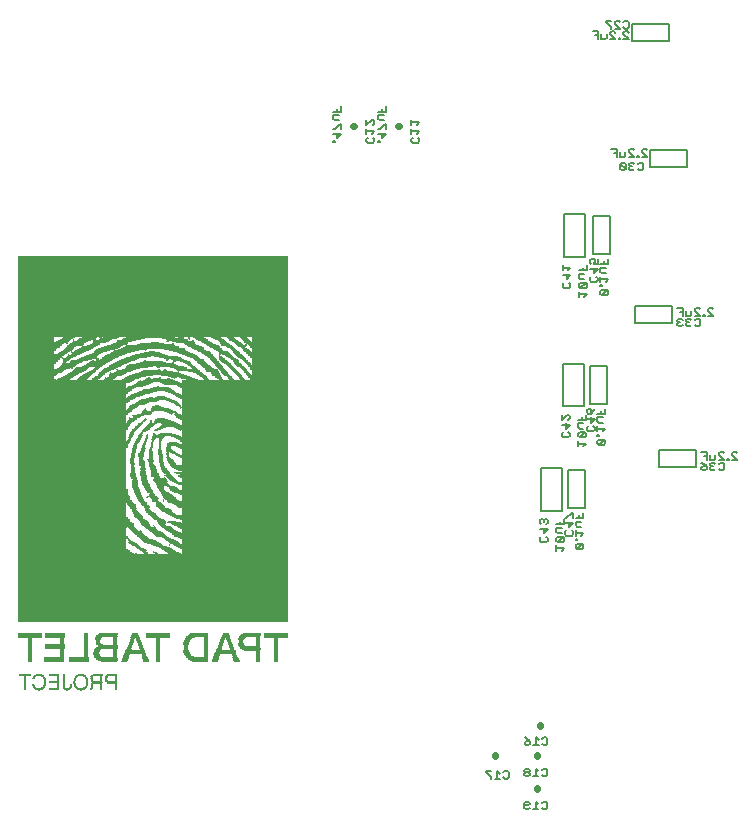
<source format=gbo>
G75*
G70*
%OFA0B0*%
%FSLAX24Y24*%
%IPPOS*%
%LPD*%
%AMOC8*
5,1,8,0,0,1.08239X$1,22.5*
%
%ADD10C,0.0220*%
%ADD11C,0.0060*%
%ADD12C,0.0050*%
%ADD13R,0.0080X0.0010*%
%ADD14R,0.0070X0.0010*%
%ADD15R,0.0060X0.0010*%
%ADD16R,0.0170X0.0010*%
%ADD17R,0.0140X0.0010*%
%ADD18R,0.0350X0.0010*%
%ADD19R,0.0210X0.0010*%
%ADD20R,0.0180X0.0010*%
%ADD21R,0.0220X0.0010*%
%ADD22R,0.0250X0.0010*%
%ADD23R,0.0260X0.0010*%
%ADD24R,0.0290X0.0010*%
%ADD25R,0.0240X0.0010*%
%ADD26R,0.0280X0.0010*%
%ADD27R,0.0310X0.0010*%
%ADD28R,0.0300X0.0010*%
%ADD29R,0.0110X0.0010*%
%ADD30R,0.0090X0.0010*%
%ADD31R,0.0120X0.0010*%
%ADD32R,0.0100X0.0010*%
%ADD33R,0.0050X0.0010*%
%ADD34R,0.0320X0.0010*%
%ADD35R,0.0340X0.0010*%
%ADD36R,0.0330X0.0010*%
%ADD37R,0.0370X0.0010*%
%ADD38R,0.0410X0.0010*%
%ADD39R,0.0360X0.0010*%
%ADD40R,0.0160X0.0010*%
%ADD41R,0.0440X0.0010*%
%ADD42R,0.0490X0.0010*%
%ADD43R,0.0650X0.0010*%
%ADD44R,0.0690X0.0010*%
%ADD45R,0.0510X0.0010*%
%ADD46R,0.0560X0.0010*%
%ADD47R,0.0540X0.0010*%
%ADD48R,0.0600X0.0010*%
%ADD49R,0.0570X0.0010*%
%ADD50R,0.0630X0.0010*%
%ADD51R,0.0590X0.0010*%
%ADD52R,0.0610X0.0010*%
%ADD53R,0.0670X0.0010*%
%ADD54R,0.0680X0.0010*%
%ADD55R,0.0640X0.0010*%
%ADD56R,0.0700X0.0010*%
%ADD57R,0.0660X0.0010*%
%ADD58R,0.0710X0.0010*%
%ADD59R,0.0720X0.0010*%
%ADD60R,0.0730X0.0010*%
%ADD61R,0.0740X0.0010*%
%ADD62R,0.0750X0.0010*%
%ADD63R,0.0200X0.0010*%
%ADD64R,0.0190X0.0010*%
%ADD65R,0.0470X0.0010*%
%ADD66R,0.0620X0.0010*%
%ADD67R,0.0530X0.0010*%
%ADD68R,0.0150X0.0010*%
%ADD69R,0.0780X0.0010*%
%ADD70R,0.0230X0.0010*%
%ADD71R,0.9000X0.0010*%
%ADD72R,0.3520X0.0010*%
%ADD73R,0.0400X0.0010*%
%ADD74R,0.3860X0.0010*%
%ADD75R,0.0390X0.0010*%
%ADD76R,0.0020X0.0010*%
%ADD77R,0.3820X0.0010*%
%ADD78R,0.0380X0.0010*%
%ADD79R,0.3800X0.0010*%
%ADD80R,0.0130X0.0010*%
%ADD81R,0.3780X0.0010*%
%ADD82R,0.3770X0.0010*%
%ADD83R,0.0040X0.0010*%
%ADD84R,0.3760X0.0010*%
%ADD85R,0.3750X0.0010*%
%ADD86R,0.0010X0.0010*%
%ADD87R,0.3740X0.0010*%
%ADD88R,0.3730X0.0010*%
%ADD89R,0.3720X0.0010*%
%ADD90R,0.3710X0.0010*%
%ADD91R,0.3700X0.0010*%
%ADD92R,0.3690X0.0010*%
%ADD93R,0.3680X0.0010*%
%ADD94R,0.3670X0.0010*%
%ADD95R,0.3540X0.0010*%
%ADD96R,0.3660X0.0010*%
%ADD97R,0.3550X0.0010*%
%ADD98R,0.3650X0.0010*%
%ADD99R,0.3570X0.0010*%
%ADD100R,0.3630X0.0010*%
%ADD101R,0.3590X0.0010*%
%ADD102R,0.3610X0.0010*%
%ADD103R,0.3580X0.0010*%
%ADD104R,0.0270X0.0010*%
%ADD105R,0.3790X0.0010*%
%ADD106R,0.0030X0.0010*%
%ADD107R,0.3530X0.0010*%
%ADD108R,0.0430X0.0010*%
%ADD109R,0.0480X0.0010*%
%ADD110R,0.0460X0.0010*%
%ADD111R,0.0450X0.0010*%
%ADD112R,0.0420X0.0010*%
%ADD113R,0.3560X0.0010*%
%ADD114R,0.3640X0.0010*%
%ADD115R,0.3620X0.0010*%
%ADD116R,0.3810X0.0010*%
%ADD117R,0.3600X0.0010*%
%ADD118R,0.3830X0.0010*%
%ADD119R,0.3840X0.0010*%
%ADD120R,0.3850X0.0010*%
%ADD121R,0.3870X0.0010*%
%ADD122R,0.3880X0.0010*%
%ADD123R,0.3900X0.0010*%
%ADD124R,0.3920X0.0010*%
%ADD125R,0.4000X0.0010*%
%ADD126R,0.4010X0.0010*%
%ADD127R,0.3890X0.0010*%
%ADD128R,0.3910X0.0010*%
%ADD129R,0.4030X0.0010*%
%ADD130R,0.0820X0.0010*%
%ADD131R,0.0790X0.0010*%
%ADD132R,0.0520X0.0010*%
%ADD133R,0.4240X0.0010*%
%ADD134R,0.4230X0.0010*%
%ADD135R,0.4220X0.0010*%
%ADD136R,0.0550X0.0010*%
%ADD137R,0.0500X0.0010*%
%ADD138R,0.0580X0.0010*%
%ADD139R,0.0920X0.0010*%
%ADD140R,0.0870X0.0010*%
%ADD141R,0.0810X0.0010*%
%ADD142R,0.0760X0.0010*%
%ADD143R,0.1040X0.0010*%
%ADD144R,0.1010X0.0010*%
%ADD145R,0.0970X0.0010*%
%ADD146R,0.0950X0.0010*%
%ADD147R,0.1240X0.0010*%
%ADD148R,0.1210X0.0010*%
%ADD149R,0.1080X0.0010*%
%ADD150R,0.0990X0.0010*%
%ADD151R,0.1250X0.0010*%
%ADD152R,0.1230X0.0010*%
%ADD153R,0.1260X0.0010*%
%ADD154R,0.1270X0.0010*%
%ADD155R,0.1280X0.0010*%
%ADD156R,0.1290X0.0010*%
%ADD157R,0.1300X0.0010*%
%ADD158R,0.1310X0.0010*%
%ADD159R,0.1320X0.0010*%
%ADD160R,0.1330X0.0010*%
%ADD161R,0.1340X0.0010*%
%ADD162R,0.1190X0.0010*%
%ADD163R,0.1180X0.0010*%
%ADD164R,0.0770X0.0010*%
%ADD165R,0.0800X0.0010*%
%ADD166R,0.1710X0.0010*%
%ADD167R,0.1650X0.0010*%
%ADD168R,0.1550X0.0010*%
%ADD169R,0.1470X0.0010*%
%ADD170R,0.1390X0.0010*%
%ADD171R,0.1360X0.0010*%
%ADD172R,0.1380X0.0010*%
%ADD173R,0.1400X0.0010*%
%ADD174R,0.1200X0.0010*%
%ADD175R,0.1420X0.0010*%
%ADD176R,0.1120X0.0010*%
%ADD177R,0.1440X0.0010*%
%ADD178R,0.1460X0.0010*%
%ADD179R,0.1480X0.0010*%
%ADD180R,0.1500X0.0010*%
%ADD181R,0.1510X0.0010*%
%ADD182R,0.1530X0.0010*%
%ADD183R,0.1220X0.0010*%
%ADD184R,0.1570X0.0010*%
%ADD185R,0.1580X0.0010*%
%ADD186R,0.1600X0.0010*%
%ADD187R,0.0850X0.0010*%
%ADD188R,0.1690X0.0010*%
%ADD189R,0.1660X0.0010*%
%ADD190R,0.1630X0.0010*%
%ADD191R,0.1560X0.0010*%
%ADD192R,0.0930X0.0010*%
%ADD193R,0.0860X0.0010*%
%ADD194R,0.1350X0.0010*%
%ADD195R,0.1370X0.0010*%
%ADD196R,0.1410X0.0010*%
%ADD197R,0.1490X0.0010*%
%ADD198R,0.1140X0.0010*%
%ADD199R,0.1520X0.0010*%
%ADD200R,0.1540X0.0010*%
%ADD201R,0.0880X0.0010*%
%ADD202R,0.0830X0.0010*%
%ADD203R,0.1920X0.0010*%
%ADD204R,0.1900X0.0010*%
%ADD205R,0.1870X0.0010*%
%ADD206R,0.1830X0.0010*%
%ADD207R,0.1810X0.0010*%
%ADD208R,0.1780X0.0010*%
%ADD209R,0.1750X0.0010*%
%ADD210R,0.1720X0.0010*%
%ADD211R,0.1620X0.0010*%
%ADD212R,0.1450X0.0010*%
%ADD213R,0.1430X0.0010*%
D10*
X029700Y034098D02*
X029700Y034122D01*
X031100Y034098D02*
X031100Y034122D01*
X031100Y033022D02*
X031100Y032998D01*
X031200Y035098D02*
X031200Y035122D01*
X026512Y055110D02*
X026488Y055110D01*
X025012Y055110D02*
X024988Y055110D01*
D11*
X024590Y055165D02*
X024547Y055165D01*
X024373Y054992D01*
X024330Y054992D01*
X024330Y054827D02*
X024590Y054827D01*
X024460Y054697D01*
X024460Y054871D01*
X024590Y054992D02*
X024590Y055165D01*
X024503Y055286D02*
X024373Y055286D01*
X024330Y055330D01*
X024330Y055460D01*
X024503Y055460D01*
X024460Y055581D02*
X024460Y055668D01*
X024330Y055581D02*
X024590Y055581D01*
X024590Y055755D01*
X024373Y054593D02*
X024330Y054593D01*
X024330Y054550D01*
X024373Y054550D01*
X024373Y054593D01*
X025430Y054583D02*
X025430Y054670D01*
X025473Y054713D01*
X025430Y054834D02*
X025430Y055008D01*
X025430Y054921D02*
X025690Y054921D01*
X025603Y054834D01*
X025647Y054713D02*
X025690Y054670D01*
X025690Y054583D01*
X025647Y054540D01*
X025473Y054540D01*
X025430Y054583D01*
X025830Y054593D02*
X025830Y054550D01*
X025873Y054550D01*
X025873Y054593D01*
X025830Y054593D01*
X025960Y054697D02*
X025960Y054871D01*
X025830Y054827D02*
X026090Y054827D01*
X025960Y054697D01*
X025873Y054992D02*
X025830Y054992D01*
X025873Y054992D02*
X026047Y055165D01*
X026090Y055165D01*
X026090Y054992D01*
X026003Y055286D02*
X025873Y055286D01*
X025830Y055330D01*
X025830Y055460D01*
X026003Y055460D01*
X025960Y055581D02*
X025960Y055668D01*
X025830Y055581D02*
X026090Y055581D01*
X026090Y055755D01*
X025647Y055303D02*
X025690Y055259D01*
X025690Y055173D01*
X025647Y055129D01*
X025647Y055303D02*
X025603Y055303D01*
X025430Y055129D01*
X025430Y055303D01*
X026930Y055303D02*
X026930Y055129D01*
X026930Y055216D02*
X027190Y055216D01*
X027103Y055129D01*
X026930Y055008D02*
X026930Y054834D01*
X026930Y054921D02*
X027190Y054921D01*
X027103Y054834D01*
X027147Y054713D02*
X027190Y054670D01*
X027190Y054583D01*
X027147Y054540D01*
X026973Y054540D01*
X026930Y054583D01*
X026930Y054670D01*
X026973Y054713D01*
X031970Y050459D02*
X031970Y050285D01*
X031970Y050372D02*
X032230Y050372D01*
X032143Y050285D01*
X032100Y050164D02*
X032100Y049991D01*
X032230Y050121D01*
X031970Y050121D01*
X032013Y049869D02*
X031970Y049826D01*
X031970Y049739D01*
X032013Y049696D01*
X032187Y049696D01*
X032230Y049739D01*
X032230Y049826D01*
X032187Y049869D01*
X032520Y049826D02*
X032520Y049739D01*
X032563Y049696D01*
X032737Y049869D01*
X032563Y049869D01*
X032520Y049826D01*
X032563Y049696D02*
X032737Y049696D01*
X032780Y049739D01*
X032780Y049826D01*
X032737Y049869D01*
X032693Y049991D02*
X032563Y049991D01*
X032520Y050034D01*
X032520Y050164D01*
X032693Y050164D01*
X032650Y050285D02*
X032650Y050372D01*
X032520Y050285D02*
X032780Y050285D01*
X032780Y050459D01*
X032880Y050539D02*
X032923Y050495D01*
X032880Y050539D02*
X032880Y050625D01*
X032923Y050669D01*
X033010Y050669D01*
X033053Y050625D01*
X033053Y050582D01*
X033010Y050495D01*
X033140Y050495D01*
X033140Y050669D01*
X033230Y050495D02*
X033490Y050495D01*
X033490Y050669D01*
X033360Y050582D02*
X033360Y050495D01*
X033403Y050374D02*
X033230Y050374D01*
X033230Y050244D01*
X033273Y050201D01*
X033403Y050201D01*
X033230Y050079D02*
X033230Y049906D01*
X033230Y049993D02*
X033490Y049993D01*
X033403Y049906D01*
X033273Y049802D02*
X033230Y049802D01*
X033230Y049759D01*
X033273Y049759D01*
X033273Y049802D01*
X033273Y049637D02*
X033230Y049594D01*
X033230Y049507D01*
X033273Y049464D01*
X033447Y049637D01*
X033273Y049637D01*
X033273Y049464D02*
X033447Y049464D01*
X033490Y049507D01*
X033490Y049594D01*
X033447Y049637D01*
X033140Y049949D02*
X033097Y049906D01*
X032923Y049906D01*
X032880Y049949D01*
X032880Y050036D01*
X032923Y050079D01*
X033010Y050201D02*
X033010Y050374D01*
X032880Y050331D02*
X033140Y050331D01*
X033010Y050201D01*
X033097Y050079D02*
X033140Y050036D01*
X033140Y049949D01*
X032780Y049488D02*
X032520Y049488D01*
X032520Y049401D02*
X032520Y049575D01*
X032693Y049401D02*
X032780Y049488D01*
X032823Y045679D02*
X032867Y045679D01*
X032910Y045635D01*
X032910Y045505D01*
X032823Y045505D01*
X032780Y045549D01*
X032780Y045635D01*
X032823Y045679D01*
X032997Y045592D02*
X032910Y045505D01*
X032910Y045384D02*
X032910Y045211D01*
X033040Y045341D01*
X032780Y045341D01*
X032750Y045305D02*
X032750Y045479D01*
X032620Y045392D02*
X032620Y045305D01*
X032663Y045184D02*
X032490Y045184D01*
X032490Y045054D01*
X032533Y045011D01*
X032663Y045011D01*
X032780Y045046D02*
X032823Y045089D01*
X032780Y045046D02*
X032780Y044959D01*
X032823Y044916D01*
X032997Y044916D01*
X033040Y044959D01*
X033040Y045046D01*
X032997Y045089D01*
X033130Y045089D02*
X033130Y044916D01*
X033130Y045003D02*
X033390Y045003D01*
X033303Y044916D01*
X033173Y044812D02*
X033130Y044812D01*
X033130Y044769D01*
X033173Y044769D01*
X033173Y044812D01*
X033173Y044647D02*
X033130Y044604D01*
X033130Y044517D01*
X033173Y044474D01*
X033347Y044647D01*
X033173Y044647D01*
X033173Y044474D02*
X033347Y044474D01*
X033390Y044517D01*
X033390Y044604D01*
X033347Y044647D01*
X033303Y045211D02*
X033173Y045211D01*
X033130Y045254D01*
X033130Y045384D01*
X033303Y045384D01*
X033260Y045505D02*
X033260Y045592D01*
X033130Y045505D02*
X033390Y045505D01*
X033390Y045679D01*
X033040Y045679D02*
X032997Y045592D01*
X032750Y045305D02*
X032490Y045305D01*
X032200Y045349D02*
X032157Y045305D01*
X032200Y045349D02*
X032200Y045435D01*
X032157Y045479D01*
X032113Y045479D01*
X031940Y045305D01*
X031940Y045479D01*
X032070Y045184D02*
X032070Y045011D01*
X032200Y045141D01*
X031940Y045141D01*
X031983Y044889D02*
X031940Y044846D01*
X031940Y044759D01*
X031983Y044716D01*
X032157Y044716D01*
X032200Y044759D01*
X032200Y044846D01*
X032157Y044889D01*
X032490Y044846D02*
X032490Y044759D01*
X032533Y044716D01*
X032707Y044889D01*
X032533Y044889D01*
X032490Y044846D01*
X032533Y044716D02*
X032707Y044716D01*
X032750Y044759D01*
X032750Y044846D01*
X032707Y044889D01*
X032490Y044595D02*
X032490Y044421D01*
X032490Y044508D02*
X032750Y044508D01*
X032663Y044421D01*
X032660Y042209D02*
X032660Y042035D01*
X032400Y042035D01*
X032310Y042035D02*
X032310Y042209D01*
X032267Y042209D01*
X032093Y042035D01*
X032050Y042035D01*
X032020Y041999D02*
X032020Y041825D01*
X031760Y041825D01*
X031760Y041704D02*
X031933Y041704D01*
X031890Y041825D02*
X031890Y041912D01*
X032050Y041871D02*
X032310Y041871D01*
X032180Y041741D01*
X032180Y041914D01*
X032400Y041914D02*
X032573Y041914D01*
X032530Y042035D02*
X032530Y042122D01*
X032400Y041914D02*
X032400Y041784D01*
X032443Y041741D01*
X032573Y041741D01*
X032400Y041619D02*
X032400Y041446D01*
X032400Y041533D02*
X032660Y041533D01*
X032573Y041446D01*
X032443Y041342D02*
X032400Y041342D01*
X032400Y041299D01*
X032443Y041299D01*
X032443Y041342D01*
X032443Y041177D02*
X032400Y041134D01*
X032400Y041047D01*
X032443Y041004D01*
X032617Y041177D01*
X032443Y041177D01*
X032443Y041004D02*
X032617Y041004D01*
X032660Y041047D01*
X032660Y041134D01*
X032617Y041177D01*
X032310Y041489D02*
X032267Y041446D01*
X032093Y041446D01*
X032050Y041489D01*
X032050Y041576D01*
X032093Y041619D01*
X032267Y041619D02*
X032310Y041576D01*
X032310Y041489D01*
X032020Y041366D02*
X032020Y041279D01*
X031977Y041236D01*
X031803Y041236D01*
X031977Y041409D01*
X031803Y041409D01*
X031760Y041366D01*
X031760Y041279D01*
X031803Y041236D01*
X031760Y041115D02*
X031760Y040941D01*
X031760Y041028D02*
X032020Y041028D01*
X031933Y040941D01*
X032020Y041366D02*
X031977Y041409D01*
X031933Y041531D02*
X031803Y041531D01*
X031760Y041574D01*
X031760Y041704D01*
X031470Y041661D02*
X031340Y041531D01*
X031340Y041704D01*
X031210Y041661D02*
X031470Y041661D01*
X031427Y041825D02*
X031470Y041869D01*
X031470Y041955D01*
X031427Y041999D01*
X031383Y041999D01*
X031340Y041955D01*
X031297Y041999D01*
X031253Y041999D01*
X031210Y041955D01*
X031210Y041869D01*
X031253Y041825D01*
X031340Y041912D02*
X031340Y041955D01*
X031253Y041409D02*
X031210Y041366D01*
X031210Y041279D01*
X031253Y041236D01*
X031427Y041236D01*
X031470Y041279D01*
X031470Y041366D01*
X031427Y041409D01*
X031421Y034720D02*
X031464Y034677D01*
X031464Y034503D01*
X031421Y034460D01*
X031334Y034460D01*
X031290Y034503D01*
X031169Y034460D02*
X030996Y034460D01*
X031083Y034460D02*
X031083Y034720D01*
X031169Y034633D01*
X031290Y034677D02*
X031334Y034720D01*
X031421Y034720D01*
X030875Y034590D02*
X030745Y034590D01*
X030701Y034547D01*
X030701Y034503D01*
X030745Y034460D01*
X030831Y034460D01*
X030875Y034503D01*
X030875Y034590D01*
X030788Y034677D01*
X030701Y034720D01*
X030735Y033680D02*
X030691Y033637D01*
X030691Y033593D01*
X030735Y033550D01*
X030821Y033550D01*
X030865Y033593D01*
X030865Y033637D01*
X030821Y033680D01*
X030735Y033680D01*
X030735Y033550D02*
X030691Y033507D01*
X030691Y033463D01*
X030735Y033420D01*
X030821Y033420D01*
X030865Y033463D01*
X030865Y033507D01*
X030821Y033550D01*
X030986Y033420D02*
X031159Y033420D01*
X031073Y033420D02*
X031073Y033680D01*
X031159Y033593D01*
X031280Y033637D02*
X031324Y033680D01*
X031411Y033680D01*
X031454Y033637D01*
X031454Y033463D01*
X031411Y033420D01*
X031324Y033420D01*
X031280Y033463D01*
X031324Y032580D02*
X031411Y032580D01*
X031454Y032537D01*
X031454Y032363D01*
X031411Y032320D01*
X031324Y032320D01*
X031280Y032363D01*
X031159Y032320D02*
X030986Y032320D01*
X031073Y032320D02*
X031073Y032580D01*
X031159Y032493D01*
X031280Y032537D02*
X031324Y032580D01*
X030865Y032537D02*
X030865Y032493D01*
X030821Y032450D01*
X030691Y032450D01*
X030691Y032537D02*
X030735Y032580D01*
X030821Y032580D01*
X030865Y032537D01*
X030865Y032363D02*
X030821Y032320D01*
X030735Y032320D01*
X030691Y032363D01*
X030691Y032537D01*
X030127Y033340D02*
X030040Y033340D01*
X029997Y033383D01*
X029875Y033340D02*
X029702Y033340D01*
X029789Y033340D02*
X029789Y033600D01*
X029875Y033513D01*
X029997Y033557D02*
X030040Y033600D01*
X030127Y033600D01*
X030170Y033557D01*
X030170Y033383D01*
X030127Y033340D01*
X029581Y033340D02*
X029581Y033383D01*
X029407Y033557D01*
X029407Y033600D01*
X029581Y033600D01*
X036635Y043620D02*
X036591Y043663D01*
X036591Y043707D01*
X036635Y043750D01*
X036765Y043750D01*
X036765Y043663D01*
X036721Y043620D01*
X036635Y043620D01*
X036765Y043750D02*
X036678Y043837D01*
X036591Y043880D01*
X036765Y043970D02*
X036765Y044230D01*
X036591Y044230D01*
X036678Y044100D02*
X036765Y044100D01*
X036886Y044143D02*
X036886Y043970D01*
X037016Y043970D01*
X037059Y044013D01*
X037059Y044143D01*
X037180Y044143D02*
X037180Y044187D01*
X037224Y044230D01*
X037311Y044230D01*
X037354Y044187D01*
X037180Y044143D02*
X037354Y043970D01*
X037180Y043970D01*
X037224Y043880D02*
X037311Y043880D01*
X037354Y043837D01*
X037354Y043663D01*
X037311Y043620D01*
X037224Y043620D01*
X037180Y043663D01*
X037059Y043663D02*
X037016Y043620D01*
X036929Y043620D01*
X036886Y043663D01*
X036886Y043707D01*
X036929Y043750D01*
X036973Y043750D01*
X036929Y043750D02*
X036886Y043793D01*
X036886Y043837D01*
X036929Y043880D01*
X037016Y043880D01*
X037059Y043837D01*
X037180Y043837D02*
X037224Y043880D01*
X037458Y043970D02*
X037458Y044013D01*
X037501Y044013D01*
X037501Y043970D01*
X037458Y043970D01*
X037622Y043970D02*
X037796Y043970D01*
X037622Y044143D01*
X037622Y044187D01*
X037666Y044230D01*
X037753Y044230D01*
X037796Y044187D01*
X036511Y048420D02*
X036424Y048420D01*
X036380Y048463D01*
X036259Y048463D02*
X036216Y048420D01*
X036129Y048420D01*
X036086Y048463D01*
X036086Y048507D01*
X036129Y048550D01*
X036173Y048550D01*
X036129Y048550D02*
X036086Y048593D01*
X036086Y048637D01*
X036129Y048680D01*
X036216Y048680D01*
X036259Y048637D01*
X036380Y048637D02*
X036424Y048680D01*
X036511Y048680D01*
X036554Y048637D01*
X036554Y048463D01*
X036511Y048420D01*
X036554Y048770D02*
X036380Y048943D01*
X036380Y048987D01*
X036424Y049030D01*
X036511Y049030D01*
X036554Y048987D01*
X036658Y048813D02*
X036658Y048770D01*
X036701Y048770D01*
X036701Y048813D01*
X036658Y048813D01*
X036554Y048770D02*
X036380Y048770D01*
X036259Y048813D02*
X036216Y048770D01*
X036086Y048770D01*
X036086Y048943D01*
X035965Y048900D02*
X035878Y048900D01*
X035965Y049030D02*
X035791Y049030D01*
X035965Y049030D02*
X035965Y048770D01*
X035921Y048680D02*
X035835Y048680D01*
X035791Y048637D01*
X035791Y048593D01*
X035835Y048550D01*
X035791Y048507D01*
X035791Y048463D01*
X035835Y048420D01*
X035921Y048420D01*
X035965Y048463D01*
X035878Y048550D02*
X035835Y048550D01*
X035921Y048680D02*
X035965Y048637D01*
X036259Y048813D02*
X036259Y048943D01*
X036822Y048943D02*
X036822Y048987D01*
X036866Y049030D01*
X036953Y049030D01*
X036996Y048987D01*
X036822Y048943D02*
X036996Y048770D01*
X036822Y048770D01*
X034611Y053620D02*
X034524Y053620D01*
X034480Y053663D01*
X034359Y053663D02*
X034316Y053620D01*
X034229Y053620D01*
X034186Y053663D01*
X034186Y053707D01*
X034229Y053750D01*
X034273Y053750D01*
X034229Y053750D02*
X034186Y053793D01*
X034186Y053837D01*
X034229Y053880D01*
X034316Y053880D01*
X034359Y053837D01*
X034480Y053837D02*
X034524Y053880D01*
X034611Y053880D01*
X034654Y053837D01*
X034654Y053663D01*
X034611Y053620D01*
X034622Y054070D02*
X034796Y054070D01*
X034622Y054243D01*
X034622Y054287D01*
X034666Y054330D01*
X034753Y054330D01*
X034796Y054287D01*
X034501Y054113D02*
X034458Y054113D01*
X034458Y054070D01*
X034501Y054070D01*
X034501Y054113D01*
X034354Y054070D02*
X034180Y054243D01*
X034180Y054287D01*
X034224Y054330D01*
X034311Y054330D01*
X034354Y054287D01*
X034354Y054070D02*
X034180Y054070D01*
X034059Y054113D02*
X034016Y054070D01*
X033886Y054070D01*
X033886Y054243D01*
X033765Y054200D02*
X033678Y054200D01*
X033765Y054330D02*
X033591Y054330D01*
X033765Y054330D02*
X033765Y054070D01*
X033935Y053880D02*
X033891Y053837D01*
X034065Y053663D01*
X034021Y053620D01*
X033935Y053620D01*
X033891Y053663D01*
X033891Y053837D01*
X033935Y053880D02*
X034021Y053880D01*
X034065Y053837D01*
X034065Y053663D01*
X034059Y054113D02*
X034059Y054243D01*
X033997Y057990D02*
X034170Y057990D01*
X033997Y058163D01*
X033997Y058207D01*
X034040Y058250D01*
X034127Y058250D01*
X034170Y058207D01*
X034127Y058340D02*
X034040Y058340D01*
X033997Y058383D01*
X033875Y058340D02*
X033702Y058513D01*
X033702Y058557D01*
X033745Y058600D01*
X033832Y058600D01*
X033875Y058557D01*
X033997Y058557D02*
X034040Y058600D01*
X034127Y058600D01*
X034170Y058557D01*
X034170Y058383D01*
X034127Y058340D01*
X033875Y058340D02*
X033702Y058340D01*
X033685Y058250D02*
X033728Y058207D01*
X033685Y058250D02*
X033598Y058250D01*
X033555Y058207D01*
X033555Y058163D01*
X033728Y057990D01*
X033555Y057990D01*
X033433Y058033D02*
X033390Y057990D01*
X033260Y057990D01*
X033260Y058163D01*
X033139Y058120D02*
X033052Y058120D01*
X033139Y058250D02*
X032965Y058250D01*
X033139Y058250D02*
X033139Y057990D01*
X033433Y058033D02*
X033433Y058163D01*
X033581Y058340D02*
X033581Y058383D01*
X033407Y058557D01*
X033407Y058600D01*
X033581Y058600D01*
X033832Y058033D02*
X033832Y057990D01*
X033875Y057990D01*
X033875Y058033D01*
X033832Y058033D01*
D12*
X034270Y057934D02*
X034270Y058485D01*
X035530Y058485D01*
X035530Y057934D01*
X034270Y057934D01*
X034870Y054285D02*
X034870Y053734D01*
X036130Y053734D01*
X036130Y054285D01*
X034870Y054285D01*
X033546Y052090D02*
X032994Y052090D01*
X032994Y050830D01*
X033546Y050830D01*
X033546Y052090D01*
X032714Y052159D02*
X032714Y050741D01*
X032006Y050741D01*
X032006Y052159D01*
X032714Y052159D01*
X034370Y049085D02*
X034370Y048534D01*
X035630Y048534D01*
X035630Y049085D01*
X034370Y049085D01*
X033446Y047100D02*
X032894Y047100D01*
X032894Y045840D01*
X033446Y045840D01*
X033446Y047100D01*
X032684Y047179D02*
X031976Y047179D01*
X031976Y045761D01*
X032684Y045761D01*
X032684Y047179D01*
X032716Y043630D02*
X032164Y043630D01*
X032164Y042370D01*
X032716Y042370D01*
X032716Y043630D01*
X031954Y043699D02*
X031954Y042281D01*
X031246Y042281D01*
X031246Y043699D01*
X031954Y043699D01*
X035170Y043734D02*
X035170Y044285D01*
X036430Y044285D01*
X036430Y043734D01*
X035170Y043734D01*
D13*
X020565Y047390D03*
X019225Y045720D03*
X019095Y045510D03*
X019105Y045500D03*
X018925Y045500D03*
X019235Y044960D03*
X018805Y044210D03*
X018805Y044200D03*
X018805Y044080D03*
X018805Y044070D03*
X018815Y044060D03*
X018545Y044350D03*
X018545Y044360D03*
X018545Y044370D03*
X018545Y044380D03*
X018545Y044390D03*
X018545Y044400D03*
X018545Y044410D03*
X018545Y044420D03*
X018545Y044430D03*
X018545Y044440D03*
X018545Y044450D03*
X018545Y044460D03*
X018555Y044530D03*
X018555Y044540D03*
X018555Y044550D03*
X018555Y044560D03*
X018555Y044570D03*
X018565Y044600D03*
X018315Y044590D03*
X018305Y044570D03*
X018305Y044560D03*
X018305Y044550D03*
X018295Y044540D03*
X018295Y044530D03*
X018295Y044520D03*
X018285Y044510D03*
X018285Y044500D03*
X018285Y044490D03*
X018285Y044480D03*
X018275Y044460D03*
X018275Y044450D03*
X018275Y044440D03*
X018275Y044430D03*
X018265Y044410D03*
X018265Y044400D03*
X018265Y044390D03*
X018265Y044380D03*
X018075Y044600D03*
X018085Y044630D03*
X018085Y044640D03*
X018085Y044650D03*
X018095Y044660D03*
X018095Y044670D03*
X017935Y044830D03*
X017935Y044840D03*
X017945Y044850D03*
X017955Y044870D03*
X017985Y044900D03*
X017925Y044820D03*
X017975Y045220D03*
X017985Y045230D03*
X017575Y045330D03*
X017545Y044660D03*
X017545Y044650D03*
X017535Y044640D03*
X017535Y044630D03*
X018365Y044790D03*
X018465Y046390D03*
X018175Y046680D03*
X018725Y046940D03*
X018965Y047180D03*
X018825Y047320D03*
X018785Y047290D03*
X016465Y047300D03*
X015365Y047200D03*
X019005Y043060D03*
X018435Y040830D03*
X017745Y040820D03*
X016785Y036730D03*
X016775Y036720D03*
X016775Y036580D03*
X016785Y036570D03*
X016305Y036500D03*
X016295Y036490D03*
X016295Y036580D03*
X016275Y036720D03*
X016285Y036730D03*
X016085Y036690D03*
X016075Y036700D03*
X016085Y036400D03*
X016075Y036390D03*
X015905Y036280D03*
X015755Y036370D03*
X015745Y036380D03*
X015735Y036400D03*
X015555Y036350D03*
X015735Y036690D03*
X015745Y036710D03*
X015755Y036720D03*
X014675Y036700D03*
X014695Y036420D03*
X014685Y036400D03*
X014675Y036390D03*
X014675Y036380D03*
X014515Y036280D03*
X014375Y036360D03*
X014365Y036370D03*
X014355Y036710D03*
X014365Y036720D03*
X014375Y036730D03*
D14*
X014350Y036700D03*
X014340Y036690D03*
X014340Y036680D03*
X014330Y036660D03*
X014330Y036650D03*
X014330Y036450D03*
X014330Y036440D03*
X014340Y036420D03*
X014340Y036410D03*
X014350Y036400D03*
X014350Y036390D03*
X014360Y036380D03*
X014690Y036410D03*
X014700Y036430D03*
X014700Y036440D03*
X014710Y036460D03*
X014710Y036470D03*
X014720Y036520D03*
X014720Y036530D03*
X014720Y036540D03*
X014720Y036550D03*
X014720Y036560D03*
X014710Y036620D03*
X014710Y036630D03*
X014700Y036650D03*
X014700Y036660D03*
X014690Y036670D03*
X014690Y036680D03*
X014680Y036690D03*
X014670Y036710D03*
X014510Y036810D03*
X015340Y036800D03*
X015340Y036790D03*
X015340Y036780D03*
X015340Y036770D03*
X015340Y036760D03*
X015340Y036750D03*
X015340Y036740D03*
X015340Y036730D03*
X015340Y036720D03*
X015340Y036710D03*
X015340Y036700D03*
X015340Y036690D03*
X015340Y036680D03*
X015340Y036670D03*
X015340Y036660D03*
X015340Y036650D03*
X015340Y036640D03*
X015340Y036630D03*
X015340Y036620D03*
X015340Y036610D03*
X015340Y036600D03*
X015340Y036590D03*
X015340Y036580D03*
X015340Y036570D03*
X015340Y036560D03*
X015340Y036550D03*
X015340Y036540D03*
X015340Y036530D03*
X015340Y036520D03*
X015340Y036510D03*
X015340Y036500D03*
X015340Y036490D03*
X015340Y036480D03*
X015340Y036470D03*
X015340Y036460D03*
X015340Y036450D03*
X015340Y036440D03*
X015340Y036430D03*
X015340Y036420D03*
X015340Y036410D03*
X015340Y036400D03*
X015340Y036390D03*
X015350Y036370D03*
X015350Y036360D03*
X015360Y036350D03*
X015460Y036280D03*
X015560Y036360D03*
X015570Y036380D03*
X015570Y036390D03*
X015570Y036400D03*
X015710Y036440D03*
X015710Y036450D03*
X015720Y036430D03*
X015720Y036420D03*
X015730Y036410D03*
X015740Y036390D03*
X015700Y036480D03*
X015700Y036490D03*
X015700Y036500D03*
X015700Y036590D03*
X015700Y036600D03*
X015700Y036610D03*
X015710Y036640D03*
X015720Y036660D03*
X015720Y036670D03*
X015730Y036680D03*
X015740Y036700D03*
X015910Y036810D03*
X016070Y036710D03*
X016090Y036680D03*
X016100Y036670D03*
X016100Y036660D03*
X016110Y036640D03*
X016110Y036630D03*
X016120Y036600D03*
X016120Y036590D03*
X016120Y036580D03*
X016120Y036510D03*
X016120Y036500D03*
X016120Y036490D03*
X016110Y036460D03*
X016110Y036450D03*
X016100Y036430D03*
X016100Y036420D03*
X016090Y036410D03*
X016070Y036380D03*
X016260Y036320D03*
X016260Y036310D03*
X016260Y036300D03*
X016250Y036290D03*
X016280Y036460D03*
X016280Y036470D03*
X016290Y036480D03*
X016280Y036590D03*
X016280Y036600D03*
X016270Y036610D03*
X016260Y036660D03*
X016260Y036670D03*
X016270Y036700D03*
X016270Y036710D03*
X016760Y036700D03*
X016760Y036690D03*
X016760Y036680D03*
X016770Y036710D03*
X016760Y036620D03*
X016760Y036610D03*
X016760Y036600D03*
X016770Y036590D03*
X018420Y040840D03*
X018150Y042720D03*
X018800Y044090D03*
X018800Y044100D03*
X018800Y044110D03*
X018800Y044120D03*
X018800Y044170D03*
X018800Y044180D03*
X018800Y044190D03*
X018550Y044470D03*
X018550Y044480D03*
X018550Y044490D03*
X018550Y044500D03*
X018550Y044510D03*
X018550Y044520D03*
X018280Y044470D03*
X018100Y044680D03*
X018100Y044690D03*
X017950Y044860D03*
X017960Y044880D03*
X017970Y044890D03*
X018000Y045240D03*
X017860Y045480D03*
X018060Y045630D03*
X018390Y044920D03*
X018800Y047300D03*
X018820Y047310D03*
X018970Y047820D03*
X018830Y047910D03*
X019530Y048030D03*
X019530Y048040D03*
X020560Y047500D03*
X017980Y047350D03*
X016530Y048050D03*
X016330Y047250D03*
X015440Y047860D03*
D15*
X014045Y036290D03*
X014045Y036300D03*
X014045Y036310D03*
X014045Y036320D03*
X014045Y036330D03*
X014045Y036340D03*
X014045Y036350D03*
X014045Y036360D03*
X014045Y036370D03*
X014045Y036380D03*
X014045Y036390D03*
X014045Y036400D03*
X014045Y036410D03*
X014045Y036420D03*
X014045Y036430D03*
X014045Y036440D03*
X014045Y036450D03*
X014045Y036460D03*
X014045Y036470D03*
X014045Y036480D03*
X014045Y036490D03*
X014045Y036500D03*
X014045Y036510D03*
X014045Y036520D03*
X014045Y036530D03*
X014045Y036540D03*
X014045Y036550D03*
X014045Y036560D03*
X014045Y036570D03*
X014045Y036580D03*
X014045Y036590D03*
X014045Y036600D03*
X014045Y036610D03*
X014045Y036620D03*
X014045Y036630D03*
X014045Y036640D03*
X014045Y036650D03*
X014045Y036660D03*
X014045Y036670D03*
X014045Y036680D03*
X014045Y036690D03*
X014045Y036700D03*
X014045Y036710D03*
X014045Y036720D03*
X014045Y036730D03*
X014045Y036740D03*
X014335Y036670D03*
X014325Y036480D03*
X014325Y036470D03*
X014325Y036460D03*
X014335Y036430D03*
X014705Y036450D03*
X014715Y036480D03*
X014715Y036490D03*
X014715Y036500D03*
X014715Y036510D03*
X014715Y036570D03*
X014715Y036580D03*
X014715Y036590D03*
X014715Y036600D03*
X014715Y036610D03*
X014705Y036640D03*
X015145Y036640D03*
X015145Y036650D03*
X015145Y036660D03*
X015145Y036670D03*
X015145Y036680D03*
X015145Y036690D03*
X015145Y036700D03*
X015145Y036710D03*
X015145Y036720D03*
X015145Y036730D03*
X015145Y036740D03*
X015145Y036630D03*
X015145Y036620D03*
X015145Y036610D03*
X015145Y036600D03*
X015145Y036590D03*
X015145Y036520D03*
X015145Y036510D03*
X015145Y036500D03*
X015145Y036490D03*
X015145Y036480D03*
X015145Y036470D03*
X015145Y036460D03*
X015145Y036450D03*
X015145Y036440D03*
X015145Y036430D03*
X015145Y036420D03*
X015145Y036410D03*
X015145Y036400D03*
X015145Y036390D03*
X015145Y036380D03*
X015145Y036370D03*
X015145Y036360D03*
X015145Y036350D03*
X015345Y036380D03*
X015565Y036370D03*
X015575Y036410D03*
X015575Y036420D03*
X015575Y036430D03*
X015575Y036440D03*
X015575Y036450D03*
X015705Y036460D03*
X015705Y036470D03*
X015695Y036510D03*
X015695Y036520D03*
X015695Y036530D03*
X015695Y036540D03*
X015695Y036550D03*
X015695Y036560D03*
X015695Y036570D03*
X015695Y036580D03*
X015705Y036620D03*
X015705Y036630D03*
X015715Y036650D03*
X016105Y036650D03*
X016115Y036620D03*
X016115Y036610D03*
X016125Y036570D03*
X016125Y036560D03*
X016125Y036550D03*
X016125Y036540D03*
X016125Y036530D03*
X016125Y036520D03*
X016115Y036480D03*
X016115Y036470D03*
X016105Y036440D03*
X016265Y036390D03*
X016265Y036380D03*
X016265Y036370D03*
X016265Y036360D03*
X016265Y036350D03*
X016265Y036340D03*
X016265Y036330D03*
X016275Y036410D03*
X016275Y036420D03*
X016275Y036430D03*
X016275Y036440D03*
X016275Y036450D03*
X016265Y036620D03*
X016265Y036630D03*
X016265Y036640D03*
X016265Y036650D03*
X016265Y036680D03*
X016265Y036690D03*
X016595Y036690D03*
X016595Y036700D03*
X016595Y036710D03*
X016595Y036720D03*
X016595Y036730D03*
X016595Y036740D03*
X016595Y036680D03*
X016595Y036670D03*
X016595Y036660D03*
X016595Y036650D03*
X016595Y036640D03*
X016595Y036630D03*
X016595Y036620D03*
X016595Y036610D03*
X016595Y036600D03*
X016595Y036590D03*
X016595Y036580D03*
X016595Y036570D03*
X016595Y036500D03*
X016595Y036490D03*
X016595Y036480D03*
X016595Y036470D03*
X016595Y036460D03*
X016595Y036450D03*
X016595Y036440D03*
X016595Y036430D03*
X016595Y036420D03*
X016595Y036410D03*
X016595Y036400D03*
X016595Y036390D03*
X016595Y036380D03*
X016595Y036370D03*
X016595Y036360D03*
X016595Y036350D03*
X016595Y036340D03*
X016595Y036330D03*
X016595Y036320D03*
X016595Y036310D03*
X016595Y036300D03*
X016595Y036290D03*
X016755Y036630D03*
X016755Y036640D03*
X016755Y036650D03*
X016755Y036660D03*
X016755Y036670D03*
X017075Y036670D03*
X017075Y036680D03*
X017075Y036690D03*
X017075Y036700D03*
X017075Y036710D03*
X017075Y036720D03*
X017075Y036730D03*
X017075Y036740D03*
X017075Y036660D03*
X017075Y036650D03*
X017075Y036640D03*
X017075Y036630D03*
X017075Y036620D03*
X017075Y036610D03*
X017075Y036600D03*
X017075Y036590D03*
X017075Y036580D03*
X017075Y036570D03*
X017075Y036560D03*
X017075Y036490D03*
X017075Y036480D03*
X017075Y036470D03*
X017075Y036460D03*
X017075Y036450D03*
X017075Y036440D03*
X017075Y036430D03*
X017075Y036420D03*
X017075Y036410D03*
X017075Y036400D03*
X017075Y036390D03*
X017075Y036380D03*
X017075Y036370D03*
X017075Y036360D03*
X017075Y036350D03*
X017075Y036340D03*
X017075Y036330D03*
X017075Y036320D03*
X017075Y036310D03*
X017075Y036300D03*
X017075Y036290D03*
X018405Y040850D03*
X017545Y041230D03*
X018705Y043340D03*
X018795Y044130D03*
X018795Y044140D03*
X018795Y044150D03*
X018795Y044160D03*
X018365Y044800D03*
X018115Y044730D03*
X018115Y044720D03*
X018105Y044710D03*
X018105Y044700D03*
X018235Y045160D03*
X018005Y045250D03*
X019235Y045710D03*
X019025Y046690D03*
X018725Y046950D03*
X018505Y047040D03*
X018545Y046690D03*
X018785Y047280D03*
X019035Y047240D03*
X019235Y047860D03*
X019305Y048070D03*
X019525Y048020D03*
X019525Y048010D03*
X020555Y047490D03*
X020555Y047480D03*
X020555Y047400D03*
X018065Y047630D03*
X017445Y047770D03*
X017115Y046950D03*
X016935Y046840D03*
X016465Y047310D03*
X015885Y048000D03*
D16*
X015410Y047270D03*
X016280Y046890D03*
X016300Y046900D03*
X016580Y046790D03*
X016590Y046800D03*
X016600Y046810D03*
X016610Y046820D03*
X016630Y046850D03*
X017740Y045350D03*
X018060Y045580D03*
X018280Y045140D03*
X018250Y045120D03*
X018070Y044950D03*
X018060Y044940D03*
X017930Y044160D03*
X017910Y044090D03*
X017910Y044080D03*
X017950Y043900D03*
X017950Y043890D03*
X017950Y043880D03*
X017950Y043870D03*
X017960Y043820D03*
X017960Y043810D03*
X017960Y043800D03*
X017960Y043790D03*
X017960Y043780D03*
X017960Y043770D03*
X017970Y043650D03*
X017970Y043640D03*
X017970Y043630D03*
X017980Y043580D03*
X017980Y043570D03*
X017980Y043560D03*
X017980Y043550D03*
X017980Y043540D03*
X017980Y043530D03*
X017640Y043500D03*
X017640Y043490D03*
X017640Y043480D03*
X017640Y043470D03*
X017680Y043350D03*
X017690Y043330D03*
X017700Y043280D03*
X017710Y043260D03*
X017710Y043250D03*
X017720Y043220D03*
X017720Y043210D03*
X017730Y043180D03*
X017730Y043170D03*
X017830Y042790D03*
X017840Y042770D03*
X017840Y042760D03*
X017850Y042750D03*
X017850Y042740D03*
X017860Y042730D03*
X017860Y042720D03*
X017870Y042700D03*
X017880Y042680D03*
X017890Y042660D03*
X017900Y042640D03*
X017930Y042590D03*
X017950Y042560D03*
X017970Y042530D03*
X018010Y042480D03*
X018140Y042280D03*
X017740Y042210D03*
X017730Y042220D03*
X017670Y042320D03*
X017660Y042340D03*
X018270Y042790D03*
X018230Y042880D03*
X018220Y042890D03*
X018560Y043040D03*
X018570Y043030D03*
X018570Y043020D03*
X018580Y043000D03*
X018630Y042920D03*
X018640Y042910D03*
X019040Y043240D03*
X018850Y043440D03*
X018790Y043510D03*
X018780Y043520D03*
X018770Y043530D03*
X018760Y043540D03*
X018750Y043550D03*
X018740Y043560D03*
X018730Y043570D03*
X018720Y043590D03*
X018710Y043600D03*
X018700Y043610D03*
X018690Y043630D03*
X018670Y043660D03*
X018880Y043950D03*
X018990Y044200D03*
X018970Y044210D03*
X018850Y044300D03*
X018870Y044420D03*
X019180Y044100D03*
X018640Y045040D03*
X019040Y045860D03*
X019020Y046710D03*
X018540Y047060D03*
X019020Y047410D03*
X019260Y048030D03*
X019490Y047170D03*
X019700Y046980D03*
X019950Y046770D03*
X019960Y046760D03*
X019980Y046750D03*
X019990Y046740D03*
X020000Y046730D03*
X020460Y047150D03*
X020470Y047140D03*
X020450Y047170D03*
X020440Y047180D03*
X020430Y047190D03*
X020410Y047220D03*
X020400Y047230D03*
X020390Y047240D03*
X020360Y047280D03*
X020350Y047290D03*
X020340Y047300D03*
X020330Y047310D03*
X020320Y047320D03*
X020610Y047320D03*
X020780Y047170D03*
X020790Y047160D03*
X020800Y047150D03*
X020930Y047360D03*
X020900Y047380D03*
X020990Y047320D03*
X021010Y047310D03*
X021090Y047230D03*
X021120Y047180D03*
X021130Y047170D03*
X021260Y047050D03*
X021320Y047320D03*
X021310Y047330D03*
X021300Y047340D03*
X021290Y047350D03*
X021100Y047530D03*
X021090Y047540D03*
X021080Y047550D03*
X020920Y047690D03*
X020890Y047710D03*
X021060Y047910D03*
X021130Y047860D03*
X021140Y047850D03*
X021150Y047840D03*
X021400Y047640D03*
X020780Y046780D03*
X020680Y046890D03*
X020650Y046930D03*
X020640Y046940D03*
X020630Y046950D03*
X020620Y046960D03*
X018240Y043920D03*
X018240Y043910D03*
X018240Y043900D03*
X018280Y043770D03*
X018290Y043750D03*
X017590Y041210D03*
X017750Y041090D03*
X016480Y037990D03*
X016480Y037980D03*
X016480Y037970D03*
X016520Y037810D03*
X016530Y037800D03*
X016460Y037620D03*
X016450Y037610D03*
X016440Y037580D03*
X016430Y037530D03*
X016430Y037520D03*
X016430Y037510D03*
X016430Y037500D03*
X016430Y037490D03*
X016430Y037480D03*
X016430Y037470D03*
X016430Y037460D03*
X016440Y037450D03*
X016440Y037440D03*
X015910Y036800D03*
X015910Y036290D03*
X014510Y036290D03*
X014510Y036800D03*
X017360Y037240D03*
X017370Y037260D03*
X017370Y037270D03*
X017380Y037290D03*
X017380Y037300D03*
X017390Y037310D03*
X017390Y037320D03*
X017390Y037330D03*
X017400Y037340D03*
X017400Y037350D03*
X017400Y037360D03*
X017410Y037370D03*
X017410Y037380D03*
X017420Y037400D03*
X017420Y037410D03*
X017430Y037430D03*
X017440Y037460D03*
X017450Y037480D03*
X017500Y037620D03*
X018040Y037380D03*
X018060Y037330D03*
X018070Y037300D03*
X018080Y037270D03*
X018090Y037250D03*
X018090Y037240D03*
X019430Y037540D03*
X019430Y037550D03*
X019440Y037520D03*
X019440Y037510D03*
X019450Y037500D03*
X019450Y037490D03*
X019460Y037470D03*
X019420Y037590D03*
X019420Y037600D03*
X019420Y037810D03*
X019420Y037820D03*
X019430Y037860D03*
X019430Y037870D03*
X019440Y037890D03*
X019440Y037900D03*
X019450Y037910D03*
X019450Y037920D03*
X019460Y037940D03*
X020510Y037620D03*
X020460Y037480D03*
X020450Y037460D03*
X020440Y037430D03*
X020430Y037410D03*
X020430Y037400D03*
X020420Y037380D03*
X020420Y037370D03*
X020410Y037360D03*
X020410Y037350D03*
X020410Y037340D03*
X020400Y037330D03*
X020400Y037320D03*
X020400Y037310D03*
X020390Y037300D03*
X020390Y037290D03*
X020380Y037270D03*
X020380Y037260D03*
X020370Y037240D03*
X021050Y037380D03*
X021070Y037330D03*
X021080Y037300D03*
X021090Y037270D03*
X021100Y037250D03*
X021100Y037240D03*
X021250Y037800D03*
X021250Y037810D03*
X021240Y037820D03*
X021240Y037830D03*
X021240Y037840D03*
X021240Y037950D03*
X021240Y037960D03*
X021250Y037980D03*
D17*
X020865Y037880D03*
X020855Y037910D03*
X020845Y037930D03*
X020835Y037960D03*
X020825Y037990D03*
X020815Y038010D03*
X020815Y038020D03*
X020655Y038010D03*
X017855Y037880D03*
X017845Y037910D03*
X017835Y037930D03*
X017825Y037960D03*
X017815Y037990D03*
X017805Y038010D03*
X017805Y038020D03*
X017645Y038010D03*
X015455Y036290D03*
X018055Y040870D03*
X018045Y040880D03*
X017845Y041020D03*
X017815Y041040D03*
X018505Y042520D03*
X018265Y042830D03*
X018265Y042840D03*
X018255Y042850D03*
X018615Y043790D03*
X018605Y043820D03*
X018605Y043830D03*
X018595Y043870D03*
X018595Y043880D03*
X018575Y044030D03*
X018575Y044040D03*
X018575Y044050D03*
X018575Y044060D03*
X018565Y044080D03*
X018565Y044090D03*
X018565Y044100D03*
X018565Y044110D03*
X018565Y044120D03*
X018835Y044320D03*
X018845Y044400D03*
X019065Y044160D03*
X019085Y043540D03*
X018245Y044000D03*
X018245Y044010D03*
X017935Y043930D03*
X017925Y043940D03*
X017925Y043950D03*
X017915Y043990D03*
X017915Y044000D03*
X017915Y044010D03*
X017915Y044020D03*
X017945Y044190D03*
X017955Y044200D03*
X017955Y044210D03*
X017625Y043940D03*
X017625Y043930D03*
X017625Y043920D03*
X017625Y043910D03*
X017625Y043900D03*
X017625Y043890D03*
X017625Y043880D03*
X017625Y043870D03*
X017625Y043860D03*
X017635Y043580D03*
X017635Y043570D03*
X017635Y043560D03*
X017705Y043310D03*
X017875Y044700D03*
X017685Y044940D03*
X017695Y044950D03*
X017705Y044960D03*
X017835Y045090D03*
X017845Y045100D03*
X017855Y045110D03*
X017865Y045120D03*
X017875Y045130D03*
X017515Y045180D03*
X018615Y045030D03*
X018575Y044690D03*
X019145Y045460D03*
X019085Y045830D03*
X019065Y045840D03*
X019525Y047140D03*
X020595Y047340D03*
X020905Y047060D03*
X020915Y047050D03*
X020925Y047040D03*
X020935Y047030D03*
X020945Y047020D03*
X020955Y047010D03*
X020825Y046750D03*
X020915Y046650D03*
X020925Y046640D03*
X020935Y046630D03*
X021285Y046650D03*
X021295Y046640D03*
X021305Y046620D03*
X021485Y046820D03*
X021425Y046890D03*
X021415Y046900D03*
X021405Y046910D03*
X021395Y046920D03*
X021355Y046970D03*
X021345Y046980D03*
X021335Y046990D03*
X021325Y047000D03*
X021315Y047010D03*
X021305Y047020D03*
X021295Y047030D03*
X021455Y047200D03*
X021465Y047190D03*
X021475Y047180D03*
X021485Y047170D03*
X021495Y047160D03*
X021345Y047680D03*
X020975Y047650D03*
X020555Y046650D03*
X020565Y046640D03*
X020575Y046630D03*
X020575Y046620D03*
X018065Y047240D03*
X018045Y047840D03*
X016385Y046960D03*
X016355Y046940D03*
X016345Y046930D03*
X015395Y047250D03*
D18*
X015720Y047200D03*
X015800Y046900D03*
X015780Y046890D03*
X015430Y046690D03*
X015410Y046680D03*
X015910Y047580D03*
X016300Y047430D03*
X016560Y047570D03*
X017010Y047060D03*
X017700Y046080D03*
X018130Y045540D03*
X018120Y045530D03*
X018840Y046250D03*
X019560Y047440D03*
X019580Y047430D03*
X019650Y047760D03*
X019510Y047850D03*
X019820Y047670D03*
X019860Y048020D03*
X019840Y048030D03*
X017060Y048070D03*
X015430Y047980D03*
X018940Y042620D03*
X019100Y041510D03*
X018680Y041040D03*
X018400Y041140D03*
X018500Y041490D03*
X016450Y036770D03*
X016450Y036560D03*
X016450Y036510D03*
X016930Y036550D03*
X016930Y036750D03*
X015000Y036750D03*
X015000Y036760D03*
X015000Y036770D03*
X015000Y036780D03*
X015000Y036790D03*
X015000Y036800D03*
X015000Y036340D03*
X015000Y036330D03*
X015000Y036320D03*
X015000Y036310D03*
X015000Y036300D03*
X015000Y036290D03*
D19*
X015460Y036310D03*
X015910Y036300D03*
X015910Y036790D03*
X016480Y037380D03*
X014510Y036790D03*
X017670Y041150D03*
X017970Y040960D03*
X017720Y041580D03*
X017920Y041970D03*
X017880Y042010D03*
X017790Y042140D03*
X017780Y042150D03*
X017640Y042390D03*
X017560Y042500D03*
X017550Y042510D03*
X017540Y042520D03*
X018010Y042510D03*
X018070Y042430D03*
X018180Y042230D03*
X018190Y042220D03*
X018390Y042040D03*
X018400Y042030D03*
X018630Y041800D03*
X018630Y041790D03*
X018660Y041400D03*
X018780Y041340D03*
X018800Y041330D03*
X018160Y041710D03*
X018600Y042350D03*
X018590Y042360D03*
X018530Y042470D03*
X018390Y042600D03*
X018380Y042630D03*
X018180Y042950D03*
X018170Y042960D03*
X018040Y043250D03*
X018030Y043280D03*
X018030Y043290D03*
X018030Y043300D03*
X018020Y043310D03*
X018020Y043320D03*
X018020Y043330D03*
X017730Y043100D03*
X017730Y043090D03*
X017730Y043080D03*
X017750Y042990D03*
X017760Y042980D03*
X017760Y042970D03*
X017770Y042950D03*
X018470Y043330D03*
X018350Y043560D03*
X018350Y043570D03*
X018340Y043590D03*
X018340Y043600D03*
X018920Y043890D03*
X018970Y043800D03*
X018980Y043790D03*
X018980Y043780D03*
X018950Y043320D03*
X018960Y043310D03*
X018970Y043300D03*
X018680Y042870D03*
X018870Y044270D03*
X018670Y045050D03*
X019150Y045440D03*
X019010Y045880D03*
X019010Y046180D03*
X018860Y046630D03*
X018480Y046660D03*
X018450Y045740D03*
X017560Y045640D03*
X017550Y045630D03*
X017540Y045620D03*
X017530Y045610D03*
X016680Y046880D03*
X016490Y046720D03*
X016460Y046700D03*
X016370Y046630D03*
X016230Y046860D03*
X015540Y047370D03*
X015510Y047350D03*
X015430Y047300D03*
X019240Y048020D03*
X019750Y047330D03*
X019690Y046970D03*
X019880Y046820D03*
X020470Y046730D03*
X020730Y046820D03*
X020740Y046800D03*
X020650Y047270D03*
X020640Y047280D03*
X020830Y047430D03*
X020840Y047420D03*
X021070Y047270D03*
X021170Y047120D03*
X021190Y047800D03*
X021380Y047990D03*
X021370Y048000D03*
X021360Y048010D03*
X021350Y048020D03*
X021340Y048030D03*
X021330Y048040D03*
X021320Y048050D03*
X021310Y048060D03*
X021390Y047980D03*
X021400Y047970D03*
X020960Y047970D03*
X020950Y047980D03*
X020610Y047920D03*
X020600Y047930D03*
X020560Y047960D03*
X020540Y047600D03*
X020250Y047390D03*
X019510Y038000D03*
X019510Y037410D03*
X021280Y037760D03*
X021290Y037750D03*
D20*
X021255Y037790D03*
X021255Y037990D03*
X021255Y038000D03*
X021265Y038010D03*
X020735Y038170D03*
X020735Y038180D03*
X020385Y037280D03*
X020375Y037250D03*
X020365Y037230D03*
X019475Y037450D03*
X019465Y037460D03*
X019455Y037480D03*
X019455Y037930D03*
X019465Y037950D03*
X019475Y037960D03*
X017725Y038170D03*
X017725Y038180D03*
X017375Y037280D03*
X017365Y037250D03*
X017355Y037230D03*
X016455Y037410D03*
X016445Y037420D03*
X016445Y037430D03*
X016465Y037630D03*
X016475Y037640D03*
X016485Y038000D03*
X015455Y036300D03*
X018005Y040920D03*
X017995Y040930D03*
X017905Y040990D03*
X017735Y041100D03*
X017725Y041110D03*
X017645Y041640D03*
X017635Y041650D03*
X017625Y041660D03*
X017625Y041670D03*
X017615Y041680D03*
X017605Y041690D03*
X017595Y041710D03*
X017755Y042190D03*
X017745Y042200D03*
X017665Y042330D03*
X017655Y042350D03*
X018045Y042440D03*
X018115Y042370D03*
X018145Y042270D03*
X018155Y042260D03*
X018525Y042490D03*
X018275Y042780D03*
X018215Y042900D03*
X018205Y042910D03*
X018555Y043050D03*
X018555Y043060D03*
X018645Y042900D03*
X019015Y043260D03*
X019025Y043250D03*
X018855Y043430D03*
X018725Y043580D03*
X018895Y043930D03*
X018885Y043940D03*
X018855Y044290D03*
X018565Y044700D03*
X018195Y045070D03*
X018205Y045080D03*
X018215Y045090D03*
X018225Y045100D03*
X018235Y045110D03*
X018265Y045130D03*
X018285Y045150D03*
X018095Y044970D03*
X018085Y044960D03*
X017745Y045360D03*
X017575Y045240D03*
X017565Y045230D03*
X017555Y045220D03*
X018065Y045570D03*
X019025Y045870D03*
X017925Y044150D03*
X017915Y044140D03*
X017915Y044100D03*
X018235Y043940D03*
X018235Y043930D03*
X018285Y043760D03*
X018295Y043740D03*
X018295Y043730D03*
X018305Y043720D03*
X018305Y043710D03*
X017985Y043520D03*
X017985Y043510D03*
X017985Y043500D03*
X017985Y043490D03*
X017985Y043480D03*
X017995Y043470D03*
X017995Y043460D03*
X017995Y043450D03*
X017995Y043440D03*
X017675Y043360D03*
X017665Y043370D03*
X017665Y043380D03*
X017655Y043400D03*
X017655Y043410D03*
X017655Y043420D03*
X017645Y043440D03*
X017645Y043450D03*
X017645Y043460D03*
X017725Y043160D03*
X017725Y043150D03*
X017805Y042850D03*
X017815Y042830D03*
X017815Y042820D03*
X017825Y042810D03*
X017825Y042800D03*
X017835Y042780D03*
X018645Y041760D03*
X018655Y041750D03*
X018665Y041740D03*
X018675Y041730D03*
X018935Y041900D03*
X018725Y041370D03*
X019935Y046780D03*
X019925Y046790D03*
X019775Y047310D03*
X020455Y047160D03*
X020475Y047130D03*
X020485Y047120D03*
X020575Y047010D03*
X020585Y047000D03*
X020595Y046990D03*
X020605Y046980D03*
X020615Y046970D03*
X020655Y046920D03*
X020665Y046910D03*
X020675Y046900D03*
X020685Y046880D03*
X020695Y046870D03*
X020515Y046690D03*
X020505Y046700D03*
X020765Y047180D03*
X020755Y047190D03*
X020615Y047310D03*
X020885Y047390D03*
X020915Y047370D03*
X021085Y047240D03*
X021135Y047160D03*
X021145Y047150D03*
X021245Y047060D03*
X021275Y047360D03*
X021265Y047370D03*
X021255Y047380D03*
X021245Y047390D03*
X021125Y047500D03*
X021115Y047510D03*
X021105Y047520D03*
X021405Y047630D03*
X020905Y048020D03*
X020895Y048030D03*
X020885Y048040D03*
X016645Y046860D03*
X016625Y046840D03*
X016615Y046830D03*
X016525Y046740D03*
X016265Y046880D03*
X016475Y047050D03*
X015415Y047280D03*
D21*
X015435Y047310D03*
X015485Y047340D03*
X015555Y047380D03*
X015675Y047440D03*
X015695Y047450D03*
X016215Y046850D03*
X016405Y046660D03*
X016395Y046650D03*
X016385Y046640D03*
X016365Y046620D03*
X016425Y046670D03*
X016435Y046680D03*
X016445Y046690D03*
X016475Y046710D03*
X016475Y047060D03*
X016435Y047830D03*
X016455Y047840D03*
X017535Y045980D03*
X017585Y045660D03*
X017575Y045650D03*
X017765Y045380D03*
X017625Y045290D03*
X017615Y045280D03*
X018455Y046370D03*
X018445Y046930D03*
X018295Y047550D03*
X018035Y047830D03*
X018995Y046190D03*
X018995Y045890D03*
X019455Y047200D03*
X019865Y046830D03*
X020455Y046750D03*
X020465Y046740D03*
X020235Y047400D03*
X020225Y047410D03*
X020515Y047620D03*
X020525Y047610D03*
X020655Y047880D03*
X020645Y047890D03*
X020635Y047900D03*
X020625Y047910D03*
X020835Y047740D03*
X020985Y047950D03*
X020975Y047960D03*
X021205Y047790D03*
X021405Y047960D03*
X021415Y047950D03*
X021425Y047940D03*
X021435Y047930D03*
X021445Y047920D03*
X021455Y047910D03*
X021305Y048070D03*
X020815Y047440D03*
X021065Y047280D03*
X021175Y047110D03*
X021185Y047100D03*
X021205Y047080D03*
X018875Y044260D03*
X018925Y043880D03*
X018935Y043870D03*
X018935Y043860D03*
X018945Y043850D03*
X018955Y043830D03*
X018965Y043820D03*
X018965Y043810D03*
X018855Y043410D03*
X018865Y043400D03*
X018875Y043390D03*
X018885Y043380D03*
X018895Y043370D03*
X018905Y043360D03*
X018915Y043350D03*
X018925Y043340D03*
X018935Y043330D03*
X018425Y043390D03*
X018355Y043540D03*
X018355Y043550D03*
X018345Y043580D03*
X018035Y043270D03*
X018035Y043260D03*
X018045Y043240D03*
X018045Y043230D03*
X018045Y043220D03*
X018055Y043210D03*
X018055Y043200D03*
X018065Y043170D03*
X018135Y043020D03*
X018145Y043000D03*
X018155Y042990D03*
X018155Y042980D03*
X018165Y042970D03*
X018275Y042750D03*
X018375Y042650D03*
X018375Y042640D03*
X018385Y042620D03*
X018385Y042610D03*
X018395Y042590D03*
X018535Y042460D03*
X018585Y042370D03*
X018385Y042050D03*
X018465Y041990D03*
X018185Y041700D03*
X018145Y041720D03*
X018125Y041730D03*
X017935Y041960D03*
X017865Y042020D03*
X017795Y042130D03*
X017635Y042400D03*
X017575Y042480D03*
X017565Y042490D03*
X018005Y042520D03*
X018105Y042400D03*
X018115Y042390D03*
X017745Y043000D03*
X017745Y043010D03*
X017735Y043030D03*
X017725Y043070D03*
X017735Y041570D03*
X017615Y041190D03*
X017655Y041160D03*
X017955Y040970D03*
X018965Y042120D03*
X018695Y042860D03*
X017725Y038130D03*
X017725Y038120D03*
X016505Y037660D03*
X014515Y036300D03*
X019515Y037400D03*
X019515Y038010D03*
X020735Y038120D03*
X020735Y038130D03*
D22*
X019550Y038030D03*
X019550Y037380D03*
X019110Y041140D03*
X018860Y041300D03*
X018880Y041620D03*
X018580Y041930D03*
X018570Y041940D03*
X018550Y041950D03*
X018530Y041960D03*
X018510Y041970D03*
X018490Y041980D03*
X018330Y041600D03*
X018340Y041590D03*
X018350Y041580D03*
X018360Y041570D03*
X018080Y041760D03*
X018070Y041780D03*
X018050Y041830D03*
X018040Y041850D03*
X018030Y041870D03*
X017980Y041930D03*
X017840Y042050D03*
X017830Y042070D03*
X017820Y042090D03*
X017620Y042440D03*
X017930Y041410D03*
X018560Y042410D03*
X018550Y042420D03*
X018360Y042690D03*
X018350Y042700D03*
X018340Y042710D03*
X018720Y042840D03*
X018990Y043000D03*
X019000Y042990D03*
X019010Y042980D03*
X018380Y043440D03*
X018380Y043450D03*
X018890Y044240D03*
X018450Y045730D03*
X018980Y045900D03*
X018950Y046210D03*
X019410Y047220D03*
X019440Y047210D03*
X019720Y047350D03*
X020030Y047120D03*
X020040Y047110D03*
X020080Y047080D03*
X020130Y047040D03*
X020140Y047030D03*
X020370Y046880D03*
X020380Y046870D03*
X020380Y046860D03*
X020390Y046850D03*
X020390Y046840D03*
X020400Y046830D03*
X020400Y046820D03*
X020410Y046810D03*
X020190Y047440D03*
X020180Y047450D03*
X020220Y047800D03*
X020160Y047830D03*
X020150Y047840D03*
X020710Y047830D03*
X020760Y047480D03*
X020770Y047470D03*
X021270Y047750D03*
X018890Y042170D03*
X018900Y042160D03*
X017660Y045720D03*
X017670Y045730D03*
X017760Y045790D03*
X017560Y046000D03*
X016710Y046900D03*
X016470Y047070D03*
X016170Y046820D03*
X016070Y047050D03*
X015600Y047410D03*
X015410Y047570D03*
X015380Y047550D03*
X015360Y047540D03*
X015310Y047510D03*
X015560Y047710D03*
X015570Y047720D03*
X016400Y047810D03*
X015910Y036780D03*
X015910Y036310D03*
X015460Y036330D03*
X014510Y036780D03*
D23*
X014515Y036310D03*
X016975Y036500D03*
X016975Y036800D03*
X017725Y038060D03*
X017725Y038070D03*
X017725Y038080D03*
X019095Y041150D03*
X019085Y041160D03*
X018875Y041290D03*
X018955Y041580D03*
X018935Y041590D03*
X018915Y041600D03*
X018895Y041610D03*
X018865Y041630D03*
X018835Y041650D03*
X018625Y041830D03*
X018625Y041840D03*
X018595Y041910D03*
X018585Y041920D03*
X018875Y042180D03*
X018645Y042340D03*
X018545Y042430D03*
X018325Y042720D03*
X018385Y043420D03*
X018385Y043430D03*
X019015Y042970D03*
X019025Y042960D03*
X018895Y044230D03*
X018965Y044520D03*
X018965Y045910D03*
X018925Y045920D03*
X018895Y045930D03*
X018925Y046220D03*
X018565Y046050D03*
X018455Y046360D03*
X017855Y045430D03*
X017775Y045400D03*
X017685Y045740D03*
X017695Y045750D03*
X017555Y046340D03*
X016155Y046810D03*
X016095Y047060D03*
X016115Y047070D03*
X016425Y047500D03*
X016445Y047510D03*
X016465Y047520D03*
X016375Y047800D03*
X015735Y047480D03*
X015615Y047420D03*
X015445Y047330D03*
X015285Y047500D03*
X015265Y047490D03*
X015395Y047560D03*
X015425Y047580D03*
X015465Y047610D03*
X015545Y047690D03*
X015555Y047700D03*
X017825Y042080D03*
X017835Y042060D03*
X017995Y041920D03*
X018025Y041880D03*
X018035Y041860D03*
X018315Y041620D03*
X018325Y041610D03*
X017825Y041500D03*
X017815Y041510D03*
X020735Y038080D03*
X020735Y038070D03*
X020735Y038060D03*
X019795Y046870D03*
X020015Y047130D03*
X020005Y047140D03*
X020155Y047020D03*
X020165Y047460D03*
X020155Y047470D03*
X020475Y047650D03*
X020605Y047580D03*
X020735Y047500D03*
X020745Y047490D03*
X020805Y047750D03*
X020725Y047810D03*
X020715Y047820D03*
X020515Y047980D03*
X020135Y047850D03*
X020115Y047860D03*
X020105Y047870D03*
X019705Y047360D03*
X019335Y047240D03*
D24*
X019670Y047380D03*
X019870Y047280D03*
X019880Y047270D03*
X019900Y047240D03*
X019910Y047230D03*
X019920Y047220D03*
X019930Y047210D03*
X019940Y047200D03*
X019950Y047190D03*
X019960Y047180D03*
X020200Y046990D03*
X020130Y047490D03*
X019980Y047570D03*
X019900Y047610D03*
X020040Y047910D03*
X020030Y047920D03*
X020060Y047900D03*
X020440Y048020D03*
X020460Y048010D03*
X020420Y047690D03*
X020740Y047790D03*
X019060Y044740D03*
X018830Y045950D03*
X018900Y046230D03*
X017890Y045440D03*
X017790Y045410D03*
X017730Y045780D03*
X017610Y046030D03*
X017600Y046370D03*
X016930Y046690D03*
X016850Y046630D03*
X016780Y046940D03*
X016940Y047010D03*
X016500Y047540D03*
X016370Y047470D03*
X016320Y047770D03*
X015760Y047500D03*
X016090Y046760D03*
X016080Y046750D03*
X016070Y046740D03*
X015240Y047480D03*
X018390Y047850D03*
X018760Y042810D03*
X018280Y042730D03*
X018670Y042330D03*
X018810Y042230D03*
X018820Y042220D03*
X018950Y041890D03*
X018800Y041680D03*
X018810Y041670D03*
X019010Y041550D03*
X018930Y041260D03*
X019030Y041200D03*
X019040Y041190D03*
X018490Y041100D03*
X018060Y041310D03*
X018050Y041320D03*
X018040Y041330D03*
X018030Y041340D03*
X018020Y041350D03*
X018010Y041360D03*
X017790Y041550D03*
X019570Y038040D03*
X019570Y037370D03*
X015910Y036770D03*
X015910Y036320D03*
X014510Y036770D03*
D25*
X015455Y036320D03*
X016495Y037370D03*
X017725Y038090D03*
X017725Y038100D03*
X017725Y038110D03*
X018835Y041310D03*
X018625Y041820D03*
X018915Y042150D03*
X018575Y042390D03*
X018565Y042400D03*
X018545Y042440D03*
X018365Y042670D03*
X018365Y042680D03*
X018275Y042740D03*
X018085Y043120D03*
X018405Y043400D03*
X018375Y043460D03*
X018375Y043470D03*
X018375Y043480D03*
X018365Y043500D03*
X018705Y042850D03*
X018975Y043020D03*
X018985Y043010D03*
X018265Y042160D03*
X018275Y042150D03*
X018285Y042140D03*
X018295Y042130D03*
X018225Y042190D03*
X017965Y041940D03*
X018045Y041840D03*
X018055Y041820D03*
X018055Y041810D03*
X018065Y041800D03*
X018065Y041790D03*
X018075Y041770D03*
X018095Y041750D03*
X017835Y041490D03*
X017845Y041480D03*
X017855Y041470D03*
X017865Y041460D03*
X017875Y041450D03*
X017905Y041430D03*
X017915Y041420D03*
X017855Y042040D03*
X017815Y042100D03*
X017625Y042420D03*
X017625Y042430D03*
X017605Y042450D03*
X017595Y042460D03*
X017645Y045310D03*
X017655Y045320D03*
X017765Y045390D03*
X017635Y045700D03*
X017645Y045710D03*
X017785Y045800D03*
X016185Y046830D03*
X015725Y047470D03*
X015585Y047400D03*
X015445Y047320D03*
X015345Y047530D03*
X015325Y047520D03*
X016415Y047820D03*
X016465Y047860D03*
X019375Y047230D03*
X019815Y046860D03*
X020055Y047100D03*
X020065Y047090D03*
X020095Y047070D03*
X020105Y047060D03*
X020115Y047050D03*
X020415Y046800D03*
X020425Y046790D03*
X020425Y046780D03*
X020435Y046770D03*
X020785Y047460D03*
X020485Y047640D03*
X020695Y047840D03*
X020535Y047970D03*
X020175Y047820D03*
X021005Y047930D03*
X021275Y047740D03*
X021485Y047870D03*
X021495Y047860D03*
X020735Y038110D03*
X020735Y038100D03*
X020735Y038090D03*
X021305Y037740D03*
X019535Y038020D03*
X019535Y037390D03*
D26*
X020735Y038040D03*
X020735Y038050D03*
X018915Y041270D03*
X018895Y041280D03*
X018515Y041090D03*
X018065Y041300D03*
X017995Y041370D03*
X017985Y041380D03*
X017805Y041530D03*
X017795Y041540D03*
X017545Y041720D03*
X018015Y041910D03*
X018275Y041660D03*
X018285Y041650D03*
X018295Y041640D03*
X018615Y041870D03*
X018615Y041880D03*
X018605Y041890D03*
X018835Y042210D03*
X018745Y042820D03*
X018905Y044220D03*
X018565Y045320D03*
X018865Y045940D03*
X019775Y046880D03*
X019865Y047290D03*
X019955Y047580D03*
X019935Y047590D03*
X019915Y047600D03*
X020075Y047890D03*
X020475Y048000D03*
X020435Y047680D03*
X020665Y047550D03*
X020185Y047000D03*
X021265Y047760D03*
X018405Y047240D03*
X017585Y046360D03*
X017595Y046020D03*
X017715Y045770D03*
X017705Y045760D03*
X016945Y046700D03*
X016955Y046710D03*
X016965Y046720D03*
X016975Y046730D03*
X016985Y046740D03*
X016915Y047000D03*
X016765Y046930D03*
X016745Y046920D03*
X016335Y047780D03*
X016045Y047040D03*
X016115Y046780D03*
X016105Y046770D03*
X015625Y047430D03*
X015605Y047740D03*
X017725Y038050D03*
X017725Y038040D03*
X016485Y036800D03*
X014515Y036320D03*
D27*
X014510Y036760D03*
X015910Y036760D03*
X015910Y036330D03*
X016470Y036540D03*
X018470Y041110D03*
X018750Y041000D03*
X018770Y040990D03*
X018880Y040920D03*
X019050Y041170D03*
X018980Y041230D03*
X018780Y041700D03*
X018770Y041710D03*
X018240Y041690D03*
X018690Y042320D03*
X018720Y042300D03*
X018750Y042280D03*
X018760Y042270D03*
X018770Y042260D03*
X018780Y042790D03*
X018960Y045530D03*
X018870Y046240D03*
X018080Y045480D03*
X017800Y045420D03*
X017640Y046390D03*
X016970Y047030D03*
X016800Y046950D03*
X016870Y046650D03*
X015960Y046640D03*
X015640Y046810D03*
X015840Y047540D03*
X019550Y047810D03*
X019560Y047800D03*
X019860Y047640D03*
X020010Y047560D03*
X020090Y047520D03*
X020260Y047790D03*
X020350Y047740D03*
X020380Y047720D03*
X020380Y048060D03*
X020370Y048070D03*
X019980Y047950D03*
X019640Y047400D03*
X020680Y047530D03*
X020760Y047760D03*
D28*
X020755Y047770D03*
X020745Y047780D03*
X020675Y047540D03*
X020405Y047700D03*
X020395Y047710D03*
X020425Y048030D03*
X020415Y048040D03*
X020395Y048050D03*
X020015Y047930D03*
X019995Y047940D03*
X019875Y047630D03*
X019885Y047620D03*
X020105Y047510D03*
X020115Y047500D03*
X019885Y047260D03*
X019895Y047250D03*
X019655Y047390D03*
X019745Y046890D03*
X019575Y046650D03*
X020215Y046980D03*
X021265Y047770D03*
X018755Y044830D03*
X018455Y045720D03*
X017625Y046040D03*
X017615Y046380D03*
X016855Y046640D03*
X016845Y046620D03*
X016955Y047020D03*
X016515Y047550D03*
X016355Y047460D03*
X016295Y047760D03*
X015825Y047530D03*
X015625Y047750D03*
X016055Y046730D03*
X016045Y046720D03*
X016035Y046710D03*
X016025Y046700D03*
X016015Y046690D03*
X016005Y046680D03*
X015995Y046670D03*
X015985Y046660D03*
X015975Y046650D03*
X018765Y042800D03*
X019055Y042940D03*
X018785Y042250D03*
X018795Y042240D03*
X019125Y041810D03*
X019035Y041540D03*
X018785Y041690D03*
X018945Y041250D03*
X018965Y041240D03*
X018995Y041220D03*
X019015Y041210D03*
X019045Y041180D03*
X018865Y040930D03*
X018845Y040940D03*
X018835Y040950D03*
X018815Y040960D03*
X018805Y040970D03*
X018785Y040980D03*
X018635Y041050D03*
X018265Y041670D03*
X018255Y041680D03*
X017785Y041560D03*
X017725Y038030D03*
X016955Y036790D03*
X016955Y036510D03*
X014515Y036330D03*
X020735Y038030D03*
D29*
X018090Y040830D03*
X018080Y040840D03*
X017570Y041220D03*
X018490Y042540D03*
X017640Y043640D03*
X017640Y043650D03*
X017640Y043660D03*
X017640Y043670D03*
X017640Y043680D03*
X017640Y043690D03*
X017640Y043700D03*
X017640Y043710D03*
X017640Y043790D03*
X017640Y043800D03*
X017640Y043810D03*
X017660Y044180D03*
X017670Y044220D03*
X017670Y044230D03*
X017680Y044250D03*
X017680Y044260D03*
X017680Y044270D03*
X017680Y044280D03*
X017690Y044290D03*
X017690Y044300D03*
X017690Y044310D03*
X017700Y044330D03*
X017700Y044340D03*
X017710Y044370D03*
X017720Y044400D03*
X017760Y044500D03*
X017770Y044520D03*
X017780Y044540D03*
X017790Y044560D03*
X017800Y044580D03*
X017810Y044600D03*
X017820Y044610D03*
X017830Y044630D03*
X017900Y044760D03*
X017630Y044870D03*
X017630Y044880D03*
X017620Y044860D03*
X017620Y044850D03*
X017610Y044840D03*
X017610Y044830D03*
X017600Y044820D03*
X017600Y044810D03*
X017590Y044790D03*
X017590Y044780D03*
X017580Y044770D03*
X017580Y044760D03*
X017570Y044740D03*
X017510Y044600D03*
X017500Y044590D03*
X017470Y045140D03*
X017470Y045150D03*
X017920Y045170D03*
X017930Y045180D03*
X018360Y045170D03*
X018380Y045180D03*
X018450Y044950D03*
X018430Y044940D03*
X018350Y044670D03*
X018340Y044650D03*
X018580Y044660D03*
X018580Y044670D03*
X018550Y044270D03*
X018550Y044260D03*
X018550Y044250D03*
X018550Y044240D03*
X018550Y044230D03*
X018820Y044340D03*
X018830Y044020D03*
X018250Y044100D03*
X018250Y044110D03*
X018250Y044120D03*
X018250Y044130D03*
X018250Y044140D03*
X018250Y044150D03*
X018250Y044160D03*
X018250Y044170D03*
X018250Y044180D03*
X018250Y044190D03*
X018250Y044200D03*
X018250Y044210D03*
X018250Y044220D03*
X017990Y044290D03*
X017990Y044300D03*
X017980Y044280D03*
X017980Y044270D03*
X018000Y044330D03*
X018280Y045570D03*
X018290Y045580D03*
X018300Y045590D03*
X018450Y045760D03*
X018060Y045610D03*
X018920Y045510D03*
X019170Y045770D03*
X019160Y045780D03*
X019190Y045760D03*
X019020Y046700D03*
X018520Y046680D03*
X018850Y047930D03*
X019560Y047110D03*
X019590Y047090D03*
X019600Y047080D03*
X019610Y047070D03*
X016370Y047930D03*
X016360Y047950D03*
X015380Y047230D03*
X015800Y036750D03*
X016020Y036750D03*
X016020Y036340D03*
X015800Y036340D03*
X014620Y036750D03*
X014400Y036750D03*
D30*
X014650Y036730D03*
X014660Y036720D03*
X014660Y036370D03*
X014650Y036360D03*
X014390Y036350D03*
X015370Y036340D03*
X015540Y036340D03*
X015770Y036360D03*
X015780Y036350D03*
X016050Y036360D03*
X016060Y036370D03*
X016310Y036570D03*
X016060Y036720D03*
X016050Y036730D03*
X015780Y036740D03*
X015770Y036730D03*
X018450Y040820D03*
X018870Y042530D03*
X018690Y043330D03*
X018820Y044050D03*
X018820Y044350D03*
X018550Y044340D03*
X018550Y044330D03*
X018550Y044320D03*
X018550Y044310D03*
X018550Y044300D03*
X018560Y044580D03*
X018560Y044590D03*
X018570Y044610D03*
X018570Y044620D03*
X018570Y044630D03*
X018330Y044630D03*
X018320Y044610D03*
X018320Y044600D03*
X018310Y044580D03*
X018270Y044420D03*
X018260Y044370D03*
X018260Y044360D03*
X018260Y044350D03*
X018260Y044340D03*
X018260Y044330D03*
X018260Y044320D03*
X018260Y044310D03*
X018020Y044390D03*
X018020Y044400D03*
X018030Y044430D03*
X018030Y044440D03*
X018040Y044460D03*
X018040Y044470D03*
X018040Y044480D03*
X018050Y044500D03*
X018050Y044510D03*
X018050Y044520D03*
X018060Y044530D03*
X018060Y044540D03*
X018060Y044550D03*
X018060Y044560D03*
X018070Y044570D03*
X018070Y044580D03*
X018070Y044590D03*
X018080Y044610D03*
X018080Y044620D03*
X017920Y044800D03*
X017920Y044810D03*
X017940Y045190D03*
X017950Y045200D03*
X017960Y045210D03*
X018060Y045620D03*
X018410Y044930D03*
X018010Y044360D03*
X017550Y044670D03*
X017550Y044680D03*
X017520Y044620D03*
X018820Y046460D03*
X018850Y046650D03*
X018840Y047920D03*
X019300Y048060D03*
X019530Y048050D03*
X020570Y047380D03*
X019210Y045740D03*
X019220Y045730D03*
X019120Y045490D03*
X017220Y047930D03*
X015370Y047210D03*
X015360Y047190D03*
D31*
X017485Y045160D03*
X017465Y045130D03*
X017665Y044920D03*
X017655Y044910D03*
X017595Y044800D03*
X017495Y044580D03*
X017485Y044570D03*
X017825Y044620D03*
X017835Y044640D03*
X017845Y044650D03*
X017885Y044720D03*
X017895Y044740D03*
X017895Y044750D03*
X017885Y045140D03*
X017895Y045150D03*
X017905Y045160D03*
X018335Y045160D03*
X018465Y044960D03*
X018485Y044970D03*
X018505Y044980D03*
X018525Y044990D03*
X018545Y045000D03*
X018585Y044680D03*
X018355Y044680D03*
X018555Y044220D03*
X018555Y044210D03*
X018555Y044200D03*
X018555Y044190D03*
X018555Y044180D03*
X018255Y044090D03*
X018255Y044080D03*
X018255Y044070D03*
X018255Y044060D03*
X018255Y044050D03*
X018255Y044040D03*
X018255Y044030D03*
X017965Y044230D03*
X017965Y044240D03*
X017975Y044250D03*
X017975Y044260D03*
X017675Y044240D03*
X017665Y044210D03*
X017665Y044200D03*
X017665Y044190D03*
X017655Y044170D03*
X017655Y044160D03*
X017655Y044150D03*
X017655Y044140D03*
X017655Y044130D03*
X017645Y044110D03*
X017645Y044100D03*
X017645Y044090D03*
X017645Y044080D03*
X017635Y043830D03*
X017635Y043820D03*
X017635Y043630D03*
X017725Y043290D03*
X018495Y042530D03*
X018815Y043090D03*
X018845Y044000D03*
X018835Y044010D03*
X018835Y044380D03*
X019215Y044980D03*
X019135Y045470D03*
X019145Y045790D03*
X019115Y045810D03*
X018705Y046370D03*
X018485Y046940D03*
X018165Y046660D03*
X018945Y047810D03*
X019285Y048050D03*
X019575Y047100D03*
X019625Y047060D03*
X019635Y047050D03*
X019645Y047040D03*
X020585Y047360D03*
X020855Y046730D03*
X020865Y046720D03*
X020865Y046710D03*
X020875Y046700D03*
X020885Y046690D03*
X021085Y046880D03*
X021095Y046870D03*
X021105Y046860D03*
X021115Y046850D03*
X021125Y046840D03*
X021135Y046830D03*
X021145Y046820D03*
X021155Y046810D03*
X021165Y046790D03*
X021175Y046780D03*
X021185Y046770D03*
X021195Y046760D03*
X021205Y046750D03*
X021245Y046700D03*
X021325Y047690D03*
X021315Y047700D03*
X014625Y036340D03*
D32*
X014635Y036350D03*
X014405Y036340D03*
X014385Y036740D03*
X014635Y036740D03*
X016035Y036740D03*
X016295Y036740D03*
X016035Y036350D03*
X016795Y036560D03*
X016795Y036740D03*
X018095Y040820D03*
X018485Y042550D03*
X018475Y042560D03*
X018835Y043080D03*
X018855Y043070D03*
X018865Y043060D03*
X019175Y043780D03*
X018825Y044030D03*
X018825Y044040D03*
X018825Y044360D03*
X018825Y044370D03*
X018545Y044290D03*
X018545Y044280D03*
X018255Y044280D03*
X018255Y044290D03*
X018255Y044300D03*
X018255Y044270D03*
X018255Y044260D03*
X018255Y044250D03*
X018255Y044240D03*
X018255Y044230D03*
X017995Y044310D03*
X017995Y044320D03*
X018005Y044340D03*
X018005Y044350D03*
X018015Y044370D03*
X018015Y044380D03*
X018025Y044410D03*
X018025Y044420D03*
X018035Y044450D03*
X018045Y044490D03*
X017805Y044590D03*
X017795Y044570D03*
X017785Y044550D03*
X017775Y044530D03*
X017765Y044510D03*
X017755Y044490D03*
X017755Y044480D03*
X017745Y044470D03*
X017745Y044460D03*
X017735Y044450D03*
X017735Y044440D03*
X017735Y044430D03*
X017725Y044420D03*
X017725Y044410D03*
X017715Y044390D03*
X017715Y044380D03*
X017705Y044360D03*
X017705Y044350D03*
X017695Y044320D03*
X017515Y044610D03*
X017555Y044690D03*
X017555Y044700D03*
X017565Y044710D03*
X017565Y044720D03*
X017565Y044730D03*
X017575Y044750D03*
X017635Y044890D03*
X017645Y044900D03*
X017905Y044780D03*
X017905Y044770D03*
X017915Y044790D03*
X018325Y044620D03*
X018335Y044640D03*
X018345Y044660D03*
X018375Y044780D03*
X018575Y044650D03*
X018575Y044640D03*
X019225Y044970D03*
X019125Y045480D03*
X019075Y045520D03*
X019195Y045750D03*
X018715Y046930D03*
X018515Y047050D03*
X018165Y046670D03*
X018045Y047640D03*
X017465Y047760D03*
X016475Y047290D03*
X016365Y047940D03*
X015375Y047220D03*
X015365Y047180D03*
X017645Y043780D03*
X017645Y043770D03*
X017645Y043760D03*
X017645Y043750D03*
X017645Y043740D03*
X017645Y043730D03*
X017645Y043720D03*
X020575Y047370D03*
X019535Y048060D03*
D33*
X019660Y047930D03*
X019660Y047920D03*
X019660Y047910D03*
X019660Y047900D03*
X019660Y047890D03*
X019660Y047880D03*
X018980Y047830D03*
X018810Y047900D03*
X018980Y047190D03*
X018040Y047250D03*
X018180Y046690D03*
X018060Y045640D03*
X018040Y045280D03*
X018030Y045270D03*
X018020Y045260D03*
X018240Y045230D03*
X018240Y045220D03*
X018250Y045240D03*
X018250Y045250D03*
X018250Y045260D03*
X018230Y045180D03*
X018230Y045170D03*
X018360Y044820D03*
X018360Y044810D03*
X018120Y044750D03*
X018120Y044740D03*
X017570Y045340D03*
X016470Y047320D03*
X015870Y048010D03*
X015440Y047850D03*
X018120Y042710D03*
X018860Y042520D03*
X018370Y041700D03*
X018520Y041570D03*
X017910Y041570D03*
X017540Y041250D03*
X017540Y041240D03*
X017530Y041260D03*
X017430Y041710D03*
X018390Y040860D03*
X019240Y044950D03*
X019240Y045700D03*
X020550Y047410D03*
X021400Y047790D03*
X016270Y036400D03*
D34*
X016465Y036530D03*
X016465Y036790D03*
X016945Y036780D03*
X016945Y036520D03*
X018915Y040900D03*
X018895Y040910D03*
X018735Y041010D03*
X018445Y041120D03*
X018595Y041410D03*
X018565Y041430D03*
X018425Y041550D03*
X018415Y041560D03*
X018735Y042290D03*
X018705Y042310D03*
X018785Y042780D03*
X019105Y041820D03*
X019055Y041530D03*
X018945Y045540D03*
X018095Y045500D03*
X018085Y045490D03*
X017665Y046060D03*
X017645Y046050D03*
X017665Y046400D03*
X017005Y046750D03*
X016875Y046660D03*
X016815Y046960D03*
X016985Y047040D03*
X016535Y047560D03*
X016335Y047450D03*
X016265Y047750D03*
X015775Y047510D03*
X015645Y047760D03*
X015695Y046840D03*
X015675Y046830D03*
X015655Y046820D03*
X015625Y046800D03*
X015605Y046790D03*
X015585Y046780D03*
X015565Y046770D03*
X015555Y046760D03*
X015535Y046750D03*
X015515Y046740D03*
X015945Y046620D03*
X015955Y046630D03*
X019535Y047820D03*
X019585Y047790D03*
X019845Y047650D03*
X020075Y047530D03*
X020285Y047780D03*
X020305Y047770D03*
X020335Y047750D03*
X020365Y047730D03*
X020685Y047520D03*
X019965Y047960D03*
X019945Y047970D03*
X021265Y047780D03*
D35*
X020065Y047540D03*
X020045Y047550D03*
X019835Y047660D03*
X019625Y047770D03*
X019515Y047840D03*
X019875Y048010D03*
X019895Y048000D03*
X019605Y046630D03*
X018925Y045550D03*
X018835Y045580D03*
X018805Y045590D03*
X018585Y045310D03*
X019005Y044750D03*
X017865Y045810D03*
X016895Y046680D03*
X016885Y046670D03*
X016845Y046980D03*
X016865Y046990D03*
X016315Y047440D03*
X015895Y047570D03*
X015875Y047560D03*
X015785Y047520D03*
X015665Y047770D03*
X015705Y047190D03*
X015665Y047170D03*
X015765Y046880D03*
X015745Y046870D03*
X015465Y046710D03*
X015445Y046700D03*
X015275Y046990D03*
X018285Y047540D03*
X018815Y042750D03*
X018825Y042740D03*
X019065Y041840D03*
X018945Y040880D03*
X018955Y040870D03*
X018425Y041130D03*
X018535Y041460D03*
X018525Y041470D03*
X018515Y041480D03*
X018465Y041520D03*
X016455Y036780D03*
X016455Y036550D03*
X016455Y036520D03*
X016935Y036540D03*
X016935Y036760D03*
D36*
X016940Y036770D03*
X016940Y036530D03*
X015010Y036530D03*
X015010Y036540D03*
X015010Y036550D03*
X015010Y036560D03*
X015010Y036570D03*
X015010Y036580D03*
X018550Y041440D03*
X018540Y041450D03*
X018580Y041420D03*
X018450Y041530D03*
X018440Y041540D03*
X018760Y041720D03*
X019080Y041830D03*
X019080Y041520D03*
X018720Y041020D03*
X018700Y041030D03*
X018930Y040890D03*
X018810Y042760D03*
X018800Y042770D03*
X018970Y044510D03*
X018900Y045560D03*
X018870Y045570D03*
X018790Y045960D03*
X018570Y046040D03*
X018460Y045710D03*
X018110Y045520D03*
X018100Y045510D03*
X017680Y046070D03*
X017000Y047050D03*
X016830Y046970D03*
X015730Y046860D03*
X015710Y046850D03*
X015500Y046730D03*
X015480Y046720D03*
X015690Y047180D03*
X015860Y047550D03*
X019530Y047830D03*
X019600Y047780D03*
X019600Y047420D03*
X019620Y047410D03*
X019720Y046900D03*
X019590Y046640D03*
X020230Y046970D03*
X020320Y047760D03*
X020690Y047510D03*
X019930Y047980D03*
X019910Y047990D03*
D37*
X019800Y048050D03*
X019780Y048060D03*
X019500Y047860D03*
X019810Y047680D03*
X019490Y047470D03*
X019690Y046910D03*
X019620Y046620D03*
X019480Y046670D03*
X019450Y046680D03*
X018470Y045700D03*
X018000Y045890D03*
X017990Y045880D03*
X017970Y045870D03*
X017960Y045860D03*
X017950Y045850D03*
X017930Y045840D03*
X017740Y046100D03*
X017220Y046850D03*
X017230Y046860D03*
X017250Y046870D03*
X017260Y046880D03*
X017280Y046890D03*
X017300Y046900D03*
X017200Y046840D03*
X017060Y047090D03*
X017040Y047080D03*
X016280Y047420D03*
X016060Y047650D03*
X016040Y047640D03*
X016010Y047630D03*
X015990Y047620D03*
X015970Y047610D03*
X015950Y047600D03*
X015930Y047590D03*
X015740Y047210D03*
X015820Y046910D03*
X015360Y046650D03*
X015340Y046640D03*
X015340Y047920D03*
X015360Y047930D03*
X015510Y048030D03*
X016520Y047870D03*
X016730Y047960D03*
X016750Y047980D03*
X017030Y048060D03*
X018490Y044720D03*
X018980Y044500D03*
X018860Y042700D03*
X018870Y042690D03*
X018880Y042670D03*
X018910Y042640D03*
X018970Y042590D03*
X018980Y042580D03*
X018120Y041290D03*
X018380Y041150D03*
X018990Y040850D03*
X016440Y036750D03*
D38*
X014050Y036750D03*
X014050Y036760D03*
X014050Y036770D03*
X014050Y036780D03*
X014050Y036790D03*
X014050Y036800D03*
X018330Y041170D03*
X018480Y045690D03*
X017870Y046150D03*
X017850Y046430D03*
X017560Y046660D03*
X017070Y046780D03*
X017240Y047180D03*
X017260Y047190D03*
X017280Y047200D03*
X016790Y047310D03*
X016770Y047300D03*
X016750Y047290D03*
X016250Y047400D03*
X016020Y047300D03*
X016170Y047720D03*
X015880Y047890D03*
X015850Y047870D03*
X016670Y047930D03*
X017270Y047860D03*
X017310Y047890D03*
X019260Y046990D03*
X019280Y046980D03*
X019750Y047720D03*
D39*
X019675Y047750D03*
X019815Y048040D03*
X019515Y047460D03*
X019535Y047450D03*
X019515Y046660D03*
X020255Y046960D03*
X018765Y045600D03*
X018495Y044730D03*
X018485Y044710D03*
X018135Y045550D03*
X018145Y045560D03*
X017915Y045830D03*
X017895Y045820D03*
X017725Y046090D03*
X017035Y046760D03*
X017025Y047070D03*
X016715Y047950D03*
X016745Y047970D03*
X015495Y048020D03*
X015475Y048010D03*
X015465Y048000D03*
X015445Y047990D03*
X015415Y047970D03*
X015405Y047960D03*
X015385Y047950D03*
X015375Y047940D03*
X015255Y046980D03*
X015395Y046670D03*
X015375Y046660D03*
X018835Y042730D03*
X018845Y042720D03*
X018855Y042710D03*
X018925Y042630D03*
X018945Y042610D03*
X018955Y042600D03*
X019045Y041850D03*
X018975Y040860D03*
X018495Y041500D03*
X018485Y041510D03*
X016445Y036760D03*
D40*
X016085Y037380D03*
X016085Y037390D03*
X016085Y037400D03*
X016085Y037410D03*
X016085Y037420D03*
X016085Y037430D03*
X016085Y037440D03*
X016085Y037450D03*
X016085Y037460D03*
X016085Y037470D03*
X016085Y037480D03*
X016085Y037490D03*
X016085Y037500D03*
X016085Y037510D03*
X016085Y037520D03*
X016085Y037530D03*
X016085Y037540D03*
X016085Y037550D03*
X016085Y037560D03*
X016085Y037570D03*
X016085Y037580D03*
X016085Y037590D03*
X016085Y037600D03*
X016085Y037610D03*
X016085Y037620D03*
X016085Y037630D03*
X016085Y037640D03*
X016085Y037650D03*
X016085Y037660D03*
X016085Y037670D03*
X016085Y037680D03*
X016085Y037690D03*
X016085Y037700D03*
X016085Y037710D03*
X016085Y037720D03*
X016085Y037730D03*
X016085Y037740D03*
X016085Y037750D03*
X016085Y037760D03*
X016085Y037770D03*
X016085Y037780D03*
X016085Y037790D03*
X016085Y037800D03*
X016085Y037810D03*
X016085Y037820D03*
X016085Y037830D03*
X016085Y037840D03*
X016085Y037850D03*
X016085Y037860D03*
X016085Y037870D03*
X016085Y037880D03*
X016085Y037890D03*
X016085Y037900D03*
X016085Y037910D03*
X016085Y037920D03*
X016085Y037930D03*
X016085Y037940D03*
X016085Y037950D03*
X016085Y037960D03*
X016085Y037970D03*
X016085Y037980D03*
X016085Y037990D03*
X016085Y038000D03*
X016085Y038010D03*
X016085Y038020D03*
X016085Y038030D03*
X016085Y038040D03*
X016085Y038050D03*
X016085Y038060D03*
X016085Y038070D03*
X016085Y038080D03*
X016085Y038090D03*
X016085Y038100D03*
X016085Y038110D03*
X016085Y038120D03*
X016085Y038130D03*
X016085Y038140D03*
X016085Y038150D03*
X016085Y038160D03*
X016085Y038170D03*
X016085Y038180D03*
X016475Y037960D03*
X016475Y037950D03*
X016475Y037940D03*
X016475Y037930D03*
X016475Y037920D03*
X016475Y037910D03*
X016475Y037900D03*
X016475Y037890D03*
X016485Y037860D03*
X016495Y037840D03*
X016505Y037830D03*
X016515Y037820D03*
X016445Y037600D03*
X016445Y037590D03*
X016435Y037570D03*
X016435Y037560D03*
X016435Y037550D03*
X016435Y037540D03*
X017055Y037540D03*
X017055Y037550D03*
X017055Y037560D03*
X017055Y037570D03*
X017055Y037580D03*
X017055Y037590D03*
X017055Y037600D03*
X017055Y037610D03*
X017055Y037620D03*
X017055Y037630D03*
X017055Y037640D03*
X017055Y037650D03*
X017055Y037660D03*
X017055Y037790D03*
X017055Y037800D03*
X017055Y037810D03*
X017055Y037820D03*
X017055Y037830D03*
X017055Y037840D03*
X017055Y037850D03*
X017055Y037860D03*
X017055Y037870D03*
X017055Y037880D03*
X017055Y037890D03*
X017055Y037900D03*
X017055Y037910D03*
X017055Y037920D03*
X017055Y037930D03*
X017055Y037940D03*
X017055Y037950D03*
X017055Y037960D03*
X017055Y037970D03*
X017055Y037980D03*
X017055Y037990D03*
X017055Y038000D03*
X017055Y038010D03*
X017055Y038020D03*
X017055Y038030D03*
X017055Y038040D03*
X017055Y037530D03*
X017055Y037520D03*
X017055Y037510D03*
X017055Y037500D03*
X017055Y037490D03*
X017055Y037480D03*
X017055Y037470D03*
X017055Y037460D03*
X017055Y037450D03*
X017055Y037440D03*
X017055Y037430D03*
X017055Y037420D03*
X017055Y037410D03*
X017055Y037400D03*
X017055Y037390D03*
X017055Y037380D03*
X017055Y037370D03*
X017415Y037390D03*
X017425Y037420D03*
X017435Y037440D03*
X017435Y037450D03*
X017445Y037470D03*
X017495Y037610D03*
X017505Y037630D03*
X017505Y037640D03*
X017515Y037650D03*
X017515Y037660D03*
X017515Y037670D03*
X017525Y037680D03*
X017525Y037690D03*
X017535Y037710D03*
X017535Y037720D03*
X017545Y037740D03*
X017555Y037760D03*
X017555Y037770D03*
X017565Y037790D03*
X017565Y037800D03*
X017575Y037820D03*
X017585Y037850D03*
X017895Y037770D03*
X017905Y037740D03*
X017915Y037720D03*
X017925Y037690D03*
X017935Y037660D03*
X017945Y037640D03*
X017945Y037630D03*
X017955Y037610D03*
X018005Y037480D03*
X018005Y037470D03*
X018015Y037460D03*
X018015Y037450D03*
X018015Y037440D03*
X018025Y037430D03*
X018025Y037420D03*
X018025Y037410D03*
X018035Y037400D03*
X018035Y037390D03*
X018045Y037370D03*
X018045Y037360D03*
X018055Y037350D03*
X018055Y037340D03*
X018065Y037320D03*
X018065Y037310D03*
X018075Y037290D03*
X018075Y037280D03*
X018085Y037260D03*
X018095Y037230D03*
X018465Y037230D03*
X018465Y037240D03*
X018465Y037250D03*
X018465Y037260D03*
X018465Y037270D03*
X018465Y037280D03*
X018465Y037290D03*
X018465Y037300D03*
X018465Y037310D03*
X018465Y037320D03*
X018465Y037330D03*
X018465Y037340D03*
X018465Y037350D03*
X018465Y037360D03*
X018465Y037370D03*
X018465Y037380D03*
X018465Y037390D03*
X018465Y037400D03*
X018465Y037410D03*
X018465Y037420D03*
X018465Y037430D03*
X018465Y037440D03*
X018465Y037450D03*
X018465Y037460D03*
X018465Y037470D03*
X018465Y037480D03*
X018465Y037490D03*
X018465Y037500D03*
X018465Y037510D03*
X018465Y037520D03*
X018465Y037530D03*
X018465Y037540D03*
X018465Y037550D03*
X018465Y037560D03*
X018465Y037570D03*
X018465Y037580D03*
X018465Y037590D03*
X018465Y037600D03*
X018465Y037610D03*
X018465Y037620D03*
X018465Y037630D03*
X018465Y037640D03*
X018465Y037650D03*
X018465Y037660D03*
X018465Y037670D03*
X018465Y037680D03*
X018465Y037690D03*
X018465Y037700D03*
X018465Y037710D03*
X018465Y037720D03*
X018465Y037730D03*
X018465Y037740D03*
X018465Y037750D03*
X018465Y037760D03*
X018465Y037770D03*
X018465Y037780D03*
X018465Y037790D03*
X018465Y037800D03*
X018465Y037810D03*
X018465Y037820D03*
X018465Y037830D03*
X018465Y037840D03*
X018465Y037850D03*
X018465Y037860D03*
X018465Y037870D03*
X018465Y037880D03*
X018465Y037890D03*
X018465Y037900D03*
X018465Y037910D03*
X018465Y037920D03*
X018465Y037930D03*
X018465Y037940D03*
X018465Y037950D03*
X018465Y037960D03*
X018465Y037970D03*
X018465Y037980D03*
X018465Y037990D03*
X018465Y038000D03*
X018465Y038010D03*
X018465Y038020D03*
X018465Y038030D03*
X019425Y037850D03*
X019425Y037840D03*
X019425Y037830D03*
X019415Y037800D03*
X019415Y037790D03*
X019415Y037780D03*
X019415Y037770D03*
X019415Y037760D03*
X019415Y037750D03*
X019415Y037740D03*
X019415Y037730D03*
X019415Y037720D03*
X019415Y037710D03*
X019415Y037700D03*
X019415Y037690D03*
X019415Y037680D03*
X019415Y037670D03*
X019415Y037660D03*
X019415Y037650D03*
X019415Y037640D03*
X019415Y037630D03*
X019415Y037620D03*
X019415Y037610D03*
X019425Y037580D03*
X019425Y037570D03*
X019425Y037560D03*
X019435Y037530D03*
X019435Y037880D03*
X020065Y037880D03*
X020065Y037890D03*
X020065Y037900D03*
X020065Y037910D03*
X020065Y037920D03*
X020065Y037930D03*
X020065Y037940D03*
X020065Y037950D03*
X020065Y037960D03*
X020065Y037970D03*
X020065Y037980D03*
X020065Y037990D03*
X020065Y038000D03*
X020065Y038010D03*
X020065Y038020D03*
X020065Y038030D03*
X020065Y038040D03*
X020065Y037870D03*
X020065Y037860D03*
X020065Y037850D03*
X020065Y037840D03*
X020065Y037830D03*
X020065Y037820D03*
X020065Y037810D03*
X020065Y037800D03*
X020065Y037790D03*
X020065Y037780D03*
X020065Y037770D03*
X020065Y037760D03*
X020065Y037750D03*
X020065Y037740D03*
X020065Y037730D03*
X020065Y037720D03*
X020065Y037710D03*
X020065Y037700D03*
X020065Y037690D03*
X020065Y037680D03*
X020065Y037670D03*
X020065Y037660D03*
X020065Y037650D03*
X020065Y037640D03*
X020065Y037630D03*
X020065Y037620D03*
X020065Y037610D03*
X020065Y037600D03*
X020065Y037590D03*
X020065Y037580D03*
X020065Y037570D03*
X020065Y037560D03*
X020065Y037550D03*
X020065Y037540D03*
X020065Y037530D03*
X020065Y037520D03*
X020065Y037510D03*
X020065Y037500D03*
X020065Y037490D03*
X020065Y037480D03*
X020065Y037470D03*
X020065Y037460D03*
X020065Y037450D03*
X020065Y037440D03*
X020065Y037430D03*
X020065Y037420D03*
X020065Y037410D03*
X020065Y037400D03*
X020065Y037390D03*
X020065Y037380D03*
X020065Y037370D03*
X020425Y037390D03*
X020435Y037420D03*
X020445Y037440D03*
X020445Y037450D03*
X020455Y037470D03*
X020505Y037610D03*
X020515Y037630D03*
X020515Y037640D03*
X020525Y037650D03*
X020525Y037660D03*
X020525Y037670D03*
X020535Y037680D03*
X020535Y037690D03*
X020545Y037710D03*
X020545Y037720D03*
X020555Y037740D03*
X020565Y037760D03*
X020565Y037770D03*
X020575Y037790D03*
X020575Y037800D03*
X020585Y037820D03*
X020595Y037850D03*
X020905Y037770D03*
X020915Y037740D03*
X020925Y037720D03*
X020935Y037690D03*
X020945Y037660D03*
X020955Y037640D03*
X020955Y037630D03*
X020965Y037610D03*
X021015Y037480D03*
X021015Y037470D03*
X021025Y037460D03*
X021025Y037450D03*
X021025Y037440D03*
X021035Y037430D03*
X021035Y037420D03*
X021035Y037410D03*
X021045Y037400D03*
X021045Y037390D03*
X021055Y037370D03*
X021055Y037360D03*
X021065Y037350D03*
X021065Y037340D03*
X021075Y037320D03*
X021075Y037310D03*
X021085Y037290D03*
X021085Y037280D03*
X021095Y037260D03*
X021105Y037230D03*
X021235Y037850D03*
X021235Y037860D03*
X021235Y037870D03*
X021235Y037880D03*
X021235Y037890D03*
X021235Y037900D03*
X021235Y037910D03*
X021235Y037920D03*
X021235Y037930D03*
X021235Y037940D03*
X021245Y037970D03*
X021815Y037970D03*
X021815Y037980D03*
X021815Y037990D03*
X021815Y038000D03*
X021815Y038010D03*
X021815Y038020D03*
X021815Y038030D03*
X021815Y038040D03*
X021815Y037960D03*
X021815Y037950D03*
X021815Y037940D03*
X021815Y037930D03*
X021815Y037920D03*
X021815Y037910D03*
X021815Y037900D03*
X021815Y037890D03*
X021815Y037880D03*
X021815Y037870D03*
X021815Y037860D03*
X021815Y037850D03*
X021815Y037840D03*
X021815Y037830D03*
X021815Y037820D03*
X021815Y037810D03*
X021815Y037800D03*
X021815Y037790D03*
X021815Y037780D03*
X021815Y037770D03*
X021815Y037760D03*
X021815Y037750D03*
X021815Y037740D03*
X021815Y037590D03*
X021815Y037580D03*
X021815Y037570D03*
X021815Y037560D03*
X021815Y037550D03*
X021815Y037540D03*
X021815Y037530D03*
X021815Y037520D03*
X021815Y037510D03*
X021815Y037500D03*
X021815Y037490D03*
X021815Y037480D03*
X021815Y037470D03*
X021815Y037460D03*
X021815Y037450D03*
X021815Y037440D03*
X021815Y037430D03*
X021815Y037420D03*
X021815Y037410D03*
X021815Y037400D03*
X021815Y037390D03*
X021815Y037380D03*
X021815Y037370D03*
X021815Y037360D03*
X021815Y037350D03*
X021815Y037340D03*
X021815Y037330D03*
X021815Y037320D03*
X021815Y037310D03*
X021815Y037300D03*
X021815Y037290D03*
X021815Y037280D03*
X021815Y037270D03*
X021815Y037260D03*
X021815Y037250D03*
X021815Y037240D03*
X021815Y037230D03*
X022425Y037230D03*
X022425Y037240D03*
X022425Y037250D03*
X022425Y037260D03*
X022425Y037270D03*
X022425Y037280D03*
X022425Y037290D03*
X022425Y037300D03*
X022425Y037310D03*
X022425Y037320D03*
X022425Y037330D03*
X022425Y037340D03*
X022425Y037350D03*
X022425Y037360D03*
X022425Y037370D03*
X022425Y037380D03*
X022425Y037390D03*
X022425Y037400D03*
X022425Y037410D03*
X022425Y037420D03*
X022425Y037430D03*
X022425Y037440D03*
X022425Y037450D03*
X022425Y037460D03*
X022425Y037470D03*
X022425Y037480D03*
X022425Y037490D03*
X022425Y037500D03*
X022425Y037510D03*
X022425Y037520D03*
X022425Y037530D03*
X022425Y037540D03*
X022425Y037550D03*
X022425Y037560D03*
X022425Y037570D03*
X022425Y037580D03*
X022425Y037590D03*
X022425Y037600D03*
X022425Y037610D03*
X022425Y037620D03*
X022425Y037630D03*
X022425Y037640D03*
X022425Y037650D03*
X022425Y037660D03*
X022425Y037670D03*
X022425Y037680D03*
X022425Y037690D03*
X022425Y037700D03*
X022425Y037710D03*
X022425Y037720D03*
X022425Y037730D03*
X022425Y037740D03*
X022425Y037750D03*
X022425Y037760D03*
X022425Y037770D03*
X022425Y037780D03*
X022425Y037790D03*
X022425Y037800D03*
X022425Y037810D03*
X022425Y037820D03*
X022425Y037830D03*
X022425Y037840D03*
X022425Y037850D03*
X022425Y037860D03*
X022425Y037870D03*
X022425Y037880D03*
X022425Y037890D03*
X022425Y037900D03*
X022425Y037910D03*
X022425Y037920D03*
X022425Y037930D03*
X022425Y037940D03*
X022425Y037950D03*
X022425Y037960D03*
X022425Y037970D03*
X022425Y037980D03*
X022425Y037990D03*
X022425Y038000D03*
X022425Y038010D03*
X022425Y038020D03*
X022425Y038030D03*
X018625Y042930D03*
X018615Y042940D03*
X018605Y042950D03*
X018605Y042960D03*
X018595Y042970D03*
X018585Y042990D03*
X018575Y043010D03*
X018245Y042860D03*
X018235Y042870D03*
X018275Y042800D03*
X018515Y042500D03*
X018125Y042360D03*
X018125Y042350D03*
X018125Y042340D03*
X018125Y042330D03*
X018125Y042320D03*
X018135Y042300D03*
X018135Y042290D03*
X018015Y042470D03*
X017965Y042540D03*
X017955Y042550D03*
X017945Y042570D03*
X017935Y042580D03*
X017925Y042600D03*
X017915Y042610D03*
X017915Y042620D03*
X017905Y042630D03*
X017895Y042650D03*
X017885Y042670D03*
X017875Y042690D03*
X017865Y042710D03*
X017675Y042310D03*
X017685Y042300D03*
X017685Y042290D03*
X017695Y042280D03*
X017705Y042260D03*
X017715Y042240D03*
X017725Y042230D03*
X017725Y043190D03*
X017725Y043200D03*
X017715Y043230D03*
X017715Y043240D03*
X017705Y043270D03*
X017685Y043340D03*
X017635Y043510D03*
X017975Y043590D03*
X017975Y043600D03*
X017975Y043610D03*
X017975Y043620D03*
X017965Y043660D03*
X017965Y043670D03*
X017965Y043680D03*
X017965Y043690D03*
X017965Y043700D03*
X017965Y043710D03*
X017965Y043720D03*
X017965Y043730D03*
X017965Y043740D03*
X017965Y043750D03*
X017965Y043760D03*
X017955Y043830D03*
X017955Y043840D03*
X017955Y043850D03*
X017955Y043860D03*
X017945Y043910D03*
X017915Y044040D03*
X017915Y044050D03*
X017915Y044060D03*
X017915Y044070D03*
X017935Y044170D03*
X018245Y043890D03*
X018245Y043880D03*
X018245Y043870D03*
X018255Y043860D03*
X018255Y043850D03*
X018255Y043840D03*
X018255Y043830D03*
X018265Y043800D03*
X018275Y043790D03*
X018275Y043780D03*
X018585Y043950D03*
X018645Y043710D03*
X018655Y043690D03*
X018665Y043680D03*
X018665Y043670D03*
X018675Y043650D03*
X018685Y043640D03*
X018695Y043620D03*
X018795Y043500D03*
X018805Y043490D03*
X018815Y043480D03*
X018825Y043470D03*
X018845Y043450D03*
X018875Y043960D03*
X018865Y043970D03*
X019155Y044110D03*
X018855Y044410D03*
X018045Y044930D03*
X017805Y045060D03*
X017795Y045050D03*
X017785Y045040D03*
X017775Y045030D03*
X017765Y045020D03*
X017755Y045010D03*
X017745Y045000D03*
X017735Y044990D03*
X017725Y044980D03*
X017535Y045200D03*
X017545Y045210D03*
X018455Y045750D03*
X018255Y046020D03*
X018465Y046380D03*
X018815Y046470D03*
X019055Y045850D03*
X018915Y045520D03*
X019505Y047160D03*
X019795Y047300D03*
X020015Y046720D03*
X020025Y046710D03*
X020525Y046680D03*
X020535Y046670D03*
X020545Y046660D03*
X020795Y046770D03*
X020845Y047110D03*
X020835Y047120D03*
X020825Y047130D03*
X020815Y047140D03*
X020955Y047340D03*
X020945Y047350D03*
X020975Y047330D03*
X021095Y047220D03*
X021095Y047210D03*
X021105Y047200D03*
X021115Y047190D03*
X021335Y047310D03*
X021345Y047300D03*
X021355Y047290D03*
X021365Y047280D03*
X021375Y047270D03*
X021385Y047650D03*
X021375Y047660D03*
X021075Y047560D03*
X020935Y047680D03*
X020905Y047700D03*
X021125Y047870D03*
X020875Y048050D03*
X020865Y048060D03*
X020855Y048070D03*
X020365Y047270D03*
X020375Y047260D03*
X020385Y047250D03*
X020415Y047210D03*
X020425Y047200D03*
X021535Y046760D03*
X017885Y041000D03*
X017775Y041070D03*
X017765Y041080D03*
X018015Y040910D03*
X018025Y040900D03*
X015295Y038030D03*
X015295Y038020D03*
X015295Y038010D03*
X015295Y038000D03*
X015295Y037990D03*
X015295Y037980D03*
X015295Y037970D03*
X015295Y037960D03*
X015295Y037950D03*
X015295Y037940D03*
X015295Y037930D03*
X015295Y037920D03*
X015295Y037910D03*
X015295Y037900D03*
X015295Y037890D03*
X015295Y037880D03*
X015295Y037870D03*
X015295Y037860D03*
X015295Y037850D03*
X015295Y037840D03*
X015295Y037830D03*
X015295Y037820D03*
X015295Y037810D03*
X015295Y037800D03*
X015295Y037650D03*
X015295Y037640D03*
X015295Y037630D03*
X015295Y037620D03*
X015295Y037610D03*
X015295Y037600D03*
X015295Y037590D03*
X015295Y037580D03*
X015295Y037570D03*
X015295Y037560D03*
X015295Y037550D03*
X015295Y037540D03*
X015295Y037530D03*
X015295Y037520D03*
X015295Y037510D03*
X015295Y037500D03*
X015295Y037490D03*
X015295Y037480D03*
X015295Y037470D03*
X015295Y037460D03*
X015295Y037450D03*
X015295Y037440D03*
X015295Y037430D03*
X015295Y037420D03*
X015295Y037410D03*
X015295Y037400D03*
X015295Y037390D03*
X015295Y037380D03*
X014205Y037380D03*
X014205Y037390D03*
X014205Y037400D03*
X014205Y037410D03*
X014205Y037420D03*
X014205Y037430D03*
X014205Y037440D03*
X014205Y037450D03*
X014205Y037460D03*
X014205Y037470D03*
X014205Y037480D03*
X014205Y037490D03*
X014205Y037500D03*
X014205Y037510D03*
X014205Y037520D03*
X014205Y037530D03*
X014205Y037540D03*
X014205Y037550D03*
X014205Y037560D03*
X014205Y037570D03*
X014205Y037580D03*
X014205Y037590D03*
X014205Y037600D03*
X014205Y037610D03*
X014205Y037620D03*
X014205Y037630D03*
X014205Y037640D03*
X014205Y037650D03*
X014205Y037660D03*
X014205Y037670D03*
X014205Y037680D03*
X014205Y037690D03*
X014205Y037700D03*
X014205Y037710D03*
X014205Y037720D03*
X014205Y037730D03*
X014205Y037740D03*
X014205Y037750D03*
X014205Y037760D03*
X014205Y037770D03*
X014205Y037780D03*
X014205Y037790D03*
X014205Y037800D03*
X014205Y037810D03*
X014205Y037820D03*
X014205Y037830D03*
X014205Y037840D03*
X014205Y037850D03*
X014205Y037860D03*
X014205Y037870D03*
X014205Y037880D03*
X014205Y037890D03*
X014205Y037900D03*
X014205Y037910D03*
X014205Y037920D03*
X014205Y037930D03*
X014205Y037940D03*
X014205Y037950D03*
X014205Y037960D03*
X014205Y037970D03*
X014205Y037980D03*
X014205Y037990D03*
X014205Y038000D03*
X014205Y038010D03*
X014205Y038020D03*
X014205Y038030D03*
X014205Y037370D03*
X014205Y037360D03*
X014205Y037350D03*
X014205Y037340D03*
X014205Y037330D03*
X014205Y037320D03*
X014205Y037310D03*
X014205Y037300D03*
X014205Y037290D03*
X014205Y037280D03*
X014205Y037270D03*
X014205Y037260D03*
X014205Y037250D03*
X014205Y037240D03*
X014205Y037230D03*
X016555Y046760D03*
X016565Y046770D03*
X016575Y046780D03*
X016475Y047040D03*
X016315Y046910D03*
D41*
X016055Y047310D03*
X016215Y047380D03*
X016065Y047950D03*
X016175Y048000D03*
X016185Y048020D03*
X015895Y047900D03*
X015775Y047820D03*
X016855Y047350D03*
X016875Y047360D03*
X017145Y047790D03*
X017245Y047830D03*
X017255Y047840D03*
X017335Y047900D03*
X017505Y047940D03*
X017495Y047290D03*
X017465Y047280D03*
X017445Y047270D03*
X017605Y047000D03*
X017605Y046680D03*
X017955Y046480D03*
X017975Y046490D03*
X017965Y046180D03*
X018495Y045680D03*
X019015Y044470D03*
X018535Y043300D03*
X018555Y043250D03*
X018565Y043240D03*
X018575Y043220D03*
X018175Y041260D03*
X018285Y041190D03*
X019925Y038180D03*
X019925Y037230D03*
X017095Y046800D03*
X016945Y048030D03*
X018275Y047530D03*
X019255Y047560D03*
X019225Y047250D03*
D42*
X019110Y047050D03*
X019040Y047060D03*
X018830Y048020D03*
X017660Y047350D03*
X017360Y046920D03*
X017690Y046710D03*
X018070Y046540D03*
X018520Y045670D03*
X017000Y047740D03*
X016870Y048000D03*
X016890Y048010D03*
X016660Y047610D03*
X016650Y047260D03*
X016960Y047410D03*
X016130Y047330D03*
X018240Y041210D03*
X016890Y037230D03*
D43*
X016810Y037270D03*
X016810Y037770D03*
X015840Y037370D03*
X015840Y037360D03*
X015840Y037350D03*
X015840Y037340D03*
X015840Y037330D03*
X015840Y037320D03*
X015840Y037310D03*
X015840Y037300D03*
X015840Y037290D03*
X015840Y037280D03*
X015840Y037270D03*
X015840Y037260D03*
X015840Y037250D03*
X015840Y037240D03*
X015840Y037230D03*
X018930Y045100D03*
X019180Y046730D03*
X018880Y047370D03*
X017680Y048000D03*
X021570Y038110D03*
X021570Y037670D03*
D44*
X021550Y037710D03*
X021550Y038070D03*
X019800Y038070D03*
X019800Y037340D03*
X016790Y038100D03*
X015030Y037370D03*
X015030Y037360D03*
X015030Y037350D03*
X015030Y037340D03*
X015030Y037330D03*
X015030Y037320D03*
X015030Y037310D03*
X015030Y037300D03*
X015030Y037290D03*
X015030Y037280D03*
X015030Y037270D03*
X015030Y037260D03*
X015030Y037250D03*
X015030Y037240D03*
X015030Y037230D03*
X018480Y046010D03*
X018560Y046320D03*
X018820Y047390D03*
X019020Y047640D03*
X019140Y047940D03*
X019130Y047970D03*
X017370Y047580D03*
D45*
X017000Y047430D03*
X016830Y047990D03*
X017370Y046930D03*
X017720Y046720D03*
X018090Y046550D03*
X018630Y047410D03*
X018840Y045180D03*
X018870Y045170D03*
X015560Y047160D03*
X016880Y038180D03*
X019890Y038170D03*
X019890Y037240D03*
D46*
X016855Y037240D03*
X018655Y045250D03*
X018185Y046240D03*
X019005Y047330D03*
X019115Y047610D03*
X019225Y047920D03*
X019335Y047880D03*
X017585Y047970D03*
X017195Y047510D03*
X017165Y047500D03*
X016925Y047710D03*
X016715Y047630D03*
D47*
X016595Y047920D03*
X017095Y047470D03*
X017115Y047480D03*
X017375Y046940D03*
X017675Y047020D03*
X017755Y046730D03*
X018565Y046350D03*
X018095Y045900D03*
X016125Y047980D03*
X016125Y047990D03*
X019875Y038160D03*
X019875Y037250D03*
D48*
X016835Y037250D03*
X016835Y038160D03*
X018665Y045240D03*
X018135Y045910D03*
X018235Y046250D03*
X018845Y046550D03*
X018255Y047510D03*
X017605Y047980D03*
X017275Y047540D03*
X016875Y047690D03*
X016565Y047240D03*
X016545Y047230D03*
X016525Y047220D03*
X016505Y047210D03*
X016475Y047190D03*
X016455Y047180D03*
X016445Y047170D03*
X016425Y047160D03*
X016415Y047150D03*
X016385Y047130D03*
X016355Y047110D03*
X016325Y047090D03*
X016305Y047080D03*
D49*
X016130Y047960D03*
X017220Y047520D03*
X017790Y046740D03*
X018350Y046630D03*
X018970Y046490D03*
X018990Y046480D03*
X018900Y045140D03*
X018770Y044790D03*
X019250Y047910D03*
X019860Y038150D03*
X019860Y037260D03*
X021610Y037620D03*
X021610Y038160D03*
X016850Y038170D03*
D50*
X016820Y037760D03*
X016820Y037260D03*
X019830Y037290D03*
X019830Y038120D03*
X021580Y038130D03*
X021580Y037650D03*
X018780Y044780D03*
X018920Y045110D03*
X018580Y045630D03*
X018170Y045930D03*
X017840Y047390D03*
X018910Y047360D03*
D51*
X018970Y047340D03*
X019090Y047620D03*
X019280Y047900D03*
X018270Y046920D03*
X018860Y046540D03*
X018910Y045130D03*
X017250Y047530D03*
X016900Y047700D03*
X016770Y047650D03*
X016400Y047140D03*
X016370Y047120D03*
X016340Y047100D03*
X019850Y038140D03*
X019850Y037270D03*
X021600Y037630D03*
X021600Y038150D03*
D52*
X021590Y038140D03*
X021590Y037640D03*
X019840Y037280D03*
X019840Y038130D03*
X016830Y037750D03*
X016830Y037740D03*
X018920Y045120D03*
X018570Y045640D03*
X017830Y046750D03*
X017750Y047360D03*
X017780Y047370D03*
X016850Y047680D03*
X016820Y047670D03*
X016800Y047660D03*
X016490Y047200D03*
X016280Y048060D03*
X016290Y048070D03*
D53*
X017730Y048010D03*
X018250Y047500D03*
X018850Y047380D03*
X018590Y045610D03*
X019810Y038090D03*
X019810Y037320D03*
X020730Y037540D03*
X021560Y037680D03*
X021560Y037690D03*
X021560Y038090D03*
X017720Y037540D03*
X016800Y037720D03*
X016800Y038120D03*
X016800Y037280D03*
D54*
X016795Y037290D03*
X016795Y037710D03*
X016795Y038110D03*
X017725Y037530D03*
X017725Y037520D03*
X019805Y037330D03*
X019805Y038080D03*
X020735Y037530D03*
X020735Y037520D03*
X021555Y037700D03*
X021555Y038080D03*
X018935Y045090D03*
X018695Y045210D03*
X019145Y046740D03*
X018305Y047220D03*
X019135Y047950D03*
X019135Y047960D03*
X015035Y038180D03*
X015035Y038170D03*
X015035Y038160D03*
X015035Y038150D03*
X015035Y038140D03*
X015035Y038130D03*
X015035Y038120D03*
X015035Y038110D03*
X015035Y038100D03*
X015035Y038090D03*
X015035Y038080D03*
X015035Y038070D03*
X015035Y038060D03*
X015035Y038050D03*
X015035Y038040D03*
D55*
X015055Y037790D03*
X015055Y037780D03*
X015055Y037770D03*
X015055Y037760D03*
X015055Y037750D03*
X015055Y037740D03*
X015055Y037730D03*
X015055Y037720D03*
X015055Y037710D03*
X015055Y037700D03*
X015055Y037690D03*
X015055Y037680D03*
X015055Y037670D03*
X015055Y037660D03*
X016815Y037730D03*
X016815Y038140D03*
X017725Y037590D03*
X017725Y037580D03*
X017725Y037570D03*
X019825Y037300D03*
X019825Y038110D03*
X020735Y037590D03*
X020735Y037580D03*
X020735Y037570D03*
X021575Y037660D03*
X021575Y038120D03*
X018185Y045940D03*
X018565Y046330D03*
X019215Y046720D03*
X019055Y047630D03*
X017915Y047410D03*
X017875Y047400D03*
X017635Y047990D03*
X017325Y047560D03*
D56*
X018785Y047400D03*
X018995Y048010D03*
X019475Y046950D03*
X019485Y046940D03*
X019495Y046930D03*
X019105Y046750D03*
X016785Y038090D03*
X016785Y037700D03*
X016785Y037300D03*
X017725Y037500D03*
X017725Y037510D03*
X019795Y037350D03*
X019795Y038060D03*
X020735Y037510D03*
X020735Y037500D03*
X021545Y037720D03*
X021545Y037730D03*
X021545Y038050D03*
X021545Y038060D03*
D57*
X021565Y038100D03*
X020735Y037560D03*
X020735Y037550D03*
X019815Y037310D03*
X019815Y038100D03*
X017725Y037560D03*
X017725Y037550D03*
X016805Y037780D03*
X016805Y038130D03*
X018685Y045220D03*
X018585Y045620D03*
X017865Y046760D03*
X017345Y047570D03*
X019015Y048000D03*
X019085Y047980D03*
D58*
X019460Y046960D03*
X018700Y045200D03*
X017910Y046770D03*
X017490Y047610D03*
X017780Y048020D03*
X016780Y038080D03*
X016780Y038070D03*
X016780Y037690D03*
X016780Y037310D03*
X017720Y037490D03*
X019790Y037360D03*
X019790Y038050D03*
X020730Y037490D03*
D59*
X016775Y037320D03*
X016775Y037680D03*
X016775Y038050D03*
X016775Y038060D03*
X017785Y047040D03*
X017525Y047620D03*
X017435Y047600D03*
X017395Y047590D03*
X018875Y047660D03*
D60*
X018310Y047210D03*
X018550Y046310D03*
X019060Y046760D03*
X016770Y037670D03*
X016770Y037330D03*
D61*
X016765Y037340D03*
X018245Y047490D03*
X017565Y047630D03*
D62*
X017810Y047050D03*
X016760Y037360D03*
X016760Y037350D03*
D63*
X016465Y037390D03*
X016485Y037650D03*
X016495Y038020D03*
X016505Y038030D03*
X017725Y038140D03*
X017725Y038150D03*
X017725Y038160D03*
X017985Y040940D03*
X017975Y040950D03*
X017695Y041130D03*
X017685Y041140D03*
X017605Y041200D03*
X017705Y041590D03*
X017695Y041600D03*
X017905Y041980D03*
X017885Y042000D03*
X017775Y042160D03*
X017645Y042370D03*
X017645Y042380D03*
X017535Y042530D03*
X017525Y042540D03*
X017525Y042550D03*
X017515Y042560D03*
X017785Y042900D03*
X017785Y042910D03*
X017775Y042930D03*
X017775Y042940D03*
X017765Y042960D03*
X018185Y042940D03*
X018275Y042760D03*
X018005Y042500D03*
X018175Y042240D03*
X018405Y042020D03*
X018435Y042000D03*
X018635Y041780D03*
X018685Y041390D03*
X018665Y042880D03*
X018555Y043070D03*
X018465Y043340D03*
X018335Y043610D03*
X018335Y043620D03*
X018335Y043630D03*
X018325Y043640D03*
X018325Y043650D03*
X018325Y043660D03*
X018315Y043680D03*
X018005Y043390D03*
X018005Y043380D03*
X018015Y043360D03*
X018015Y043350D03*
X018015Y043340D03*
X018985Y043290D03*
X019105Y043210D03*
X018985Y043770D03*
X018915Y043900D03*
X018905Y043910D03*
X018885Y044430D03*
X018535Y045330D03*
X018705Y046360D03*
X019035Y046170D03*
X019055Y046160D03*
X019075Y046150D03*
X019135Y046120D03*
X019155Y046110D03*
X019465Y047190D03*
X019765Y047320D03*
X020255Y047380D03*
X020265Y047370D03*
X020555Y047590D03*
X020625Y047290D03*
X020665Y047260D03*
X020675Y047250D03*
X020855Y047410D03*
X021075Y047260D03*
X021165Y047130D03*
X021225Y047070D03*
X021175Y047450D03*
X021285Y047730D03*
X021035Y047920D03*
X020855Y047730D03*
X020595Y047940D03*
X020515Y047070D03*
X020525Y047060D03*
X020535Y047050D03*
X020545Y047040D03*
X020715Y046840D03*
X020725Y046830D03*
X020735Y046810D03*
X020495Y046710D03*
X020485Y046720D03*
X019895Y046810D03*
X017755Y045370D03*
X017605Y045270D03*
X017595Y045260D03*
X017585Y045250D03*
X017505Y045590D03*
X017515Y045600D03*
X016665Y046870D03*
X016505Y046730D03*
X015525Y047360D03*
X020735Y038160D03*
X020735Y038150D03*
X020735Y038140D03*
X021285Y038030D03*
X019495Y037990D03*
X019495Y037420D03*
D64*
X019490Y037430D03*
X019480Y037440D03*
X019480Y037970D03*
X019490Y037980D03*
X021270Y038020D03*
X021260Y037780D03*
X021270Y037770D03*
X018760Y041350D03*
X018740Y041360D03*
X018710Y041380D03*
X018640Y041770D03*
X018420Y042010D03*
X018160Y042250D03*
X018110Y042380D03*
X018010Y042490D03*
X018270Y042770D03*
X018200Y042920D03*
X018190Y042930D03*
X017810Y042840D03*
X017800Y042860D03*
X017800Y042870D03*
X017790Y042880D03*
X017790Y042890D03*
X017780Y042920D03*
X017730Y043110D03*
X017730Y043120D03*
X017730Y043130D03*
X017730Y043140D03*
X017660Y043390D03*
X017650Y043430D03*
X018000Y043430D03*
X018000Y043420D03*
X018000Y043410D03*
X018000Y043400D03*
X018010Y043370D03*
X018440Y043380D03*
X018450Y043370D03*
X018460Y043360D03*
X018460Y043350D03*
X018320Y043670D03*
X018310Y043690D03*
X018310Y043700D03*
X018230Y043950D03*
X018230Y043960D03*
X018230Y043970D03*
X018220Y043980D03*
X017910Y044110D03*
X017910Y044120D03*
X017910Y044130D03*
X018100Y044980D03*
X018110Y044990D03*
X018120Y045000D03*
X018130Y045010D03*
X018140Y045020D03*
X018150Y045030D03*
X018160Y045040D03*
X018170Y045050D03*
X018180Y045060D03*
X018750Y044840D03*
X018860Y044280D03*
X018900Y043920D03*
X018860Y043420D03*
X018990Y043280D03*
X019000Y043270D03*
X018660Y042890D03*
X018530Y042480D03*
X017890Y041990D03*
X017770Y042170D03*
X017760Y042180D03*
X017650Y042360D03*
X017510Y042570D03*
X017500Y042580D03*
X017600Y041700D03*
X017660Y041630D03*
X017670Y041620D03*
X017680Y041610D03*
X017710Y041120D03*
X016490Y038010D03*
X016550Y037790D03*
X016460Y037400D03*
X019140Y045450D03*
X019110Y046130D03*
X019090Y046140D03*
X019480Y047180D03*
X019910Y046800D03*
X020500Y047090D03*
X020500Y047100D03*
X020490Y047110D03*
X020510Y047080D03*
X020550Y047030D03*
X020560Y047020D03*
X020700Y046860D03*
X020710Y046850D03*
X020760Y046790D03*
X020740Y047200D03*
X020730Y047210D03*
X020720Y047220D03*
X020700Y047230D03*
X020690Y047240D03*
X020620Y047300D03*
X020870Y047400D03*
X021030Y047300D03*
X021080Y047250D03*
X021150Y047140D03*
X021230Y047400D03*
X021220Y047410D03*
X021210Y047420D03*
X021200Y047430D03*
X021190Y047440D03*
X021160Y047460D03*
X021150Y047470D03*
X021140Y047480D03*
X021130Y047490D03*
X021420Y047620D03*
X021430Y047610D03*
X021440Y047600D03*
X021450Y047590D03*
X021460Y047580D03*
X021470Y047570D03*
X021480Y047560D03*
X021490Y047550D03*
X021500Y047540D03*
X021510Y047530D03*
X021520Y047520D03*
X021180Y047810D03*
X021170Y047820D03*
X021160Y047830D03*
X020940Y047990D03*
X020930Y048000D03*
X020920Y048010D03*
X020870Y047720D03*
X020580Y047950D03*
X020280Y047360D03*
X020290Y047350D03*
X020300Y047340D03*
X020310Y047330D03*
X018380Y047860D03*
X018560Y046060D03*
X016250Y046870D03*
X015420Y047290D03*
D65*
X015410Y047030D03*
X015400Y047020D03*
X015740Y047780D03*
X015910Y047910D03*
X016200Y048040D03*
X016570Y047890D03*
X017030Y047750D03*
X017210Y047810D03*
X017370Y047910D03*
X017600Y047330D03*
X017630Y047340D03*
X017660Y046700D03*
X017760Y046410D03*
X018030Y046520D03*
X017120Y046820D03*
X016640Y047250D03*
X016190Y047360D03*
X019180Y047030D03*
X019200Y047580D03*
X019710Y048070D03*
X018220Y041230D03*
X018260Y041200D03*
X021660Y038180D03*
X021660Y037600D03*
D66*
X020735Y037600D03*
X017725Y037600D03*
X016825Y038150D03*
X018675Y045230D03*
X018155Y045920D03*
X018815Y046560D03*
X018295Y047230D03*
X017815Y047380D03*
X017725Y047030D03*
X017295Y047550D03*
X018935Y047350D03*
X019035Y047990D03*
D67*
X018780Y048030D03*
X019150Y047600D03*
X018340Y046640D03*
X018650Y045260D03*
X018810Y045190D03*
X018880Y045160D03*
X017070Y047460D03*
X016690Y047620D03*
X021630Y038170D03*
X021630Y037610D03*
D68*
X020960Y037620D03*
X020950Y037650D03*
X020940Y037670D03*
X020940Y037680D03*
X020930Y037700D03*
X020930Y037710D03*
X020920Y037730D03*
X020910Y037750D03*
X020910Y037760D03*
X020900Y037780D03*
X020900Y037790D03*
X020890Y037800D03*
X020890Y037810D03*
X020890Y037820D03*
X020880Y037830D03*
X020880Y037840D03*
X020880Y037850D03*
X020870Y037860D03*
X020870Y037870D03*
X020860Y037890D03*
X020860Y037900D03*
X020850Y037920D03*
X020840Y037940D03*
X020840Y037950D03*
X020830Y037970D03*
X020830Y037980D03*
X020820Y038000D03*
X020660Y038020D03*
X020650Y038000D03*
X020650Y037990D03*
X020640Y037980D03*
X020640Y037970D03*
X020640Y037960D03*
X020630Y037950D03*
X020630Y037940D03*
X020620Y037930D03*
X020620Y037920D03*
X020620Y037910D03*
X020610Y037900D03*
X020610Y037890D03*
X020610Y037880D03*
X020600Y037870D03*
X020600Y037860D03*
X020590Y037840D03*
X020590Y037830D03*
X020580Y037810D03*
X020570Y037780D03*
X020560Y037750D03*
X020550Y037730D03*
X020540Y037700D03*
X017950Y037620D03*
X017940Y037650D03*
X017930Y037670D03*
X017930Y037680D03*
X017920Y037700D03*
X017920Y037710D03*
X017910Y037730D03*
X017900Y037750D03*
X017900Y037760D03*
X017890Y037780D03*
X017890Y037790D03*
X017880Y037800D03*
X017880Y037810D03*
X017880Y037820D03*
X017870Y037830D03*
X017870Y037840D03*
X017870Y037850D03*
X017860Y037860D03*
X017860Y037870D03*
X017850Y037890D03*
X017850Y037900D03*
X017840Y037920D03*
X017830Y037940D03*
X017830Y037950D03*
X017820Y037970D03*
X017820Y037980D03*
X017810Y038000D03*
X017650Y038020D03*
X017640Y038000D03*
X017640Y037990D03*
X017630Y037980D03*
X017630Y037970D03*
X017630Y037960D03*
X017620Y037950D03*
X017620Y037940D03*
X017610Y037930D03*
X017610Y037920D03*
X017610Y037910D03*
X017600Y037900D03*
X017600Y037890D03*
X017600Y037880D03*
X017590Y037870D03*
X017590Y037860D03*
X017580Y037840D03*
X017580Y037830D03*
X017570Y037810D03*
X017560Y037780D03*
X017550Y037750D03*
X017540Y037730D03*
X017530Y037700D03*
X016490Y037850D03*
X016480Y037870D03*
X016480Y037880D03*
X018030Y040890D03*
X017860Y041010D03*
X017830Y041030D03*
X017800Y041050D03*
X017790Y041060D03*
X017710Y042250D03*
X017700Y042270D03*
X018020Y042460D03*
X018030Y042450D03*
X018130Y042310D03*
X018510Y042510D03*
X018270Y042810D03*
X018270Y042820D03*
X018590Y042980D03*
X018840Y043460D03*
X018650Y043700D03*
X018640Y043720D03*
X018640Y043730D03*
X018630Y043740D03*
X018630Y043750D03*
X018620Y043760D03*
X018620Y043770D03*
X018620Y043780D03*
X018610Y043800D03*
X018610Y043810D03*
X018600Y043840D03*
X018600Y043850D03*
X018600Y043860D03*
X018590Y043890D03*
X018590Y043900D03*
X018590Y043910D03*
X018590Y043920D03*
X018590Y043930D03*
X018590Y043940D03*
X018580Y043960D03*
X018580Y043970D03*
X018580Y043980D03*
X018580Y043990D03*
X018580Y044000D03*
X018580Y044010D03*
X018580Y044020D03*
X018570Y044070D03*
X018860Y043980D03*
X019010Y044190D03*
X019030Y044180D03*
X019050Y044170D03*
X019080Y044150D03*
X019100Y044140D03*
X019120Y044130D03*
X019140Y044120D03*
X018840Y044310D03*
X018240Y043990D03*
X018260Y043820D03*
X018260Y043810D03*
X017940Y043920D03*
X017920Y044030D03*
X017940Y044180D03*
X017640Y043550D03*
X017640Y043540D03*
X017640Y043530D03*
X017640Y043520D03*
X017700Y043320D03*
X018030Y044920D03*
X017820Y045080D03*
X017810Y045070D03*
X017720Y044970D03*
X017520Y045190D03*
X017720Y045330D03*
X017730Y045340D03*
X018060Y045590D03*
X018160Y046650D03*
X018500Y046670D03*
X018860Y046640D03*
X019520Y047150D03*
X019700Y046990D03*
X020030Y046700D03*
X020040Y046690D03*
X020050Y046680D03*
X020060Y046670D03*
X020070Y046660D03*
X020080Y046650D03*
X020090Y046640D03*
X020100Y046630D03*
X020110Y046620D03*
X020600Y047330D03*
X020860Y047100D03*
X020870Y047090D03*
X020880Y047080D03*
X020890Y047070D03*
X020810Y046760D03*
X020940Y046620D03*
X021280Y047040D03*
X021360Y046960D03*
X021370Y046950D03*
X021380Y046940D03*
X021390Y046930D03*
X021430Y046880D03*
X021440Y046870D03*
X021450Y046860D03*
X021460Y046850D03*
X021470Y046840D03*
X021480Y046830D03*
X021490Y046810D03*
X021500Y046800D03*
X021510Y046790D03*
X021520Y046780D03*
X021530Y046770D03*
X021540Y046750D03*
X021440Y047210D03*
X021430Y047220D03*
X021420Y047230D03*
X021410Y047240D03*
X021400Y047250D03*
X021390Y047260D03*
X021360Y047670D03*
X021310Y047720D03*
X021110Y047880D03*
X021100Y047890D03*
X021090Y047900D03*
X020950Y047670D03*
X020960Y047660D03*
X020990Y047640D03*
X021000Y047630D03*
X021010Y047620D03*
X021020Y047610D03*
X021030Y047600D03*
X021040Y047590D03*
X021050Y047580D03*
X021060Y047570D03*
X019270Y048040D03*
X016550Y046750D03*
X016330Y046920D03*
X016470Y047030D03*
X015400Y047260D03*
X019050Y043230D03*
X019060Y043220D03*
D69*
X018465Y038180D03*
X018465Y038170D03*
X018465Y038160D03*
X018465Y038150D03*
X018465Y038140D03*
X018465Y038130D03*
X018465Y038120D03*
X018465Y038110D03*
X018465Y038100D03*
X018465Y038090D03*
X018465Y038080D03*
X018465Y038070D03*
X018465Y038060D03*
X018465Y038050D03*
X018465Y038040D03*
X022425Y038040D03*
X022425Y038050D03*
X022425Y038060D03*
X022425Y038070D03*
X022425Y038080D03*
X022425Y038090D03*
X022425Y038100D03*
X022425Y038110D03*
X022425Y038120D03*
X022425Y038130D03*
X022425Y038140D03*
X022425Y038150D03*
X022425Y038160D03*
X022425Y038170D03*
X022425Y038180D03*
X014205Y038180D03*
X014205Y038170D03*
X014205Y038160D03*
X014205Y038150D03*
X014205Y038140D03*
X014205Y038130D03*
X014205Y038120D03*
X014205Y038110D03*
X014205Y038100D03*
X014205Y038090D03*
X014205Y038080D03*
X014205Y038070D03*
X014205Y038060D03*
X014205Y038050D03*
X014205Y038040D03*
D70*
X016520Y038040D03*
X017950Y040980D03*
X017640Y041170D03*
X017630Y041180D03*
X017890Y041440D03*
X018110Y041740D03*
X017950Y041950D03*
X017860Y042030D03*
X017810Y042110D03*
X017800Y042120D03*
X017630Y042410D03*
X017590Y042470D03*
X018090Y042420D03*
X018100Y042410D03*
X018200Y042210D03*
X018210Y042200D03*
X018240Y042180D03*
X018250Y042170D03*
X018310Y042120D03*
X018320Y042110D03*
X018330Y042100D03*
X018340Y042090D03*
X018350Y042080D03*
X018360Y042070D03*
X018370Y042060D03*
X018630Y041810D03*
X018930Y042140D03*
X018950Y042130D03*
X018580Y042380D03*
X018540Y042450D03*
X018400Y042570D03*
X018400Y042580D03*
X018370Y042660D03*
X018140Y043010D03*
X018130Y043030D03*
X018120Y043040D03*
X018120Y043050D03*
X018110Y043060D03*
X018110Y043070D03*
X018100Y043080D03*
X018100Y043090D03*
X018090Y043100D03*
X018090Y043110D03*
X018080Y043130D03*
X018080Y043140D03*
X018070Y043150D03*
X018070Y043160D03*
X018060Y043180D03*
X018060Y043190D03*
X017730Y043060D03*
X017730Y043050D03*
X017730Y043040D03*
X017740Y043020D03*
X018370Y043490D03*
X018360Y043510D03*
X018360Y043520D03*
X018360Y043530D03*
X018570Y043080D03*
X018940Y043050D03*
X018950Y043040D03*
X018960Y043030D03*
X018950Y043840D03*
X018880Y044250D03*
X017630Y045300D03*
X017600Y045670D03*
X017610Y045680D03*
X017620Y045690D03*
X017550Y045990D03*
X016700Y046890D03*
X016200Y046840D03*
X016460Y047850D03*
X015710Y047460D03*
X015570Y047390D03*
X018970Y046200D03*
X019830Y046850D03*
X019850Y046840D03*
X019740Y047340D03*
X020200Y047430D03*
X020210Y047420D03*
X020500Y047630D03*
X020690Y047850D03*
X020680Y047860D03*
X020670Y047870D03*
X020990Y047940D03*
X021460Y047900D03*
X021470Y047890D03*
X021480Y047880D03*
X021060Y047290D03*
X021190Y047090D03*
X020800Y047450D03*
X020450Y046760D03*
X020190Y047810D03*
X018820Y041320D03*
X021300Y038040D03*
D71*
X018315Y038580D03*
X018315Y038590D03*
X018315Y038600D03*
X018315Y038610D03*
X018315Y038620D03*
X018315Y038630D03*
X018315Y038640D03*
X018315Y038650D03*
X018315Y038660D03*
X018315Y038670D03*
X018315Y038680D03*
X018315Y038690D03*
X018315Y038700D03*
X018315Y038710D03*
X018315Y038720D03*
X018315Y038730D03*
X018315Y038740D03*
X018315Y038750D03*
X018315Y038760D03*
X018315Y038770D03*
X018315Y038780D03*
X018315Y038790D03*
X018315Y038800D03*
X018315Y038810D03*
X018315Y038820D03*
X018315Y038830D03*
X018315Y038840D03*
X018315Y038850D03*
X018315Y038860D03*
X018315Y038870D03*
X018315Y038880D03*
X018315Y038890D03*
X018315Y038900D03*
X018315Y038910D03*
X018315Y038920D03*
X018315Y038930D03*
X018315Y038940D03*
X018315Y038950D03*
X018315Y038960D03*
X018315Y038970D03*
X018315Y038980D03*
X018315Y038990D03*
X018315Y039000D03*
X018315Y039010D03*
X018315Y039020D03*
X018315Y039030D03*
X018315Y039040D03*
X018315Y039050D03*
X018315Y039060D03*
X018315Y039070D03*
X018315Y039080D03*
X018315Y039090D03*
X018315Y039100D03*
X018315Y039110D03*
X018315Y039120D03*
X018315Y039130D03*
X018315Y039140D03*
X018315Y039150D03*
X018315Y039160D03*
X018315Y039170D03*
X018315Y039180D03*
X018315Y039190D03*
X018315Y039200D03*
X018315Y039210D03*
X018315Y039220D03*
X018315Y039230D03*
X018315Y039240D03*
X018315Y039250D03*
X018315Y039260D03*
X018315Y039270D03*
X018315Y039280D03*
X018315Y039290D03*
X018315Y039300D03*
X018315Y039310D03*
X018315Y039320D03*
X018315Y039330D03*
X018315Y039340D03*
X018315Y039350D03*
X018315Y039360D03*
X018315Y039370D03*
X018315Y039380D03*
X018315Y039390D03*
X018315Y039400D03*
X018315Y039410D03*
X018315Y039420D03*
X018315Y039430D03*
X018315Y039440D03*
X018315Y039450D03*
X018315Y039460D03*
X018315Y039470D03*
X018315Y039480D03*
X018315Y039490D03*
X018315Y039500D03*
X018315Y039510D03*
X018315Y039520D03*
X018315Y039530D03*
X018315Y039540D03*
X018315Y039550D03*
X018315Y039560D03*
X018315Y039570D03*
X018315Y039580D03*
X018315Y039590D03*
X018315Y039600D03*
X018315Y039610D03*
X018315Y039620D03*
X018315Y039630D03*
X018315Y039640D03*
X018315Y039650D03*
X018315Y039660D03*
X018315Y039670D03*
X018315Y039680D03*
X018315Y039690D03*
X018315Y039700D03*
X018315Y039710D03*
X018315Y039720D03*
X018315Y039730D03*
X018315Y039740D03*
X018315Y039750D03*
X018315Y039760D03*
X018315Y039770D03*
X018315Y039780D03*
X018315Y039790D03*
X018315Y039800D03*
X018315Y039810D03*
X018315Y039820D03*
X018315Y039830D03*
X018315Y039840D03*
X018315Y039850D03*
X018315Y039860D03*
X018315Y039870D03*
X018315Y039880D03*
X018315Y039890D03*
X018315Y039900D03*
X018315Y039910D03*
X018315Y039920D03*
X018315Y039930D03*
X018315Y039940D03*
X018315Y039950D03*
X018315Y039960D03*
X018315Y039970D03*
X018315Y039980D03*
X018315Y039990D03*
X018315Y040000D03*
X018315Y040010D03*
X018315Y040020D03*
X018315Y040030D03*
X018315Y040040D03*
X018315Y040050D03*
X018315Y040060D03*
X018315Y040070D03*
X018315Y040080D03*
X018315Y040090D03*
X018315Y040100D03*
X018315Y040110D03*
X018315Y040120D03*
X018315Y040130D03*
X018315Y040140D03*
X018315Y040150D03*
X018315Y040160D03*
X018315Y040170D03*
X018315Y040180D03*
X018315Y040190D03*
X018315Y040200D03*
X018315Y040210D03*
X018315Y040220D03*
X018315Y040230D03*
X018315Y040240D03*
X018315Y040250D03*
X018315Y040260D03*
X018315Y040270D03*
X018315Y040280D03*
X018315Y040290D03*
X018315Y040300D03*
X018315Y040310D03*
X018315Y040320D03*
X018315Y040330D03*
X018315Y040340D03*
X018315Y040350D03*
X018315Y040360D03*
X018315Y040370D03*
X018315Y040380D03*
X018315Y040390D03*
X018315Y040400D03*
X018315Y040410D03*
X018315Y040420D03*
X018315Y040430D03*
X018315Y040440D03*
X018315Y040450D03*
X018315Y040460D03*
X018315Y040470D03*
X018315Y040480D03*
X018315Y040490D03*
X018315Y040500D03*
X018315Y040510D03*
X018315Y040520D03*
X018315Y040530D03*
X018315Y040540D03*
X018315Y040550D03*
X018315Y040560D03*
X018315Y040570D03*
X018315Y040580D03*
X018315Y040590D03*
X018315Y040600D03*
X018315Y040610D03*
X018315Y040620D03*
X018315Y040630D03*
X018315Y040640D03*
X018315Y040650D03*
X018315Y040660D03*
X018315Y040670D03*
X018315Y040680D03*
X018315Y040690D03*
X018315Y040700D03*
X018315Y040710D03*
X018315Y040720D03*
X018315Y040730D03*
X018315Y040740D03*
X018315Y040750D03*
X018315Y040760D03*
X018315Y040770D03*
X018315Y040780D03*
X018315Y040790D03*
X018315Y040800D03*
X018315Y040810D03*
X018315Y048080D03*
X018315Y048090D03*
X018315Y048100D03*
X018315Y048110D03*
X018315Y048120D03*
X018315Y048130D03*
X018315Y048140D03*
X018315Y048150D03*
X018315Y048160D03*
X018315Y048170D03*
X018315Y048180D03*
X018315Y048190D03*
X018315Y048200D03*
X018315Y048210D03*
X018315Y048220D03*
X018315Y048230D03*
X018315Y048240D03*
X018315Y048250D03*
X018315Y048260D03*
X018315Y048270D03*
X018315Y048280D03*
X018315Y048290D03*
X018315Y048300D03*
X018315Y048310D03*
X018315Y048320D03*
X018315Y048330D03*
X018315Y048340D03*
X018315Y048350D03*
X018315Y048360D03*
X018315Y048370D03*
X018315Y048380D03*
X018315Y048390D03*
X018315Y048400D03*
X018315Y048410D03*
X018315Y048420D03*
X018315Y048430D03*
X018315Y048440D03*
X018315Y048450D03*
X018315Y048460D03*
X018315Y048470D03*
X018315Y048480D03*
X018315Y048490D03*
X018315Y048500D03*
X018315Y048510D03*
X018315Y048520D03*
X018315Y048530D03*
X018315Y048540D03*
X018315Y048550D03*
X018315Y048560D03*
X018315Y048570D03*
X018315Y048580D03*
X018315Y048590D03*
X018315Y048600D03*
X018315Y048610D03*
X018315Y048620D03*
X018315Y048630D03*
X018315Y048640D03*
X018315Y048650D03*
X018315Y048660D03*
X018315Y048670D03*
X018315Y048680D03*
X018315Y048690D03*
X018315Y048700D03*
X018315Y048710D03*
X018315Y048720D03*
X018315Y048730D03*
X018315Y048740D03*
X018315Y048750D03*
X018315Y048760D03*
X018315Y048770D03*
X018315Y048780D03*
X018315Y048790D03*
X018315Y048800D03*
X018315Y048810D03*
X018315Y048820D03*
X018315Y048830D03*
X018315Y048840D03*
X018315Y048850D03*
X018315Y048860D03*
X018315Y048870D03*
X018315Y048880D03*
X018315Y048890D03*
X018315Y048900D03*
X018315Y048910D03*
X018315Y048920D03*
X018315Y048930D03*
X018315Y048940D03*
X018315Y048950D03*
X018315Y048960D03*
X018315Y048970D03*
X018315Y048980D03*
X018315Y048990D03*
X018315Y049000D03*
X018315Y049010D03*
X018315Y049020D03*
X018315Y049030D03*
X018315Y049040D03*
X018315Y049050D03*
X018315Y049060D03*
X018315Y049070D03*
X018315Y049080D03*
X018315Y049090D03*
X018315Y049100D03*
X018315Y049110D03*
X018315Y049120D03*
X018315Y049130D03*
X018315Y049140D03*
X018315Y049150D03*
X018315Y049160D03*
X018315Y049170D03*
X018315Y049180D03*
X018315Y049190D03*
X018315Y049200D03*
X018315Y049210D03*
X018315Y049220D03*
X018315Y049230D03*
X018315Y049240D03*
X018315Y049250D03*
X018315Y049260D03*
X018315Y049270D03*
X018315Y049280D03*
X018315Y049290D03*
X018315Y049300D03*
X018315Y049310D03*
X018315Y049320D03*
X018315Y049330D03*
X018315Y049340D03*
X018315Y049350D03*
X018315Y049360D03*
X018315Y049370D03*
X018315Y049380D03*
X018315Y049390D03*
X018315Y049400D03*
X018315Y049410D03*
X018315Y049420D03*
X018315Y049430D03*
X018315Y049440D03*
X018315Y049450D03*
X018315Y049460D03*
X018315Y049470D03*
X018315Y049480D03*
X018315Y049490D03*
X018315Y049500D03*
X018315Y049510D03*
X018315Y049520D03*
X018315Y049530D03*
X018315Y049540D03*
X018315Y049550D03*
X018315Y049560D03*
X018315Y049570D03*
X018315Y049580D03*
X018315Y049590D03*
X018315Y049600D03*
X018315Y049610D03*
X018315Y049620D03*
X018315Y049630D03*
X018315Y049640D03*
X018315Y049650D03*
X018315Y049660D03*
X018315Y049670D03*
X018315Y049680D03*
X018315Y049690D03*
X018315Y049700D03*
X018315Y049710D03*
X018315Y049720D03*
X018315Y049730D03*
X018315Y049740D03*
X018315Y049750D03*
X018315Y049760D03*
X018315Y049770D03*
X018315Y049780D03*
X018315Y049790D03*
X018315Y049800D03*
X018315Y049810D03*
X018315Y049820D03*
X018315Y049830D03*
X018315Y049840D03*
X018315Y049850D03*
X018315Y049860D03*
X018315Y049870D03*
X018315Y049880D03*
X018315Y049890D03*
X018315Y049900D03*
X018315Y049910D03*
X018315Y049920D03*
X018315Y049930D03*
X018315Y049940D03*
X018315Y049950D03*
X018315Y049960D03*
X018315Y049970D03*
X018315Y049980D03*
X018315Y049990D03*
X018315Y050000D03*
X018315Y050010D03*
X018315Y050020D03*
X018315Y050030D03*
X018315Y050040D03*
X018315Y050050D03*
X018315Y050060D03*
X018315Y050070D03*
X018315Y050080D03*
X018315Y050090D03*
X018315Y050100D03*
X018315Y050110D03*
X018315Y050120D03*
X018315Y050130D03*
X018315Y050140D03*
X018315Y050150D03*
X018315Y050160D03*
X018315Y050170D03*
X018315Y050180D03*
X018315Y050190D03*
X018315Y050200D03*
X018315Y050210D03*
X018315Y050220D03*
X018315Y050230D03*
X018315Y050240D03*
X018315Y050250D03*
X018315Y050260D03*
X018315Y050270D03*
X018315Y050280D03*
X018315Y050290D03*
X018315Y050300D03*
X018315Y050310D03*
X018315Y050320D03*
X018315Y050330D03*
X018315Y050340D03*
X018315Y050350D03*
X018315Y050360D03*
X018315Y050370D03*
X018315Y050380D03*
X018315Y050390D03*
X018315Y050400D03*
X018315Y050410D03*
X018315Y050420D03*
X018315Y050430D03*
X018315Y050440D03*
X018315Y050450D03*
X018315Y050460D03*
X018315Y050470D03*
X018315Y050480D03*
X018315Y050490D03*
X018315Y050500D03*
X018315Y050510D03*
X018315Y050520D03*
X018315Y050530D03*
X018315Y050540D03*
X018315Y050550D03*
X018315Y050560D03*
X018315Y050570D03*
X018315Y050580D03*
X018315Y050590D03*
X018315Y050600D03*
X018315Y050610D03*
X018315Y050620D03*
X018315Y050630D03*
X018315Y050640D03*
X018315Y050650D03*
X018315Y050660D03*
X018315Y050670D03*
X018315Y050680D03*
X018315Y050690D03*
X018315Y050700D03*
X018315Y050710D03*
X018315Y050720D03*
D72*
X021055Y046610D03*
X021055Y046600D03*
X021055Y046590D03*
X021055Y046580D03*
X021055Y046570D03*
X021055Y046560D03*
X021055Y046550D03*
X021055Y046540D03*
X021055Y046530D03*
X021055Y046520D03*
X021055Y046510D03*
X021055Y046500D03*
X021055Y046490D03*
X021055Y046330D03*
X021055Y046320D03*
X021055Y046310D03*
X021055Y046300D03*
X021055Y046290D03*
X021055Y046280D03*
X021055Y046270D03*
X021055Y046260D03*
X021055Y046250D03*
X021055Y046240D03*
X021055Y046230D03*
X021055Y046220D03*
X021055Y046210D03*
X021055Y046200D03*
X021055Y046190D03*
X021055Y046180D03*
X021055Y046170D03*
X021055Y046160D03*
X021055Y046150D03*
X021055Y046140D03*
X021055Y046130D03*
X021055Y046120D03*
X021055Y046110D03*
X021055Y045960D03*
X021055Y045950D03*
X021055Y045940D03*
X021055Y045930D03*
X021055Y045920D03*
X021055Y045910D03*
X021055Y045900D03*
X021055Y045890D03*
X021055Y045880D03*
X021055Y045870D03*
X021055Y045860D03*
X021055Y045850D03*
X021055Y045840D03*
X021055Y045830D03*
X021055Y045820D03*
X021055Y045810D03*
X021055Y045800D03*
X021055Y045790D03*
X021055Y045780D03*
X021055Y045770D03*
X021055Y045760D03*
X021055Y045750D03*
X021055Y045740D03*
X021055Y045730D03*
X021055Y045720D03*
X021055Y045710D03*
X021055Y045700D03*
X021055Y045690D03*
X021055Y045680D03*
X021055Y045670D03*
X021055Y045660D03*
X021055Y045650D03*
X021055Y045640D03*
X021055Y045630D03*
X021055Y045620D03*
X021055Y045610D03*
X021055Y045600D03*
X021055Y045590D03*
X021055Y045580D03*
X021055Y045570D03*
X021055Y045560D03*
X021055Y045550D03*
X021055Y045540D03*
X021055Y045530D03*
X021055Y045520D03*
X021055Y045510D03*
X021055Y045500D03*
X021055Y045490D03*
X021055Y045480D03*
X021055Y045470D03*
X021055Y045460D03*
X021055Y045450D03*
X021055Y045440D03*
X021055Y045270D03*
X021055Y045260D03*
X021055Y045250D03*
X021055Y045240D03*
X021055Y045230D03*
X021055Y045220D03*
X021055Y045210D03*
X021055Y045200D03*
X021055Y045190D03*
X021055Y045180D03*
X021055Y045170D03*
X021055Y045160D03*
X021055Y045150D03*
X021055Y045140D03*
X021055Y045130D03*
X021055Y045120D03*
X021055Y045110D03*
X021055Y045100D03*
X021055Y044980D03*
X021055Y044970D03*
X021055Y044960D03*
X021055Y044950D03*
X021055Y044940D03*
X021055Y044930D03*
X021055Y044920D03*
X021055Y044910D03*
X021055Y044900D03*
X021055Y044890D03*
X021055Y044880D03*
X021055Y044870D03*
X021055Y044860D03*
X021055Y044850D03*
X021055Y044840D03*
X021055Y044830D03*
X021055Y044820D03*
X021055Y044810D03*
X021055Y044800D03*
X021055Y044790D03*
X021055Y044780D03*
X021055Y044770D03*
X021055Y044760D03*
X021055Y044750D03*
X021055Y044740D03*
X021055Y044730D03*
X021055Y044720D03*
X021055Y044550D03*
X021055Y044540D03*
X021055Y044530D03*
X021055Y044520D03*
X021055Y044510D03*
X021055Y044500D03*
X021055Y044490D03*
X021055Y044480D03*
X021055Y044470D03*
X021055Y044460D03*
X021055Y044300D03*
X021055Y044290D03*
X021055Y044280D03*
X021055Y044270D03*
X021055Y044260D03*
X021055Y044250D03*
X021055Y044240D03*
X021055Y044230D03*
X021055Y044220D03*
X021055Y044210D03*
X021055Y044200D03*
X021055Y044190D03*
X021055Y044180D03*
X021055Y044170D03*
X021055Y044160D03*
X021055Y044150D03*
X021055Y044140D03*
X021055Y044130D03*
X021055Y044120D03*
X021055Y044110D03*
X021055Y044100D03*
X021055Y043990D03*
X021055Y043980D03*
X021055Y043970D03*
X021055Y043960D03*
X021055Y043950D03*
X021055Y043940D03*
X021055Y043930D03*
X021055Y043920D03*
X021055Y043910D03*
X021055Y043900D03*
X021055Y043890D03*
X021055Y043880D03*
X021055Y043870D03*
X021055Y043860D03*
X021055Y043850D03*
X021055Y043840D03*
X021055Y043830D03*
X021055Y043820D03*
X021055Y043810D03*
X021055Y043800D03*
X021055Y043790D03*
X021055Y043780D03*
X021055Y043580D03*
X021055Y043570D03*
X021055Y043560D03*
X021055Y043550D03*
X021055Y043540D03*
X021055Y043360D03*
X021055Y043350D03*
X021055Y043340D03*
X021055Y043330D03*
X021055Y043320D03*
X021055Y043310D03*
X021055Y043300D03*
X021055Y043290D03*
X021055Y043280D03*
X021055Y043270D03*
X021055Y043260D03*
X021055Y043250D03*
X021055Y043240D03*
X021055Y043230D03*
X021055Y043220D03*
X021055Y043210D03*
X021055Y043100D03*
X021055Y043090D03*
X021055Y043080D03*
X021055Y043070D03*
X021055Y043060D03*
X021055Y043050D03*
X021055Y043040D03*
X021055Y043030D03*
X021055Y043020D03*
X021055Y043010D03*
X021055Y043000D03*
X021055Y042990D03*
X021055Y042980D03*
X021055Y042970D03*
X021055Y042960D03*
X021055Y042950D03*
X021055Y042940D03*
X021055Y042770D03*
X021055Y042760D03*
X021055Y042750D03*
X021055Y042740D03*
X021055Y042730D03*
X021055Y042720D03*
X021055Y042710D03*
X021055Y042700D03*
X021055Y042690D03*
X021055Y042680D03*
X021055Y042670D03*
X021055Y042660D03*
X021055Y042650D03*
X021055Y042640D03*
X021055Y042630D03*
X021055Y042620D03*
X021055Y042610D03*
X021055Y042600D03*
X021055Y042590D03*
X021055Y042580D03*
X021055Y042320D03*
X021055Y042310D03*
X021055Y042300D03*
X021055Y042290D03*
X021055Y042280D03*
X021055Y042270D03*
X021055Y042260D03*
X021055Y042250D03*
X021055Y042240D03*
X021055Y042230D03*
X021055Y042220D03*
X021055Y042210D03*
X021055Y042200D03*
X021055Y042190D03*
X021055Y042180D03*
X021055Y042170D03*
X021055Y042160D03*
X021055Y042150D03*
X021055Y042140D03*
X021055Y042130D03*
X021055Y042120D03*
X021055Y041940D03*
X021055Y041930D03*
X021055Y041920D03*
X021055Y041910D03*
X021055Y041900D03*
X021055Y041890D03*
X021055Y041880D03*
X021055Y041870D03*
X021055Y041860D03*
X021055Y041850D03*
X021055Y041840D03*
X021055Y041830D03*
X021055Y041820D03*
X021055Y041650D03*
X021055Y041640D03*
X021055Y041630D03*
X021055Y041620D03*
X021055Y041610D03*
X021055Y041600D03*
X021055Y041590D03*
X021055Y041580D03*
X021055Y041570D03*
X021055Y041560D03*
X021055Y041550D03*
X021055Y041540D03*
X021055Y041530D03*
X021055Y041520D03*
X021055Y041300D03*
X021055Y041290D03*
X021055Y041280D03*
X021055Y041270D03*
X021055Y041260D03*
X021055Y041250D03*
X021055Y041240D03*
X021055Y041230D03*
X021055Y041220D03*
X021055Y041210D03*
X021055Y041200D03*
X021055Y041190D03*
X021055Y041180D03*
X021055Y041170D03*
X021055Y041160D03*
X021055Y041150D03*
X021055Y041140D03*
X021055Y040960D03*
X021055Y040950D03*
X021055Y040940D03*
X021055Y040930D03*
X021055Y040920D03*
X021055Y040910D03*
X021055Y040900D03*
X021055Y040890D03*
X021055Y040880D03*
X021055Y040870D03*
X021055Y040860D03*
X021055Y040850D03*
X021055Y040840D03*
X021055Y040830D03*
X021055Y040820D03*
D73*
X019035Y040820D03*
X019015Y041870D03*
X018995Y042570D03*
X018145Y041280D03*
X018995Y044490D03*
X017845Y046140D03*
X017815Y046130D03*
X017535Y046650D03*
X017515Y046640D03*
X017495Y046630D03*
X017465Y046950D03*
X017545Y046980D03*
X017215Y047170D03*
X017195Y047160D03*
X017175Y047150D03*
X017155Y047140D03*
X017275Y047870D03*
X017485Y047930D03*
X016155Y047710D03*
X016145Y047700D03*
X015865Y047880D03*
X015575Y048070D03*
X015295Y047890D03*
X015775Y047230D03*
X015905Y047270D03*
X015945Y047280D03*
X015985Y047290D03*
X015885Y046950D03*
X015875Y046940D03*
X019135Y047300D03*
X019195Y047270D03*
X019335Y047530D03*
X019785Y047700D03*
X019365Y046710D03*
D74*
X020885Y042530D03*
X020885Y041490D03*
X015745Y041730D03*
X015745Y041740D03*
X015745Y040820D03*
D75*
X018350Y041160D03*
X019020Y040830D03*
X019070Y042110D03*
X018890Y042650D03*
X018550Y043320D03*
X018510Y044740D03*
X018760Y044820D03*
X017790Y046120D03*
X017480Y046620D03*
X017500Y046960D03*
X017520Y046970D03*
X017140Y047130D03*
X017120Y047120D03*
X017050Y046770D03*
X016260Y047410D03*
X016130Y047690D03*
X016010Y047930D03*
X015980Y047920D03*
X015560Y048060D03*
X015310Y047900D03*
X015760Y047220D03*
X015960Y047020D03*
X015970Y047030D03*
X015950Y047010D03*
X015900Y046960D03*
X015320Y047000D03*
X015310Y046620D03*
X017000Y048050D03*
X019160Y047290D03*
X019180Y047280D03*
X019360Y047520D03*
X019720Y047730D03*
X019800Y047690D03*
X020270Y046950D03*
X020280Y046930D03*
X020290Y046910D03*
X020290Y046900D03*
X020300Y046890D03*
D76*
X019545Y047990D03*
X019505Y048000D03*
X018795Y047890D03*
X018785Y047260D03*
X018985Y047200D03*
X019035Y046680D03*
X018085Y047600D03*
X018085Y047610D03*
X017435Y047780D03*
X016665Y048030D03*
X016665Y048040D03*
X016585Y048010D03*
X016735Y046690D03*
X015615Y047550D03*
X015615Y047560D03*
X015505Y047470D03*
X015505Y047460D03*
X015435Y047820D03*
X015435Y047830D03*
X015675Y047940D03*
X015685Y047930D03*
X018065Y045650D03*
X018075Y045310D03*
X018135Y044780D03*
X018355Y044830D03*
X019255Y044930D03*
X018745Y043420D03*
X018675Y042620D03*
X018665Y042570D03*
X018325Y042560D03*
X018365Y041740D03*
X018905Y041160D03*
X018885Y041140D03*
X019245Y041650D03*
X017765Y040830D03*
X017425Y041700D03*
D77*
X015725Y040830D03*
X015725Y046600D03*
X020905Y043680D03*
X020905Y042490D03*
X020905Y041800D03*
X020905Y041450D03*
D78*
X019035Y041860D03*
X018975Y041880D03*
X018885Y042660D03*
X018875Y042680D03*
X019005Y040840D03*
X018595Y045300D03*
X018575Y046030D03*
X017765Y046110D03*
X017095Y047110D03*
X017075Y047100D03*
X016585Y047580D03*
X016695Y047940D03*
X016225Y047740D03*
X016115Y047680D03*
X016095Y047670D03*
X016075Y047660D03*
X015545Y048050D03*
X015525Y048040D03*
X015325Y047910D03*
X015935Y047000D03*
X015925Y046990D03*
X015915Y046980D03*
X015905Y046970D03*
X015855Y046930D03*
X015835Y046920D03*
X015325Y046630D03*
X017285Y047880D03*
X018405Y047840D03*
X019385Y047510D03*
X019415Y047500D03*
X019435Y047490D03*
X019465Y047480D03*
X019695Y047740D03*
X019395Y046700D03*
X019425Y046690D03*
X020275Y046940D03*
X020285Y046920D03*
D79*
X020915Y044710D03*
X020915Y042880D03*
X020915Y042470D03*
X020915Y041790D03*
X020915Y041430D03*
X020915Y041120D03*
X015715Y040840D03*
X015715Y041850D03*
X015715Y045960D03*
X015715Y046290D03*
X015715Y046590D03*
D80*
X015370Y047170D03*
X015390Y047240D03*
X016370Y046950D03*
X016400Y046970D03*
X016410Y046980D03*
X016420Y046990D03*
X016440Y047000D03*
X016450Y047010D03*
X016460Y047020D03*
X017500Y045170D03*
X017680Y044930D03*
X017890Y044730D03*
X017880Y044710D03*
X017870Y044690D03*
X017860Y044680D03*
X017860Y044670D03*
X017850Y044660D03*
X018010Y044910D03*
X018360Y044690D03*
X018370Y044700D03*
X018570Y045010D03*
X018590Y045020D03*
X018400Y045190D03*
X018310Y045600D03*
X018060Y045600D03*
X017480Y044560D03*
X017470Y044550D03*
X017650Y044120D03*
X017640Y044070D03*
X017640Y044060D03*
X017640Y044050D03*
X017640Y044040D03*
X017640Y044030D03*
X017640Y044020D03*
X017630Y044010D03*
X017630Y044000D03*
X017630Y043990D03*
X017630Y043980D03*
X017630Y043970D03*
X017630Y043960D03*
X017630Y043950D03*
X017630Y043850D03*
X017630Y043840D03*
X017640Y043620D03*
X017640Y043610D03*
X017640Y043600D03*
X017640Y043590D03*
X017710Y043300D03*
X017920Y043960D03*
X017920Y043970D03*
X017920Y043980D03*
X017960Y044220D03*
X018250Y044020D03*
X018560Y044130D03*
X018560Y044140D03*
X018560Y044150D03*
X018560Y044160D03*
X018560Y044170D03*
X018830Y044330D03*
X018840Y044390D03*
X018970Y044530D03*
X018850Y043990D03*
X019130Y045800D03*
X019100Y045820D03*
X019220Y046920D03*
X019540Y047130D03*
X019550Y047120D03*
X019660Y047030D03*
X019670Y047020D03*
X019680Y047010D03*
X019690Y047000D03*
X020590Y047350D03*
X020970Y047000D03*
X020980Y046990D03*
X020990Y046980D03*
X021000Y046970D03*
X021010Y046960D03*
X021020Y046950D03*
X021030Y046940D03*
X021040Y046930D03*
X021050Y046920D03*
X021060Y046910D03*
X021070Y046900D03*
X021080Y046890D03*
X021160Y046800D03*
X021210Y046740D03*
X021220Y046730D03*
X021230Y046720D03*
X021240Y046710D03*
X021250Y046690D03*
X021260Y046680D03*
X021270Y046670D03*
X021280Y046660D03*
X021300Y046630D03*
X020910Y046660D03*
X020900Y046670D03*
X020890Y046680D03*
X020840Y046740D03*
X021500Y047150D03*
X021510Y047140D03*
X021520Y047130D03*
X021530Y047120D03*
X021540Y047110D03*
X021550Y047100D03*
X021310Y047710D03*
X018710Y046920D03*
X018060Y040860D03*
X018070Y040850D03*
D81*
X015705Y040850D03*
X015705Y041870D03*
X015705Y042590D03*
X015705Y045580D03*
X015705Y045950D03*
X015705Y046270D03*
X015705Y046570D03*
X020925Y046470D03*
X020925Y044700D03*
X020925Y042460D03*
X020925Y042040D03*
X020925Y041400D03*
D82*
X020930Y041100D03*
X020930Y041780D03*
X020930Y042450D03*
X020930Y042870D03*
X020930Y043190D03*
X020930Y043530D03*
X020930Y043650D03*
X020930Y044430D03*
X015700Y042600D03*
X015700Y041880D03*
X015700Y040860D03*
D83*
X017505Y041300D03*
X017515Y041290D03*
X017515Y041280D03*
X017525Y041270D03*
X017915Y041580D03*
X018355Y040880D03*
X018375Y040870D03*
X019005Y043070D03*
X018125Y044760D03*
X018235Y045190D03*
X018235Y045200D03*
X018235Y045210D03*
X018255Y045270D03*
X018065Y045300D03*
X018055Y045290D03*
X018935Y045490D03*
X019245Y045690D03*
X018725Y046960D03*
X018515Y046950D03*
X018785Y047270D03*
X019335Y047660D03*
X020545Y047470D03*
X018075Y047620D03*
X016665Y048020D03*
X016565Y048030D03*
X015995Y047740D03*
X015635Y047530D03*
X015515Y047440D03*
X015435Y047840D03*
X015605Y047010D03*
X016725Y047000D03*
D84*
X015695Y046560D03*
X015695Y046260D03*
X015695Y045940D03*
X015695Y045570D03*
X015695Y042620D03*
X015695Y042610D03*
X015695Y041890D03*
X015695Y040870D03*
X020935Y042030D03*
X020935Y044690D03*
X020935Y045020D03*
X020935Y045430D03*
D85*
X020940Y045420D03*
X020940Y046100D03*
X020940Y043520D03*
X020940Y043180D03*
X020940Y042440D03*
X020940Y041770D03*
X020940Y041090D03*
X015690Y040880D03*
X015690Y041900D03*
X015690Y042630D03*
X015690Y042640D03*
X015690Y045560D03*
X015690Y046250D03*
X015690Y046550D03*
D86*
X015790Y047040D03*
X015320Y047340D03*
X015670Y047950D03*
X016480Y047340D03*
X016590Y048000D03*
X016670Y048050D03*
X016670Y048060D03*
X017040Y047600D03*
X017430Y047790D03*
X017560Y046890D03*
X017900Y046590D03*
X017940Y046400D03*
X018030Y046300D03*
X018490Y047020D03*
X018990Y047210D03*
X019000Y047220D03*
X019170Y046910D03*
X019550Y047980D03*
X020890Y047920D03*
X019250Y045670D03*
X019050Y045460D03*
X018950Y045480D03*
X018080Y045320D03*
X017650Y045430D03*
X017560Y045360D03*
X018140Y044800D03*
X018140Y044790D03*
X018730Y043430D03*
X018680Y042630D03*
X018450Y041400D03*
X018870Y041110D03*
X018900Y041150D03*
X018340Y040890D03*
D87*
X020945Y041080D03*
X020945Y042430D03*
X020945Y042860D03*
X020945Y043640D03*
X020945Y044680D03*
X020945Y045410D03*
X020945Y046460D03*
X015685Y046240D03*
X015685Y045930D03*
X015685Y045550D03*
X015685Y042660D03*
X015685Y042650D03*
X015685Y041910D03*
X015685Y040890D03*
D88*
X015680Y040900D03*
X015680Y041920D03*
X015680Y042670D03*
X015680Y042680D03*
X015680Y045540D03*
X020950Y045400D03*
X020950Y045010D03*
X020950Y044420D03*
X020950Y043170D03*
X020950Y042020D03*
X020950Y041760D03*
X020950Y046090D03*
D89*
X020955Y046450D03*
X020955Y045390D03*
X020955Y044670D03*
X020955Y043630D03*
X020955Y043510D03*
X020955Y042420D03*
X020955Y041070D03*
X015675Y040910D03*
X015675Y041930D03*
X015675Y042690D03*
X015675Y042700D03*
X015675Y044540D03*
X015675Y045530D03*
X015675Y045920D03*
X015675Y046230D03*
X015675Y046540D03*
D90*
X015670Y046220D03*
X015670Y045910D03*
X015670Y045120D03*
X015670Y045110D03*
X015670Y045100D03*
X015670Y045090D03*
X015670Y044530D03*
X015670Y044520D03*
X015670Y042720D03*
X015670Y042710D03*
X015670Y041950D03*
X015670Y041940D03*
X015670Y040920D03*
X020960Y041750D03*
X020960Y042010D03*
X020960Y042850D03*
X020960Y043770D03*
X020960Y044090D03*
X020960Y044410D03*
X020960Y045000D03*
X020960Y045380D03*
X020960Y046080D03*
D91*
X020965Y046440D03*
X020965Y045370D03*
X020965Y044660D03*
X020965Y043160D03*
X020965Y042410D03*
X020965Y041740D03*
X020965Y041060D03*
X015665Y040930D03*
X015665Y041320D03*
X015665Y041960D03*
X015665Y042730D03*
X015665Y042740D03*
X015665Y042750D03*
X015665Y044490D03*
X015665Y044500D03*
X015665Y044510D03*
X015665Y045050D03*
X015665Y045060D03*
X015665Y045070D03*
X015665Y045080D03*
X015665Y045520D03*
D92*
X015660Y045510D03*
X015660Y045900D03*
X015660Y046210D03*
X015660Y045040D03*
X015660Y045030D03*
X015660Y044480D03*
X015660Y044470D03*
X015660Y042780D03*
X015660Y042770D03*
X015660Y042760D03*
X015660Y041970D03*
X015660Y041330D03*
X015660Y040940D03*
X020970Y042840D03*
X020970Y044080D03*
X020970Y046070D03*
D93*
X020975Y046060D03*
X020975Y046430D03*
X020975Y045360D03*
X020975Y044990D03*
X020975Y044650D03*
X020975Y044400D03*
X020975Y043620D03*
X020975Y043500D03*
X020975Y043150D03*
X020975Y042400D03*
X020975Y042000D03*
X020975Y041730D03*
X020975Y041390D03*
X020975Y041050D03*
X015655Y040950D03*
X015655Y041340D03*
X015655Y041980D03*
X015655Y042790D03*
X015655Y042800D03*
X015655Y042810D03*
X015655Y044450D03*
X015655Y044460D03*
X015655Y045010D03*
X015655Y045020D03*
X015655Y045500D03*
X015655Y046200D03*
X015655Y046530D03*
D94*
X015650Y045890D03*
X015650Y045490D03*
X015650Y045000D03*
X015650Y044990D03*
X015650Y044440D03*
X015650Y044430D03*
X015650Y044420D03*
X015650Y042840D03*
X015650Y042830D03*
X015650Y042820D03*
X015650Y041990D03*
X015650Y041360D03*
X015650Y041350D03*
X015650Y040960D03*
X020980Y041040D03*
X020980Y041720D03*
X020980Y042830D03*
X020980Y043410D03*
X020980Y043420D03*
X020980Y044070D03*
X020980Y044640D03*
X020980Y045350D03*
D95*
X021045Y044560D03*
X021045Y042330D03*
X021045Y040970D03*
D96*
X020985Y042390D03*
X020985Y043400D03*
X020985Y044390D03*
X020985Y046050D03*
X020985Y046420D03*
X015645Y046190D03*
X015645Y045880D03*
X015645Y045480D03*
X015645Y044980D03*
X015645Y044410D03*
X015645Y044400D03*
X015645Y042870D03*
X015645Y042860D03*
X015645Y042850D03*
X015645Y042000D03*
X015645Y041370D03*
X015645Y040970D03*
D97*
X021040Y040980D03*
X021040Y041320D03*
X021040Y042780D03*
X021040Y043110D03*
X021040Y043450D03*
X021040Y044010D03*
X021040Y044320D03*
X021040Y044570D03*
X021040Y045290D03*
X021040Y045980D03*
X021040Y046350D03*
D98*
X020990Y045340D03*
X020990Y044630D03*
X020990Y044380D03*
X020990Y044060D03*
X020990Y043490D03*
X020990Y043430D03*
X020990Y043390D03*
X020990Y043140D03*
X020990Y042820D03*
X020990Y041990D03*
X020990Y041710D03*
X020990Y041380D03*
X020990Y041030D03*
X015640Y040980D03*
X015640Y041380D03*
X015640Y042010D03*
X015640Y042880D03*
X015640Y042890D03*
X015640Y042900D03*
X015640Y042910D03*
X015640Y042920D03*
X015640Y044380D03*
X015640Y044390D03*
X015640Y044970D03*
X015640Y045470D03*
X015640Y046520D03*
D99*
X021030Y045300D03*
X021030Y044580D03*
X021030Y044330D03*
X021030Y044020D03*
X021030Y043460D03*
X021030Y041340D03*
X021030Y040990D03*
D100*
X021000Y041020D03*
X021000Y041370D03*
X021000Y041690D03*
X021000Y044370D03*
X021000Y044620D03*
X021000Y045330D03*
X021000Y046030D03*
X021000Y046400D03*
X015630Y045860D03*
X015630Y045450D03*
X015630Y044940D03*
X015630Y044340D03*
X015630Y044330D03*
X015630Y043010D03*
X015630Y043000D03*
X015630Y042990D03*
X015630Y042980D03*
X015630Y042970D03*
X015630Y042030D03*
X015630Y041410D03*
X015630Y041310D03*
X015630Y040990D03*
D101*
X015610Y041290D03*
X015610Y041460D03*
X015610Y042060D03*
X015610Y043240D03*
X015610Y043250D03*
X015610Y043260D03*
X015610Y043270D03*
X015610Y043280D03*
X015610Y043290D03*
X015610Y043300D03*
X015610Y043310D03*
X015610Y043320D03*
X015610Y043640D03*
X015610Y043650D03*
X015610Y044220D03*
X015610Y044230D03*
X015610Y044240D03*
X015610Y044900D03*
X015610Y045420D03*
X015610Y046160D03*
X021020Y045310D03*
X021020Y044590D03*
X021020Y044030D03*
X021020Y043600D03*
X021020Y043470D03*
X021020Y043120D03*
X021020Y041970D03*
X021020Y041660D03*
X021020Y041350D03*
X021020Y041000D03*
D102*
X021010Y041010D03*
X021010Y041360D03*
X021010Y041680D03*
X021010Y043380D03*
X021010Y043440D03*
X021010Y044360D03*
X021010Y045320D03*
X021010Y046020D03*
X021010Y046390D03*
X015620Y045850D03*
X015620Y045430D03*
X015620Y044920D03*
X015620Y044290D03*
X015620Y044280D03*
X015620Y044270D03*
X015620Y043610D03*
X015620Y043600D03*
X015620Y043140D03*
X015620Y043130D03*
X015620Y043120D03*
X015620Y043110D03*
X015620Y043100D03*
X015620Y043090D03*
X015620Y043080D03*
X015620Y042050D03*
X015620Y041440D03*
X015620Y041430D03*
X015620Y041300D03*
X015620Y041000D03*
D103*
X015605Y041010D03*
X015605Y041020D03*
X015605Y041030D03*
X015605Y041040D03*
X015605Y041050D03*
X015605Y041060D03*
X015605Y041070D03*
X015605Y041080D03*
X015605Y041090D03*
X015605Y041100D03*
X015605Y041110D03*
X015605Y041120D03*
X015605Y041130D03*
X015605Y041140D03*
X015605Y041150D03*
X015605Y041160D03*
X015605Y041170D03*
X015605Y041180D03*
X015605Y041190D03*
X015605Y041200D03*
X015605Y041210D03*
X015605Y041220D03*
X015605Y041230D03*
X015605Y041240D03*
X015605Y041250D03*
X015605Y041260D03*
X015605Y041270D03*
X015605Y041280D03*
X015605Y041470D03*
X015605Y041480D03*
X015605Y041490D03*
X015605Y041500D03*
X015605Y041510D03*
X015605Y041520D03*
X015605Y041530D03*
X015605Y041540D03*
X015605Y041550D03*
X015605Y041560D03*
X015605Y041570D03*
X015605Y041580D03*
X015605Y041590D03*
X015605Y041600D03*
X015605Y041610D03*
X015605Y041620D03*
X015605Y041630D03*
X015605Y041640D03*
X015605Y041650D03*
X015605Y041660D03*
X015605Y041670D03*
X015605Y041680D03*
X015605Y041690D03*
X015605Y041700D03*
X015605Y041710D03*
X015605Y041720D03*
X015605Y042070D03*
X015605Y042080D03*
X015605Y042090D03*
X015605Y042100D03*
X015605Y042110D03*
X015605Y042120D03*
X015605Y042130D03*
X015605Y042140D03*
X015605Y042150D03*
X015605Y042160D03*
X015605Y042170D03*
X015605Y042180D03*
X015605Y042190D03*
X015605Y042200D03*
X015605Y042210D03*
X015605Y042220D03*
X015605Y042230D03*
X015605Y042240D03*
X015605Y042250D03*
X015605Y042260D03*
X015605Y042270D03*
X015605Y042280D03*
X015605Y042290D03*
X015605Y042300D03*
X015605Y042310D03*
X015605Y042320D03*
X015605Y042330D03*
X015605Y042340D03*
X015605Y042350D03*
X015605Y042360D03*
X015605Y042370D03*
X015605Y042380D03*
X015605Y042390D03*
X015605Y042400D03*
X015605Y042410D03*
X015605Y042420D03*
X015605Y042430D03*
X015605Y042440D03*
X015605Y042450D03*
X015605Y042460D03*
X015605Y042470D03*
X015605Y042480D03*
X015605Y042490D03*
X015605Y042500D03*
X015605Y042510D03*
X015605Y042520D03*
X015605Y042530D03*
X015605Y042540D03*
X015605Y042550D03*
X015605Y042560D03*
X015605Y042570D03*
X015605Y042580D03*
X015605Y043330D03*
X015605Y043340D03*
X015605Y043350D03*
X015605Y043360D03*
X015605Y043370D03*
X015605Y043380D03*
X015605Y043390D03*
X015605Y043400D03*
X015605Y043410D03*
X015605Y043420D03*
X015605Y043430D03*
X015605Y043440D03*
X015605Y043450D03*
X015605Y043460D03*
X015605Y043470D03*
X015605Y043480D03*
X015605Y043490D03*
X015605Y043500D03*
X015605Y043510D03*
X015605Y043520D03*
X015605Y043530D03*
X015605Y043540D03*
X015605Y043550D03*
X015605Y043560D03*
X015605Y043570D03*
X015605Y043580D03*
X015605Y043590D03*
X015605Y043660D03*
X015605Y043670D03*
X015605Y043680D03*
X015605Y043690D03*
X015605Y043700D03*
X015605Y043710D03*
X015605Y043720D03*
X015605Y043730D03*
X015605Y043740D03*
X015605Y043750D03*
X015605Y043760D03*
X015605Y043770D03*
X015605Y043780D03*
X015605Y043790D03*
X015605Y043800D03*
X015605Y043810D03*
X015605Y043820D03*
X015605Y043830D03*
X015605Y043840D03*
X015605Y043850D03*
X015605Y043860D03*
X015605Y043870D03*
X015605Y043880D03*
X015605Y043890D03*
X015605Y043900D03*
X015605Y043910D03*
X015605Y043920D03*
X015605Y043930D03*
X015605Y043940D03*
X015605Y043950D03*
X015605Y043960D03*
X015605Y043970D03*
X015605Y043980D03*
X015605Y043990D03*
X015605Y044000D03*
X015605Y044010D03*
X015605Y044020D03*
X015605Y044030D03*
X015605Y044040D03*
X015605Y044050D03*
X015605Y044060D03*
X015605Y044070D03*
X015605Y044080D03*
X015605Y044090D03*
X015605Y044100D03*
X015605Y044110D03*
X015605Y044120D03*
X015605Y044130D03*
X015605Y044140D03*
X015605Y044150D03*
X015605Y044160D03*
X015605Y044170D03*
X015605Y044180D03*
X015605Y044190D03*
X015605Y044200D03*
X015605Y044210D03*
X015605Y044550D03*
X015605Y044560D03*
X015605Y044570D03*
X015605Y044580D03*
X015605Y044590D03*
X015605Y044600D03*
X015605Y044610D03*
X015605Y044620D03*
X015605Y044630D03*
X015605Y044640D03*
X015605Y044650D03*
X015605Y044660D03*
X015605Y044670D03*
X015605Y044680D03*
X015605Y044690D03*
X015605Y044700D03*
X015605Y044710D03*
X015605Y044720D03*
X015605Y044730D03*
X015605Y044740D03*
X015605Y044750D03*
X015605Y044760D03*
X015605Y044770D03*
X015605Y044780D03*
X015605Y044790D03*
X015605Y044800D03*
X015605Y044810D03*
X015605Y044820D03*
X015605Y044830D03*
X015605Y044840D03*
X015605Y044850D03*
X015605Y044860D03*
X015605Y044870D03*
X015605Y044880D03*
X015605Y044890D03*
X015605Y045130D03*
X015605Y045140D03*
X015605Y045150D03*
X015605Y045160D03*
X015605Y045170D03*
X015605Y045180D03*
X015605Y045190D03*
X015605Y045200D03*
X015605Y045210D03*
X015605Y045220D03*
X015605Y045230D03*
X015605Y045240D03*
X015605Y045250D03*
X015605Y045260D03*
X015605Y045270D03*
X015605Y045280D03*
X015605Y045290D03*
X015605Y045300D03*
X015605Y045310D03*
X015605Y045320D03*
X015605Y045330D03*
X015605Y045340D03*
X015605Y045350D03*
X015605Y045360D03*
X015605Y045370D03*
X015605Y045380D03*
X015605Y045390D03*
X015605Y045400D03*
X015605Y045410D03*
X015605Y045590D03*
X015605Y045600D03*
X015605Y045610D03*
X015605Y045620D03*
X015605Y045630D03*
X015605Y045640D03*
X015605Y045650D03*
X015605Y045660D03*
X015605Y045670D03*
X015605Y045680D03*
X015605Y045690D03*
X015605Y045700D03*
X015605Y045710D03*
X015605Y045720D03*
X015605Y045730D03*
X015605Y045740D03*
X015605Y045750D03*
X015605Y045760D03*
X015605Y045770D03*
X015605Y045780D03*
X015605Y045790D03*
X015605Y045800D03*
X015605Y045810D03*
X015605Y045820D03*
X015605Y045830D03*
X015605Y045980D03*
X015605Y045990D03*
X015605Y046000D03*
X015605Y046010D03*
X015605Y046020D03*
X015605Y046030D03*
X015605Y046040D03*
X015605Y046050D03*
X015605Y046060D03*
X015605Y046070D03*
X015605Y046080D03*
X015605Y046090D03*
X015605Y046100D03*
X015605Y046110D03*
X015605Y046120D03*
X015605Y046130D03*
X015605Y046140D03*
X015605Y046150D03*
X015605Y046330D03*
X015605Y046340D03*
X015605Y046350D03*
X015605Y046360D03*
X015605Y046370D03*
X015605Y046380D03*
X015605Y046390D03*
X015605Y046400D03*
X015605Y046410D03*
X015605Y046420D03*
X015605Y046430D03*
X015605Y046440D03*
X015605Y046450D03*
X015605Y046460D03*
X015605Y046470D03*
X015605Y046480D03*
X015605Y046490D03*
X021025Y046370D03*
X021025Y046000D03*
X021025Y044340D03*
X021025Y042790D03*
X021025Y042350D03*
D104*
X019040Y042950D03*
X018730Y042830D03*
X018580Y043090D03*
X018390Y043410D03*
X018850Y042200D03*
X018860Y042190D03*
X018600Y041900D03*
X018620Y041860D03*
X018620Y041850D03*
X018820Y041660D03*
X018850Y041640D03*
X018970Y041570D03*
X018990Y041560D03*
X019130Y041130D03*
X018600Y041060D03*
X018570Y041070D03*
X018540Y041080D03*
X018300Y041630D03*
X018020Y041890D03*
X018020Y041900D03*
X017810Y041520D03*
X017950Y041400D03*
X017970Y041390D03*
X019090Y044730D03*
X019120Y044720D03*
X018460Y046650D03*
X017570Y046350D03*
X017540Y046330D03*
X017580Y046010D03*
X016730Y046910D03*
X016140Y046800D03*
X016130Y046790D03*
X016390Y047480D03*
X016410Y047490D03*
X016480Y047530D03*
X016360Y047790D03*
X015750Y047490D03*
X015540Y047680D03*
X015530Y047670D03*
X015520Y047660D03*
X015510Y047650D03*
X015500Y047640D03*
X015490Y047630D03*
X015480Y047620D03*
X015450Y047600D03*
X015440Y047590D03*
X015590Y047730D03*
X019690Y047370D03*
X019970Y047170D03*
X019980Y047160D03*
X019990Y047150D03*
X020170Y047010D03*
X020140Y047480D03*
X020450Y047670D03*
X020460Y047660D03*
X020630Y047570D03*
X020650Y047560D03*
X020730Y047800D03*
X020490Y047990D03*
X020090Y047880D03*
D105*
X020920Y045030D03*
X020920Y043660D03*
X020920Y043200D03*
X020920Y041420D03*
X020920Y041410D03*
X020920Y041110D03*
X015710Y041860D03*
X015710Y046280D03*
X015710Y046580D03*
D106*
X015510Y047450D03*
X015620Y047540D03*
X015690Y047920D03*
X015960Y047770D03*
X016540Y048040D03*
X016580Y048020D03*
X016470Y047330D03*
X016930Y046850D03*
X017100Y046960D03*
X017560Y046900D03*
X018000Y046930D03*
X018500Y047030D03*
X018830Y046660D03*
X019020Y047230D03*
X018990Y047840D03*
X019460Y047980D03*
X019540Y048000D03*
X019660Y047940D03*
X020540Y047460D03*
X020540Y047450D03*
X020540Y047440D03*
X020540Y047430D03*
X020540Y047420D03*
X019250Y045680D03*
X019250Y044940D03*
X018490Y045340D03*
X018260Y045280D03*
X018130Y044770D03*
X017560Y045350D03*
X018710Y043350D03*
X018670Y042610D03*
X018670Y042600D03*
X018670Y042590D03*
X018670Y042580D03*
X018360Y041780D03*
X018360Y041770D03*
X018360Y041760D03*
X018360Y041750D03*
X018370Y041730D03*
X018370Y041720D03*
X018370Y041710D03*
X017920Y041600D03*
X017920Y041590D03*
X017500Y041310D03*
X018100Y042530D03*
X018110Y042700D03*
X018880Y041130D03*
X018870Y041120D03*
D107*
X021050Y041130D03*
X021050Y041310D03*
X021050Y041510D03*
X021050Y041810D03*
X021050Y041950D03*
X021050Y042110D03*
X021050Y042570D03*
X021050Y043370D03*
X021050Y043590D03*
X021050Y044000D03*
X021050Y044310D03*
X021050Y045090D03*
X021050Y045280D03*
X021050Y045970D03*
X021050Y046340D03*
X021050Y046480D03*
D108*
X019300Y046970D03*
X019240Y047000D03*
X019220Y047010D03*
X019110Y047310D03*
X019090Y047320D03*
X019280Y047550D03*
X018580Y046020D03*
X017930Y046170D03*
X017580Y046670D03*
X017080Y046790D03*
X017370Y047240D03*
X017420Y047260D03*
X017110Y047780D03*
X017080Y047770D03*
X016840Y047340D03*
X016230Y047390D03*
X016180Y047730D03*
X015800Y047840D03*
X015790Y047830D03*
X016550Y047880D03*
X018010Y045470D03*
X017980Y045450D03*
X018610Y045290D03*
X018570Y043230D03*
X018580Y043210D03*
X018590Y043200D03*
X018590Y043190D03*
X018600Y043180D03*
X018610Y043160D03*
X018620Y043150D03*
X018630Y043130D03*
X018640Y043120D03*
X018650Y043100D03*
X018310Y041180D03*
D109*
X018225Y041220D03*
X019025Y044460D03*
X018555Y044750D03*
X018075Y046210D03*
X018045Y046530D03*
X017635Y047010D03*
X017355Y046910D03*
X017135Y046830D03*
X016925Y047390D03*
X016945Y047400D03*
X017195Y047800D03*
X017535Y047950D03*
X016215Y048050D03*
X015535Y047140D03*
X015525Y047130D03*
D110*
X015515Y047120D03*
X015505Y047110D03*
X015435Y047050D03*
X015425Y047040D03*
X016095Y047320D03*
X016205Y047370D03*
X015755Y047790D03*
X016925Y048020D03*
X016905Y047380D03*
X017545Y047310D03*
X017575Y047320D03*
X018035Y046200D03*
X018625Y045280D03*
X018765Y044810D03*
X018535Y043290D03*
X018205Y041240D03*
X019635Y046920D03*
X019225Y047570D03*
D111*
X019200Y047020D03*
X018420Y047830D03*
X017520Y047300D03*
X017230Y047820D03*
X017050Y047760D03*
X016890Y047370D03*
X016630Y047600D03*
X016180Y048010D03*
X016190Y048030D03*
X015770Y047810D03*
X015760Y047800D03*
X015850Y047260D03*
X015810Y047250D03*
X015490Y047100D03*
X015480Y047090D03*
X015470Y047080D03*
X015460Y047070D03*
X015450Y047060D03*
X017110Y046810D03*
X017630Y046690D03*
X017990Y046500D03*
X018010Y046510D03*
X018000Y046190D03*
X018540Y043280D03*
X018550Y043270D03*
X018550Y043260D03*
X018190Y041250D03*
D112*
X018165Y041270D03*
X018645Y043110D03*
X018625Y043140D03*
X018605Y043170D03*
X018545Y043310D03*
X019005Y044480D03*
X017995Y045460D03*
X017905Y046160D03*
X017815Y046420D03*
X017875Y046440D03*
X017895Y046450D03*
X017915Y046460D03*
X017935Y046470D03*
X017575Y046990D03*
X017395Y047250D03*
X017345Y047230D03*
X017325Y047220D03*
X017305Y047210D03*
X016825Y047330D03*
X016805Y047320D03*
X016605Y047590D03*
X016975Y048040D03*
X017265Y047850D03*
X016035Y047940D03*
X015825Y047860D03*
X015815Y047850D03*
X015795Y047240D03*
X015355Y047010D03*
X015275Y047880D03*
X019205Y047260D03*
X019305Y047540D03*
X019775Y047710D03*
D113*
X021035Y046360D03*
X021035Y045990D03*
X021035Y042340D03*
X021035Y041960D03*
X021035Y041330D03*
D114*
X020995Y041700D03*
X020995Y042380D03*
X020995Y043610D03*
X020995Y044050D03*
X020995Y046040D03*
X020995Y046410D03*
X015635Y046180D03*
X015635Y045870D03*
X015635Y045460D03*
X015635Y044960D03*
X015635Y044950D03*
X015635Y044370D03*
X015635Y044360D03*
X015635Y044350D03*
X015635Y042960D03*
X015635Y042950D03*
X015635Y042940D03*
X015635Y042930D03*
X015635Y042020D03*
X015635Y041400D03*
X015635Y041390D03*
D115*
X015625Y041420D03*
X015625Y042040D03*
X015625Y043020D03*
X015625Y043030D03*
X015625Y043040D03*
X015625Y043050D03*
X015625Y043060D03*
X015625Y043070D03*
X015625Y044300D03*
X015625Y044310D03*
X015625Y044320D03*
X015625Y044930D03*
X015625Y045440D03*
X015625Y046170D03*
X015625Y046510D03*
X021005Y044610D03*
X021005Y044040D03*
X021005Y043480D03*
X021005Y043130D03*
X021005Y042810D03*
X021005Y042370D03*
X021005Y041980D03*
D116*
X020910Y042050D03*
X020910Y042480D03*
X020910Y041440D03*
X020910Y043670D03*
X015720Y041840D03*
X015720Y045970D03*
X015720Y046300D03*
D117*
X015615Y046500D03*
X015615Y045840D03*
X015615Y044910D03*
X015615Y044260D03*
X015615Y044250D03*
X015615Y043630D03*
X015615Y043620D03*
X015615Y043230D03*
X015615Y043220D03*
X015615Y043210D03*
X015615Y043200D03*
X015615Y043190D03*
X015615Y043180D03*
X015615Y043170D03*
X015615Y043160D03*
X015615Y043150D03*
X015615Y041450D03*
X021015Y041670D03*
X021015Y042360D03*
X021015Y042800D03*
X021015Y044350D03*
X021015Y044600D03*
X021015Y046010D03*
X021015Y046380D03*
D118*
X020900Y045040D03*
X020900Y042890D03*
X020900Y042500D03*
X020900Y042060D03*
X020900Y041460D03*
X015730Y041830D03*
X015730Y046310D03*
D119*
X015735Y046320D03*
X015735Y046610D03*
X015735Y041820D03*
X015735Y041810D03*
X015735Y041800D03*
X015735Y041790D03*
X020895Y041470D03*
X020895Y042510D03*
X020895Y043690D03*
D120*
X020890Y043700D03*
X020890Y042520D03*
X020890Y042070D03*
X020890Y041480D03*
X015740Y041750D03*
X015740Y041760D03*
X015740Y041770D03*
X015740Y041780D03*
D121*
X020880Y041500D03*
X020880Y042900D03*
X020880Y043710D03*
D122*
X020875Y043720D03*
X020875Y045050D03*
X020875Y042080D03*
D123*
X020865Y042090D03*
X020865Y042920D03*
X020865Y042930D03*
X020865Y043740D03*
D124*
X020855Y043760D03*
X020855Y042100D03*
D125*
X020815Y042540D03*
D126*
X020810Y042550D03*
X020810Y042560D03*
D127*
X020870Y042910D03*
X020870Y043730D03*
D128*
X020860Y043750D03*
D129*
X020800Y044440D03*
X020800Y044450D03*
D130*
X018735Y044760D03*
X018005Y046790D03*
X018375Y046910D03*
X018295Y047820D03*
D131*
X017830Y047060D03*
X018540Y046300D03*
X018980Y046780D03*
X018830Y047070D03*
X018720Y044770D03*
D132*
X018765Y044800D03*
X018145Y046230D03*
X018265Y047520D03*
X017555Y047960D03*
X016975Y047730D03*
X017045Y047450D03*
X017025Y047440D03*
X016675Y047280D03*
X016165Y047340D03*
X016585Y047910D03*
D133*
X020695Y045060D03*
D134*
X020700Y045070D03*
D135*
X020705Y045080D03*
D136*
X018890Y045150D03*
X018540Y045660D03*
X018250Y045960D03*
X018120Y046560D03*
X017140Y047490D03*
X016950Y047720D03*
X016130Y047970D03*
X019210Y047930D03*
D137*
X019175Y047590D03*
X019155Y047040D03*
X018105Y046220D03*
X018635Y045270D03*
X016985Y047420D03*
X016665Y047270D03*
X016185Y047350D03*
X016575Y047900D03*
X017395Y047920D03*
X015545Y047150D03*
D138*
X016745Y047640D03*
X018565Y046340D03*
X018885Y046530D03*
X018905Y046520D03*
X018925Y046510D03*
X018945Y046500D03*
X018225Y045950D03*
X018555Y045650D03*
X019305Y047890D03*
X019395Y047870D03*
D139*
X018315Y047810D03*
X018465Y045970D03*
D140*
X018470Y045980D03*
X018380Y046900D03*
D141*
X017850Y047070D03*
X018240Y047480D03*
X018470Y045990D03*
D142*
X018475Y046000D03*
X017955Y046780D03*
X017605Y047640D03*
X017845Y048030D03*
X018985Y047650D03*
X018795Y047080D03*
D143*
X018445Y046890D03*
X018525Y046600D03*
X018475Y046260D03*
D144*
X018480Y046270D03*
X018230Y047450D03*
D145*
X018480Y046280D03*
D146*
X018480Y046290D03*
X018520Y046620D03*
X018230Y047460D03*
D147*
X018485Y046570D03*
X022195Y046980D03*
X022195Y046990D03*
X022195Y047360D03*
X022195Y047700D03*
X014435Y047610D03*
X014435Y047880D03*
X014435Y047170D03*
X014435Y046780D03*
X014435Y046620D03*
D148*
X018480Y046580D03*
X022210Y046940D03*
X022210Y047330D03*
X022210Y047670D03*
D149*
X018525Y046590D03*
X018225Y047440D03*
D150*
X018520Y046610D03*
D151*
X022190Y046620D03*
X022190Y046630D03*
X022190Y047000D03*
X022190Y047370D03*
X022190Y047710D03*
X014440Y047630D03*
X014440Y047620D03*
X014440Y047180D03*
X014440Y048070D03*
D152*
X014430Y048060D03*
X014430Y048050D03*
X014430Y048040D03*
X014430Y048030D03*
X014430Y048020D03*
X014430Y048010D03*
X014430Y048000D03*
X014430Y047990D03*
X014430Y047980D03*
X014430Y047970D03*
X014430Y047960D03*
X014430Y047950D03*
X014430Y047940D03*
X014430Y047930D03*
X014430Y047920D03*
X014430Y047910D03*
X014430Y047900D03*
X014430Y047890D03*
X014430Y047600D03*
X014430Y047590D03*
X014430Y047580D03*
X014430Y047570D03*
X014430Y047560D03*
X014430Y047550D03*
X014430Y047540D03*
X014430Y047530D03*
X014430Y047520D03*
X014430Y047510D03*
X014430Y047500D03*
X014430Y047490D03*
X014430Y047480D03*
X014430Y047160D03*
X014430Y047150D03*
X014430Y047140D03*
X014430Y047130D03*
X014430Y047120D03*
X014430Y047110D03*
X014430Y047100D03*
X014430Y047090D03*
X014430Y047080D03*
X014430Y047070D03*
X014430Y047060D03*
X014430Y047050D03*
X014430Y047040D03*
X014430Y047030D03*
X014430Y047020D03*
X014430Y047010D03*
X014430Y047000D03*
X014430Y046990D03*
X014430Y046980D03*
X014430Y046770D03*
X014430Y046760D03*
X014430Y046750D03*
X014430Y046740D03*
X014430Y046730D03*
X014430Y046720D03*
X014430Y046710D03*
X014430Y046700D03*
X014430Y046690D03*
X014430Y046680D03*
X014430Y046670D03*
X014430Y046660D03*
X014430Y046650D03*
X014430Y046640D03*
X014430Y046630D03*
X018410Y047160D03*
X022200Y047350D03*
X022200Y047690D03*
X022200Y046970D03*
D153*
X022185Y047010D03*
X022185Y046650D03*
X022185Y046640D03*
X022185Y047380D03*
X022185Y047720D03*
X018495Y046860D03*
X014445Y046790D03*
X014445Y047190D03*
X014445Y047640D03*
D154*
X014450Y047650D03*
X014450Y047200D03*
X018380Y047780D03*
X022180Y047730D03*
X022180Y047390D03*
X022180Y047030D03*
X022180Y047020D03*
X022180Y046660D03*
D155*
X022175Y046670D03*
X022175Y047040D03*
X022175Y047400D03*
X022175Y047740D03*
X022175Y047750D03*
X014455Y047660D03*
X014455Y046800D03*
D156*
X014460Y047210D03*
X014460Y047670D03*
X018390Y047150D03*
X022170Y047050D03*
X022170Y047410D03*
X022170Y047760D03*
X022170Y046680D03*
D157*
X022165Y046690D03*
X022165Y047060D03*
X022165Y047420D03*
X022165Y047770D03*
X022165Y047780D03*
X014465Y047680D03*
X014465Y047220D03*
X014465Y046810D03*
D158*
X014470Y047230D03*
X014470Y047690D03*
X018360Y047770D03*
X022160Y047790D03*
X022160Y047800D03*
X022160Y047430D03*
X022160Y047080D03*
X022160Y047070D03*
X022160Y046710D03*
X022160Y046700D03*
D159*
X022155Y046720D03*
X022155Y047090D03*
X022155Y047440D03*
X022155Y047810D03*
X014475Y047240D03*
X014475Y046820D03*
D160*
X014480Y047250D03*
X014480Y047700D03*
X018500Y046850D03*
X022150Y046730D03*
X022150Y047450D03*
D161*
X022145Y047460D03*
X022145Y047820D03*
X022145Y046740D03*
X014485Y046830D03*
X014485Y047260D03*
D162*
X018410Y047800D03*
X022220Y047650D03*
X022220Y047310D03*
X022220Y046910D03*
X022220Y046900D03*
X022220Y046750D03*
X022220Y048060D03*
D163*
X022225Y048050D03*
X022225Y048040D03*
X022225Y048030D03*
X022225Y048020D03*
X022225Y048010D03*
X022225Y048000D03*
X022225Y047990D03*
X022225Y047980D03*
X022225Y047970D03*
X022225Y047960D03*
X022225Y047950D03*
X022225Y047940D03*
X022225Y047930D03*
X022225Y047920D03*
X022225Y047910D03*
X022225Y047900D03*
X022225Y047890D03*
X022225Y047880D03*
X022225Y047870D03*
X022225Y047860D03*
X022225Y047640D03*
X022225Y047630D03*
X022225Y047620D03*
X022225Y047610D03*
X022225Y047600D03*
X022225Y047590D03*
X022225Y047580D03*
X022225Y047570D03*
X022225Y047560D03*
X022225Y047550D03*
X022225Y047540D03*
X022225Y047530D03*
X022225Y047520D03*
X022225Y047300D03*
X022225Y047290D03*
X022225Y047280D03*
X022225Y047270D03*
X022225Y047260D03*
X022225Y047250D03*
X022225Y047240D03*
X022225Y047230D03*
X022225Y047220D03*
X022225Y047210D03*
X022225Y047200D03*
X022225Y047190D03*
X022225Y047180D03*
X022225Y047170D03*
X022225Y047160D03*
X022225Y047150D03*
X022225Y047140D03*
X022225Y047130D03*
X022225Y047120D03*
X022225Y047110D03*
X022225Y047100D03*
X022225Y046890D03*
X022225Y046880D03*
X022225Y046870D03*
X022225Y046860D03*
X022225Y046850D03*
X022225Y046840D03*
X022225Y046830D03*
X022225Y046820D03*
X022225Y046810D03*
X022225Y046800D03*
X022225Y046790D03*
X022225Y046780D03*
X022225Y046770D03*
X022225Y046760D03*
X018425Y047170D03*
D164*
X019020Y046770D03*
D165*
X018945Y046790D03*
X018315Y047200D03*
D166*
X018470Y046800D03*
D167*
X018470Y046810D03*
D168*
X018490Y046820D03*
X014590Y046940D03*
X014590Y047470D03*
D169*
X014550Y047390D03*
X018270Y048050D03*
X018500Y046830D03*
D170*
X018500Y046840D03*
X022120Y047830D03*
X014510Y047740D03*
X014510Y047310D03*
D171*
X014495Y047280D03*
X014495Y046840D03*
X018365Y047140D03*
X022135Y047490D03*
D172*
X022125Y047510D03*
X018335Y047760D03*
X018295Y048070D03*
X014505Y047730D03*
X014505Y047300D03*
X014505Y046850D03*
D173*
X014515Y046860D03*
X014515Y047320D03*
X014515Y047750D03*
D174*
X018225Y047420D03*
X018485Y046870D03*
X022215Y046920D03*
X022215Y046930D03*
X022215Y047320D03*
X022215Y047660D03*
X022215Y048070D03*
D175*
X022105Y047840D03*
X018285Y048060D03*
X014525Y047770D03*
X014525Y047340D03*
X014525Y046870D03*
D176*
X018475Y046880D03*
D177*
X018335Y047130D03*
X014535Y046880D03*
X014535Y047780D03*
D178*
X014545Y047800D03*
X014545Y046890D03*
D179*
X014555Y046900D03*
X014555Y047370D03*
X014555Y047380D03*
X014555Y047400D03*
X014555Y047810D03*
D180*
X014565Y047830D03*
X014565Y047420D03*
X014565Y047350D03*
X014565Y046910D03*
D181*
X014570Y046920D03*
X014570Y047430D03*
D182*
X014580Y047450D03*
X014580Y047850D03*
X014580Y046930D03*
D183*
X018395Y047790D03*
X022205Y047680D03*
X022205Y047340D03*
X022205Y046960D03*
X022205Y046950D03*
D184*
X014600Y046950D03*
D185*
X014605Y046960D03*
D186*
X014615Y046970D03*
D187*
X017670Y047650D03*
X017880Y047080D03*
D188*
X018300Y047090D03*
D189*
X018285Y047100D03*
X014645Y047870D03*
D190*
X018280Y047110D03*
D191*
X018295Y047120D03*
D192*
X018330Y047180D03*
D193*
X018325Y047190D03*
D194*
X022140Y047470D03*
X022140Y047480D03*
X014490Y047270D03*
D195*
X014500Y047290D03*
X014500Y047710D03*
X014500Y047720D03*
X022130Y047500D03*
D196*
X014520Y047330D03*
X014520Y047760D03*
D197*
X014560Y047820D03*
X014560Y047410D03*
X014560Y047360D03*
D198*
X018225Y047430D03*
D199*
X018265Y048040D03*
X014575Y047840D03*
X014575Y047440D03*
D200*
X014585Y047460D03*
X014585Y047860D03*
D201*
X018235Y047470D03*
D202*
X017690Y047660D03*
D203*
X018255Y047670D03*
D204*
X018255Y047680D03*
D205*
X018260Y047690D03*
D206*
X018260Y047700D03*
D207*
X018260Y047710D03*
D208*
X018265Y047720D03*
D209*
X018260Y047730D03*
D210*
X018255Y047740D03*
D211*
X018215Y047750D03*
D212*
X014540Y047790D03*
D213*
X022100Y047850D03*
M02*

</source>
